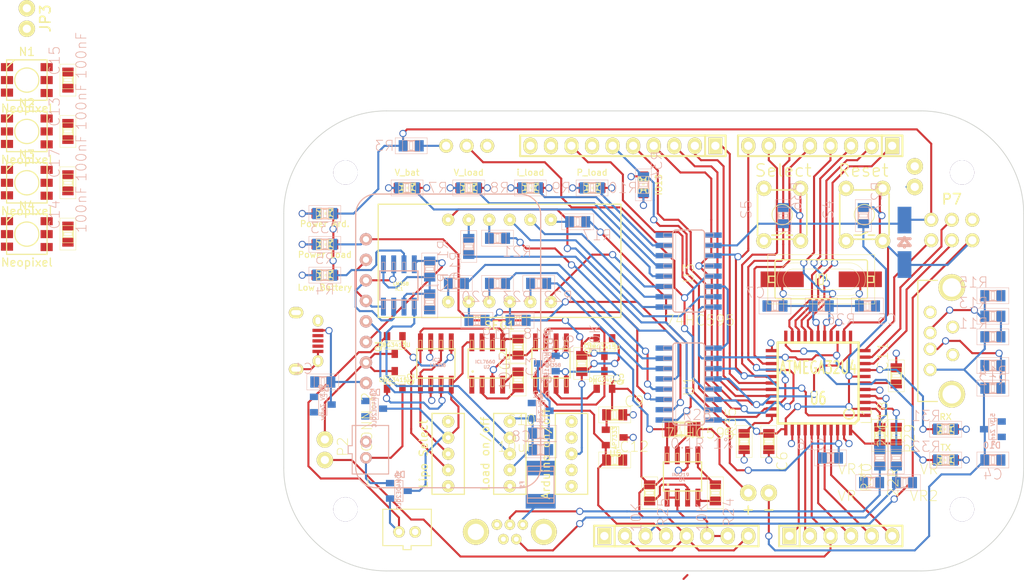
<source format=kicad_pcb>
(kicad_pcb (version 4) (host pcbnew "(2015-06-26 BZR 5832)-product")
  (layers (0 F.Cu signal) (31 B.Cu signal) (34 B.Paste user) (35 F.Paste user) (36 B.SilkS user) (37 F.SilkS user) (38 B.Mask user) (39 F.Mask user) (44 Edge.Cuts user))
  (net 0 "")
  (net 1 "Net-(C1-Pad1)")
  (net 2 GND)
  (net 3 "Net-(C2-Pad1)")
  (net 4 "Net-(C2-Pad2)")
  (net 5 V-)
  (net 6 "Net-(C4-Pad1)")
  (net 7 XTAL2)
  (net 8 VREG_in)
  (net 9 XTAL1)
  (net 10 VUSB)
  (net 11 "Net-(C11-Pad1)")
  (net 12 3V3)
  (net 13 AREF)
  (net 14 "Net-(C18-Pad1)")
  (net 15 "Net-(CON1-Pad3)")
  (net 16 "Net-(CON1-Pad4)")
  (net 17 "Net-(CON1-Pad2)")
  (net 18 "Net-(CON2-Pad6)")
  (net 19 "Net-(CON2-Pad7)")
  (net 20 "Net-(CON2-Pad2)")
  (net 21 "Net-(CON2-Pad3)")
  (net 22 "Net-(CON3-Pad1)")
  (net 23 "Net-(CON3-Pad2)")
  (net 24 "Net-(CON3-Pad3)")
  (net 25 "Net-(CON3-Pad4)")
  (net 26 "Net-(D1-Pad1)")
  (net 27 "Net-(D2-Pad2)")
  (net 28 V+)
  (net 29 "Net-(D4-Pad3)")
  (net 30 "Net-(D4-Pad1)")
  (net 31 "Net-(D5-Pad1)")
  (net 32 "Net-(D6-Pad1)")
  (net 33 "Net-(D7-Pad1)")
  (net 34 "Net-(D8-Pad1)")
  (net 35 "Net-(D9-Pad1)")
  (net 36 "Net-(D10-Pad2)")
  (net 37 RESET)
  (net 38 "Net-(D12-Pad2)")
  (net 39 "Net-(D13-Pad1)")
  (net 40 RXLED)
  (net 41 "Net-(D14-Pad1)")
  (net 42 TXLED)
  (net 43 "Net-(D15-Pad1)")
  (net 44 "Net-(D16-Pad1)")
  (net 45 En)
  (net 46 "Net-(IC1-Pad2)")
  (net 47 LBO)
  (net 48 "Net-(IC1-Pad7)")
  (net 49 VS)
  (net 50 "Net-(IC2-Pad1)")
  (net 51 LipoSwitch)
  (net 52 "Net-(IC2-Pad7)")
  (net 53 "Net-(IC3-Pad1)")
  (net 54 /Arduino/VCC)
  (net 55 "Net-(IC3-Pad7)")
  (net 56 "Net-(JP1-Pad2)")
  (net 57 "Net-(JP1-Pad3)")
  (net 58 /Arduino/Vin-)
  (net 59 IO_10)
  (net 60 "Net-(JP3-Pad2)")
  (net 61 A2)
  (net 62 V_BATT)
  (net 63 D4)
  (net 64 "Net-(JP5-Pad2)")
  (net 65 "Net-(N1-Pad1)")
  (net 66 "Net-(N1-Pad4)")
  (net 67 "Net-(N2-Pad1)")
  (net 68 "Net-(N2-Pad4)")
  (net 69 "Net-(N3-Pad1)")
  (net 70 "Net-(N3-Pad4)")
  (net 71 "Net-(N4-Pad1)")
  (net 72 "Net-(N4-Pad4)")
  (net 73 "Net-(P3-Pad1)")
  (net 74 "Net-(P4-Pad1)")
  (net 75 "Net-(P5-Pad1)")
  (net 76 "Net-(P6-Pad1)")
  (net 77 MISO)
  (net 78 SCK)
  (net 79 MOSI)
  (net 80 D1/TX)
  (net 81 D0/RX)
  (net 82 D2/SDA)
  (net 83 D3/SCL)
  (net 84 A1)
  (net 85 A0)
  (net 86 IO_8)
  (net 87 IO_9)
  (net 88 IO_12)
  (net 89 IO_13)
  (net 90 D5)
  (net 91 D6)
  (net 92 "Net-(P13-Pad1)")
  (net 93 A3)
  (net 94 A4)
  (net 95 A5)
  (net 96 Enable)
  (net 97 /Arduino/Vin+)
  (net 98 V_MP)
  (net 99 "Net-(R7-Pad1)")
  (net 100 "Net-(R8-Pad1)")
  (net 101 "Net-(R9-Pad1)")
  (net 102 "Net-(R10-Pad1)")
  (net 103 "Net-(R11-Pad1)")
  (net 104 "Net-(R16-Pad1)")
  (net 105 SEGA)
  (net 106 "Net-(R17-Pad1)")
  (net 107 SEGB)
  (net 108 "Net-(R18-Pad1)")
  (net 109 SEGC)
  (net 110 "Net-(R19-Pad1)")
  (net 111 SEGD)
  (net 112 "Net-(R20-Pad1)")
  (net 113 SEGE)
  (net 114 "Net-(R21-Pad1)")
  (net 115 SEGF)
  (net 116 "Net-(R22-Pad1)")
  (net 117 SEGG)
  (net 118 "Net-(R23-Pad1)")
  (net 119 SEGDP)
  (net 120 "Net-(R29-Pad2)")
  (net 121 "Net-(R30-Pad1)")
  (net 122 "Net-(R35-Pad2)")
  (net 123 "Net-(S3-Pad3)")
  (net 124 DIG4)
  (net 125 DIG3)
  (net 126 DIG2)
  (net 127 DIG1)
  (net 128 "Net-(U1-Pad9)")
  (net 129 "Net-(U2-Pad6)")
  (net 130 "Net-(U2-Pad7)")
  (net 131 "Net-(U3-Pad9)")
  (net 132 Latch)
  (net 133 Clock)
  (module frep:USB_Micro (layer F.Cu) (at 98.044 95.758 270)
    (fp_text reference CON1 hide)
    (fp_text value USB-MICRO hide)
    (pad 7 thru_hole oval (at 2.5 -2.7 270) (size 1.45 1.3) (drill oval 0.9 0.6) (layers *.Cu *.Mask F.SilkS) (net 2 GND))
    (pad 6 thru_hole oval (at -2.5 -2.7 270) (size 1.45 1.3) (drill oval 0.9 0.6) (layers *.Cu *.Mask F.SilkS) (net 2 GND))
    (pad 3 smd rect (at 0 -2.7 270) (size 0.4 1.35) (layers F.Cu F.Paste F.Mask) (net 15 "Net-(CON1-Pad3)"))
    (pad 4 smd rect (at 0.65 -2.7 270) (size 0.4 1.35) (layers F.Cu F.Paste F.Mask) (net 16 "Net-(CON1-Pad4)"))
    (pad 5 smd rect (at 1.3 -2.7 270) (size 0.4 1.35) (layers F.Cu F.Paste F.Mask) (net 2 GND))
    (pad 2 smd rect (at -0.65 -2.7 270) (size 0.4 1.35) (layers F.Cu F.Paste F.Mask) (net 17 "Net-(CON1-Pad2)"))
    (pad 1 smd rect (at -1.3 -2.7 270) (size 0.4 1.35) (layers F.Cu F.Paste F.Mask) (net 1 "Net-(C1-Pad1)"))
    (pad 9 thru_hole oval (at 3.5 0 270) (size 1.4 1.8) (drill oval 0.6 1.2) (layers *.Cu *.Mask F.SilkS) (net 2 GND))
    (pad 8 thru_hole oval (at -3.5 0 270) (size 1.4 1.8) (drill oval 0.6 1.2) (layers *.Cu *.Mask F.SilkS) (net 2 GND))
  )
  (module frep:SOT23 (layer B.Cu) (at 107.696 104.14 90)
    (fp_text reference D3 (at 1.99898 0.09906 360) (layer B.SilkS) (effects (font (size 0.762 0.762) (thickness 0.11938)) (justify mirror)))
    (fp_text value SDM40E20LC (at 0.0635 0 90) (layer B.SilkS) (effects (font (size 0.50038 0.50038) (thickness 0.09906)) (justify mirror)))
    (pad 2 smd rect (at 0 1.09982 90) (size 0.8001 1.00076) (layers B.Cu B.Paste B.Mask) (net 28 V+))
    (pad 3 smd rect (at 0.9525 -1.09982 90) (size 0.8001 1.00076) (layers B.Cu B.Paste B.Mask) (net 2 GND))
    (pad 1 smd rect (at -0.9525 -1.09982 90) (size 0.8001 1.00076) (layers B.Cu B.Paste B.Mask) (net 1 "Net-(C1-Pad1)"))
  )
  (module frep:SOT23 (layer B.Cu) (at 110.744 114.3 90)
    (fp_text reference D4 (at 1.99898 0.09906 360) (layer B.SilkS) (effects (font (size 0.762 0.762) (thickness 0.11938)) (justify mirror)))
    (fp_text value SDM40E20LC (at 0.0635 0 90) (layer B.SilkS) (effects (font (size 0.50038 0.50038) (thickness 0.09906)) (justify mirror)))
    (pad 2 smd rect (at 0 1.09982 90) (size 0.8001 1.00076) (layers B.Cu B.Paste B.Mask) (net 28 V+))
    (pad 3 smd rect (at 0.9525 -1.09982 90) (size 0.8001 1.00076) (layers B.Cu B.Paste B.Mask) (net 29 "Net-(D4-Pad3)"))
    (pad 1 smd rect (at -0.9525 -1.09982 90) (size 0.8001 1.00076) (layers B.Cu B.Paste B.Mask) (net 30 "Net-(D4-Pad1)"))
  )
  (module frep:C0805 (layer B.Cu) (at 101.346 100.838 180)
    (fp_text reference C1 (at 2.413 1.651 180) (layer B.SilkS) (effects (font (size 1.27 1.27) (thickness 0.0889)) (justify mirror)))
    (fp_text value 10uF hide)
    (pad 1 smd rect (at -0.99822 0 180) (size 1.09982 1.39954) (layers B.Cu B.Paste B.Mask) (net 1 "Net-(C1-Pad1)"))
    (pad 2 smd rect (at 0.99822 0 180) (size 1.09982 1.39954) (layers B.Cu B.Paste B.Mask) (net 2 GND))
  )
  (module frep:C0805 (layer F.Cu) (at 125.476 100.584 90)
    (fp_text reference C2 (at 2.413 -1.651 90) (layer F.SilkS) (effects (font (size 1.27 1.27) (thickness 0.0889))))
    (fp_text value 10uF hide)
    (pad 1 smd rect (at -0.99822 0 90) (size 1.09982 1.39954) (layers F.Cu F.Paste F.Mask) (net 3 "Net-(C2-Pad1)"))
    (pad 2 smd rect (at 0.99822 0 90) (size 1.09982 1.39954) (layers F.Cu F.Paste F.Mask) (net 4 "Net-(C2-Pad2)"))
  )
  (module frep:C0805 (layer F.Cu) (at 125.476 96.52 270)
    (fp_text reference C3 (at 2.413 -1.651 270) (layer B.SilkS) (effects (font (size 1.27 1.27) (thickness 0.0889))))
    (fp_text value 10uF (at 3.048 1.651 270) (layer B.SilkS) (effects (font (size 1.27 1.27) (thickness 0.0889))))
    (pad 1 smd rect (at -0.99822 0 270) (size 1.09982 1.39954) (layers F.Cu F.Paste F.Mask) (net 5 V-))
    (pad 2 smd rect (at 0.99822 0 270) (size 1.09982 1.39954) (layers F.Cu F.Paste F.Mask) (net 2 GND))
  )
  (module frep:C0805 (layer B.Cu) (at 184.15 110.49)
    (fp_text reference C4 (at 0 1.778) (layer B.SilkS) (effects (font (size 1.27 1.27) (thickness 0.0889)) (justify mirror)))
    (fp_text value 10uF hide)
    (pad 1 smd rect (at -0.99822 0) (size 1.09982 1.39954) (layers B.Cu B.Paste B.Mask) (net 6 "Net-(C4-Pad1)"))
    (pad 2 smd rect (at 0.99822 0) (size 1.09982 1.39954) (layers B.Cu B.Paste B.Mask) (net 2 GND))
  )
  (module frep:C0805 (layer B.Cu) (at 168.656 91.44)
    (fp_text reference C5 (at 2.413 1.651) (layer B.SilkS) (effects (font (size 1.27 1.27) (thickness 0.0889)) (justify mirror)))
    (fp_text value 18pF hide)
    (pad 1 smd rect (at -0.99822 0) (size 1.09982 1.39954) (layers B.Cu B.Paste B.Mask) (net 7 XTAL2))
    (pad 2 smd rect (at 0.99822 0) (size 1.09982 1.39954) (layers B.Cu B.Paste B.Mask) (net 2 GND))
  )
  (module frep:C0805 (layer F.Cu) (at 156.464 108.204 270)
    (fp_text reference C6 (at 2.413 -1.651 270) (layer F.SilkS) (effects (font (size 1.27 1.27) (thickness 0.0889))))
    (fp_text value 100NF hide)
    (pad 1 smd rect (at -0.99822 0 270) (size 1.09982 1.39954) (layers F.Cu F.Paste F.Mask) (net 8 VREG_in))
    (pad 2 smd rect (at 0.99822 0 270) (size 1.09982 1.39954) (layers F.Cu F.Paste F.Mask) (net 2 GND))
  )
  (module frep:C0805 (layer B.Cu) (at 157.226 91.44 180)
    (fp_text reference C7 (at 2.413 1.651 180) (layer B.SilkS) (effects (font (size 1.27 1.27) (thickness 0.0889)) (justify mirror)))
    (fp_text value 18pF hide)
    (pad 1 smd rect (at -0.99822 0 180) (size 1.09982 1.39954) (layers B.Cu B.Paste B.Mask) (net 9 XTAL1))
    (pad 2 smd rect (at 0.99822 0 180) (size 1.09982 1.39954) (layers B.Cu B.Paste B.Mask) (net 2 GND))
  )
  (module frep:C0805 (layer B.Cu) (at 128.27 109.22 180)
    (fp_text reference C8 (at 2.413 1.651 180) (layer B.SilkS) (effects (font (size 1.27 1.27) (thickness 0.0889)) (justify mirror)))
    (fp_text value 100nF hide)
    (pad 1 smd rect (at -0.99822 0 180) (size 1.09982 1.39954) (layers B.Cu B.Paste B.Mask) (net 10 VUSB))
    (pad 2 smd rect (at 0.99822 0 180) (size 1.09982 1.39954) (layers B.Cu B.Paste B.Mask) (net 2 GND))
  )
  (module frep:C0805 (layer F.Cu) (at 137.414 104.902)
    (fp_text reference C9 (at 2.413 -1.651) (layer F.SilkS) (effects (font (size 1.27 1.27) (thickness 0.0889))))
    (fp_text value 1uF hide)
    (pad 1 smd rect (at -0.99822 0) (size 1.09982 1.39954) (layers F.Cu F.Paste F.Mask) (net 8 VREG_in))
    (pad 2 smd rect (at 0.99822 0) (size 1.09982 1.39954) (layers F.Cu F.Paste F.Mask) (net 2 GND))
  )
  (module frep:C0805 (layer B.Cu) (at 128.27 107.188 180)
    (fp_text reference C10 (at 2.413 1.651 180) (layer F.SilkS) (effects (font (size 1.27 1.27) (thickness 0.0889))))
    (fp_text value 10uF (at 3.048 -1.651 180) (layer F.SilkS) (effects (font (size 1.27 1.27) (thickness 0.0889))))
    (pad 1 smd rect (at -0.99822 0 180) (size 1.09982 1.39954) (layers B.Cu B.Paste B.Mask) (net 10 VUSB))
    (pad 2 smd rect (at 0.99822 0 180) (size 1.09982 1.39954) (layers B.Cu B.Paste B.Mask) (net 2 GND))
  )
  (module frep:C0805 (layer F.Cu) (at 172.212 100.076 90)
    (fp_text reference C11 (at 2.413 -1.651 90) (layer F.SilkS) (effects (font (size 1.27 1.27) (thickness 0.0889))))
    (fp_text value 1uF hide)
    (pad 1 smd rect (at -0.99822 0 90) (size 1.09982 1.39954) (layers F.Cu F.Paste F.Mask) (net 11 "Net-(C11-Pad1)"))
    (pad 2 smd rect (at 0.99822 0 90) (size 1.09982 1.39954) (layers F.Cu F.Paste F.Mask) (net 2 GND))
  )
  (module frep:C0805 (layer F.Cu) (at 137.414 110.49)
    (fp_text reference C12 (at 2.413 -1.651) (layer F.SilkS) (effects (font (size 1.27 1.27) (thickness 0.0889))))
    (fp_text value 1uF hide)
    (pad 1 smd rect (at -0.99822 0) (size 1.09982 1.39954) (layers F.Cu F.Paste F.Mask) (net 12 3V3))
    (pad 2 smd rect (at 0.99822 0) (size 1.09982 1.39954) (layers F.Cu F.Paste F.Mask) (net 2 GND))
  )
  (module frep:C0805 (layer F.Cu) (at 69.85 69.85 90)
    (fp_text reference C13 (at 2.413 -1.651 90) (layer B.SilkS) (effects (font (size 1.27 1.27) (thickness 0.0889))))
    (fp_text value 100nF (at 3.048 1.651 90) (layer B.SilkS) (effects (font (size 1.27 1.27) (thickness 0.0889))))
    (pad 1 smd rect (at -0.99822 0 90) (size 1.09982 1.39954) (layers F.Cu F.Paste F.Mask) (net 8 VREG_in))
    (pad 2 smd rect (at 0.99822 0 90) (size 1.09982 1.39954) (layers F.Cu F.Paste F.Mask) (net 2 GND))
  )
  (module frep:C0805 (layer F.Cu) (at 69.85 82.55 90)
    (fp_text reference C14 (at 2.413 -1.651 90) (layer B.SilkS) (effects (font (size 1.27 1.27) (thickness 0.0889))))
    (fp_text value 100nF (at 3.048 1.651 90) (layer B.SilkS) (effects (font (size 1.27 1.27) (thickness 0.0889))))
    (pad 1 smd rect (at -0.99822 0 90) (size 1.09982 1.39954) (layers F.Cu F.Paste F.Mask) (net 8 VREG_in))
    (pad 2 smd rect (at 0.99822 0 90) (size 1.09982 1.39954) (layers F.Cu F.Paste F.Mask) (net 2 GND))
  )
  (module frep:C0805 (layer F.Cu) (at 69.85 63.5 90)
    (fp_text reference C15 (at 2.413 -1.651 90) (layer B.SilkS) (effects (font (size 1.27 1.27) (thickness 0.0889))))
    (fp_text value 100nF (at 3.048 1.651 90) (layer B.SilkS) (effects (font (size 1.27 1.27) (thickness 0.0889))))
    (pad 1 smd rect (at -0.99822 0 90) (size 1.09982 1.39954) (layers F.Cu F.Paste F.Mask) (net 8 VREG_in))
    (pad 2 smd rect (at 0.99822 0 90) (size 1.09982 1.39954) (layers F.Cu F.Paste F.Mask) (net 2 GND))
  )
  (module frep:C0805 (layer B.Cu) (at 164.084 110.236 180)
    (fp_text reference C16 (at 2.413 1.651 180) (layer B.SilkS) (effects (font (size 1.27 1.27) (thickness 0.0889)) (justify mirror)))
    (fp_text value 100nF hide)
    (pad 1 smd rect (at -0.99822 0 180) (size 1.09982 1.39954) (layers B.Cu B.Paste B.Mask) (net 13 AREF))
    (pad 2 smd rect (at 0.99822 0 180) (size 1.09982 1.39954) (layers B.Cu B.Paste B.Mask) (net 2 GND))
  )
  (module frep:C0805 (layer F.Cu) (at 69.85 76.2 90)
    (fp_text reference C17 (at 2.413 -1.651 90) (layer B.SilkS) (effects (font (size 1.27 1.27) (thickness 0.0889))))
    (fp_text value 100nF (at 3.048 1.651 90) (layer B.SilkS) (effects (font (size 1.27 1.27) (thickness 0.0889))))
    (pad 1 smd rect (at -0.99822 0 90) (size 1.09982 1.39954) (layers F.Cu F.Paste F.Mask) (net 8 VREG_in))
    (pad 2 smd rect (at 0.99822 0 90) (size 1.09982 1.39954) (layers F.Cu F.Paste F.Mask) (net 2 GND))
  )
  (module frep:C0805 (layer F.Cu) (at 172.212 107.442 90)
    (fp_text reference C18 (at 2.413 -1.651 90) (layer F.SilkS) (effects (font (size 1.27 1.27) (thickness 0.0889))))
    (fp_text value 1uF hide)
    (pad 1 smd rect (at -0.99822 0 90) (size 1.09982 1.39954) (layers F.Cu F.Paste F.Mask) (net 14 "Net-(C18-Pad1)"))
    (pad 2 smd rect (at 0.99822 0 90) (size 1.09982 1.39954) (layers F.Cu F.Paste F.Mask) (net 2 GND))
  )
  (module frep:USB-A-Jack (layer F.Cu) (at 179.07 95.758)
    (fp_text reference CON2 hide)
    (fp_text value USB-A-Jack hide)
    (pad 5 thru_hole circle (at 0 6.604) (size 3.302 3.302) (drill 2.286) (layers *.Cu *.Mask F.SilkS) (net 2 GND))
    (pad 8 thru_hole circle (at 0 -6.604) (size 3.302 3.302) (drill 2.286) (layers *.Cu *.Mask F.SilkS) (net 2 GND))
    (pad 6 thru_hole circle (at 0.127 1.7145) (size 1.5875 1.5875) (drill 1.016) (layers *.Cu *.Mask F.SilkS) (net 18 "Net-(CON2-Pad6)"))
    (pad 7 thru_hole circle (at 0.127 -1.7145) (size 1.5875 1.5875) (drill 1.016) (layers *.Cu *.Mask F.SilkS) (net 19 "Net-(CON2-Pad7)"))
    (pad 2 thru_hole circle (at -2.667 1.016) (size 1.5875 1.5875) (drill 1.016) (layers *.Cu *.Mask F.SilkS) (net 20 "Net-(CON2-Pad2)"))
    (pad 1 thru_hole circle (at -2.667 3.556) (size 1.5875 1.5875) (drill 1.016) (layers *.Cu *.Mask F.SilkS) (net 6 "Net-(C4-Pad1)"))
    (pad 3 thru_hole circle (at -2.667 -1.016) (size 1.5875 1.5875) (drill 1.016) (layers *.Cu *.Mask F.SilkS) (net 21 "Net-(CON2-Pad3)"))
    (pad 4 thru_hole circle (at -2.667 -3.556) (size 1.5875 1.5875) (drill 1.016) (layers *.Cu *.Mask F.SilkS) (net 2 GND))
  )
  (module frep:Vertical_USB_Mini_B (layer F.Cu) (at 124.46 119.38 90)
    (fp_text reference CON3 hide)
    (fp_text value USB-MINI-B-Vert hide)
    (pad 1 thru_hole circle (at 0.9 1.6 90) (size 1.3 1.3) (drill 0.6) (layers *.Cu *.Mask F.SilkS) (net 22 "Net-(CON3-Pad1)"))
    (pad 2 thru_hole circle (at -0.9 0.8 90) (size 1.3 1.3) (drill 0.6) (layers *.Cu *.Mask F.SilkS) (net 23 "Net-(CON3-Pad2)"))
    (pad 3 thru_hole circle (at 0.9 0 90) (size 1.3 1.3) (drill 0.6) (layers *.Cu *.Mask F.SilkS) (net 24 "Net-(CON3-Pad3)"))
    (pad 4 thru_hole circle (at -0.9 -0.8 90) (size 1.3 1.3) (drill 0.6) (layers *.Cu *.Mask F.SilkS) (net 25 "Net-(CON3-Pad4)"))
    (pad 5 thru_hole circle (at 0.9 -1.6 90) (size 1.3 1.3) (drill 0.6) (layers *.Cu *.Mask F.SilkS) (net 2 GND))
    (pad 6 thru_hole circle (at 0 -4.2 90) (size 3.2 3.2) (drill 2) (layers *.Cu *.Mask F.SilkS) (net 2 GND))
    (pad 7 thru_hole circle (at 0 4.2 90) (size 3.2 3.2) (drill 2) (layers *.Cu *.Mask F.SilkS) (net 2 GND))
  )
  (module frep:LED-0805 (layer F.Cu) (at 101.6 87.63)
    (fp_text reference D1 hide)
    (fp_text value "Low Battery" (at 0 1.524) (layer F.SilkS) (effects (font (size 0.762 0.762) (thickness 0.127))))
    (pad 1 smd rect (at -1.04902 0) (size 1.19888 1.19888) (layers F.Cu F.Paste F.Mask) (net 26 "Net-(D1-Pad1)"))
    (pad 2 smd rect (at 1.04902 0) (size 1.19888 1.19888) (layers F.Cu F.Paste F.Mask) (net 2 GND))
  )
  (module frep:SOT23 (layer B.Cu) (at 101.346 103.632 90)
    (fp_text reference D2 (at 1.99898 0.09906 360) (layer B.SilkS) (effects (font (size 0.762 0.762) (thickness 0.11938)) (justify mirror)))
    (fp_text value "5.3V Zener" (at 0.0635 0 90) (layer B.SilkS) (effects (font (size 0.50038 0.50038) (thickness 0.09906)) (justify mirror)))
    (pad 3 smd rect (at 0 1.09982 90) (size 0.8001 1.00076) (layers B.Cu B.Paste B.Mask) (net 1 "Net-(C1-Pad1)"))
    (pad 2 smd rect (at 0.9525 -1.09982 90) (size 0.8001 1.00076) (layers B.Cu B.Paste B.Mask) (net 27 "Net-(D2-Pad2)"))
    (pad 1 smd rect (at -0.9525 -1.09982 90) (size 0.8001 1.00076) (layers B.Cu B.Paste B.Mask) (net 2 GND))
  )
  (module frep:LED-0805 (layer F.Cu) (at 101.6 83.82)
    (fp_text reference D5 hide)
    (fp_text value "Power Load" (at 0 1.27) (layer F.SilkS) (effects (font (size 0.762 0.762) (thickness 0.127))))
    (pad 1 smd rect (at -1.04902 0) (size 1.19888 1.19888) (layers F.Cu F.Paste F.Mask) (net 31 "Net-(D5-Pad1)"))
    (pad 2 smd rect (at 1.04902 0) (size 1.19888 1.19888) (layers F.Cu F.Paste F.Mask) (net 2 GND))
  )
  (module frep:LED-0805 (layer F.Cu) (at 111.76 76.835)
    (fp_text reference D6 hide)
    (fp_text value V_bat (at 0 -1.905) (layer F.SilkS) (effects (font (size 0.762 0.762) (thickness 0.127))))
    (pad 1 smd rect (at -1.04902 0) (size 1.19888 1.19888) (layers F.Cu F.Paste F.Mask) (net 32 "Net-(D6-Pad1)"))
    (pad 2 smd rect (at 1.04902 0) (size 1.19888 1.19888) (layers F.Cu F.Paste F.Mask) (net 2 GND))
  )
  (module frep:LED-0805 (layer F.Cu) (at 119.38 76.835)
    (fp_text reference D7 hide)
    (fp_text value V_load (at 0 -1.905) (layer F.SilkS) (effects (font (size 0.762 0.762) (thickness 0.127))))
    (pad 1 smd rect (at -1.04902 0) (size 1.19888 1.19888) (layers F.Cu F.Paste F.Mask) (net 33 "Net-(D7-Pad1)"))
    (pad 2 smd rect (at 1.04902 0) (size 1.19888 1.19888) (layers F.Cu F.Paste F.Mask) (net 2 GND))
  )
  (module frep:LED-0805 (layer F.Cu) (at 127 76.835)
    (fp_text reference D8 hide)
    (fp_text value i_load (at 0 -1.905) (layer F.SilkS) (effects (font (size 0.762 0.762) (thickness 0.127))))
    (pad 1 smd rect (at -1.04902 0) (size 1.19888 1.19888) (layers F.Cu F.Paste F.Mask) (net 34 "Net-(D8-Pad1)"))
    (pad 2 smd rect (at 1.04902 0) (size 1.19888 1.19888) (layers F.Cu F.Paste F.Mask) (net 2 GND))
  )
  (module frep:LED-0805 (layer F.Cu) (at 134.62 76.835)
    (fp_text reference D9 hide)
    (fp_text value P_load (at 0 -1.905) (layer F.SilkS) (effects (font (size 0.762 0.762) (thickness 0.127))))
    (pad 1 smd rect (at -1.04902 0) (size 1.19888 1.19888) (layers F.Cu F.Paste F.Mask) (net 35 "Net-(D9-Pad1)"))
    (pad 2 smd rect (at 1.04902 0) (size 1.19888 1.19888) (layers F.Cu F.Paste F.Mask) (net 2 GND))
  )
  (module frep:SOT23 (layer B.Cu) (at 184.15 106.68 270)
    (fp_text reference D10 (at 1.99898 0.09906 540) (layer B.SilkS) (effects (font (size 0.762 0.762) (thickness 0.11938)) (justify mirror)))
    (fp_text value "5.3V Zener" (at 0.0635 0 270) (layer B.SilkS) (effects (font (size 0.50038 0.50038) (thickness 0.09906)) (justify mirror)))
    (pad 3 smd rect (at 0 1.09982 270) (size 0.8001 1.00076) (layers B.Cu B.Paste B.Mask) (net 6 "Net-(C4-Pad1)"))
    (pad 2 smd rect (at 0.9525 -1.09982 270) (size 0.8001 1.00076) (layers B.Cu B.Paste B.Mask) (net 36 "Net-(D10-Pad2)"))
    (pad 1 smd rect (at -0.9525 -1.09982 270) (size 0.8001 1.00076) (layers B.Cu B.Paste B.Mask) (net 2 GND))
  )
  (module frep:SOT23 (layer B.Cu) (at 128.27 104.394 90)
    (fp_text reference D12 (at 1.99898 0.09906 360) (layer B.SilkS) (effects (font (size 0.762 0.762) (thickness 0.11938)) (justify mirror)))
    (fp_text value "5.3V Zener" (at 0.0635 0 90) (layer B.SilkS) (effects (font (size 0.50038 0.50038) (thickness 0.09906)) (justify mirror)))
    (pad 3 smd rect (at 0 1.09982 90) (size 0.8001 1.00076) (layers B.Cu B.Paste B.Mask) (net 10 VUSB))
    (pad 2 smd rect (at 0.9525 -1.09982 90) (size 0.8001 1.00076) (layers B.Cu B.Paste B.Mask) (net 38 "Net-(D12-Pad2)"))
    (pad 1 smd rect (at -0.9525 -1.09982 90) (size 0.8001 1.00076) (layers B.Cu B.Paste B.Mask) (net 2 GND))
  )
  (module frep:LED-0805 (layer F.Cu) (at 178.308 106.68 180)
    (fp_text reference D13 hide)
    (fp_text value RX (at 0 1.524 180) (layer F.SilkS) (effects (font (size 0.762 0.762) (thickness 0.127))))
    (pad 1 smd rect (at -1.04902 0 180) (size 1.19888 1.19888) (layers F.Cu F.Paste F.Mask) (net 39 "Net-(D13-Pad1)"))
    (pad 2 smd rect (at 1.04902 0 180) (size 1.19888 1.19888) (layers F.Cu F.Paste F.Mask) (net 40 RXLED))
  )
  (module frep:LED-0805 (layer F.Cu) (at 178.308 110.49 180)
    (fp_text reference D14 hide)
    (fp_text value TX (at 0 1.524 180) (layer F.SilkS) (effects (font (size 0.762 0.762) (thickness 0.127))))
    (pad 1 smd rect (at -1.04902 0 180) (size 1.19888 1.19888) (layers F.Cu F.Paste F.Mask) (net 41 "Net-(D14-Pad1)"))
    (pad 2 smd rect (at 1.04902 0 180) (size 1.19888 1.19888) (layers F.Cu F.Paste F.Mask) (net 42 TXLED))
  )
  (module frep:LED-0805 (layer F.Cu) (at 101.6 80.01)
    (fp_text reference D15 hide)
    (fp_text value "Power Ard." (at 0 1.27) (layer F.SilkS) (effects (font (size 0.762 0.762) (thickness 0.127))))
    (pad 1 smd rect (at -1.04902 0) (size 1.19888 1.19888) (layers F.Cu F.Paste F.Mask) (net 43 "Net-(D15-Pad1)"))
    (pad 2 smd rect (at 1.04902 0) (size 1.19888 1.19888) (layers F.Cu F.Paste F.Mask) (net 2 GND))
  )
  (module frep:LED-0805 (layer F.Cu) (at 140.97 76.454 90)
    (fp_text reference D16 hide)
    (fp_text value IO13 (at 0 1.905 90) (layer F.SilkS) (effects (font (size 0.762 0.762) (thickness 0.127))))
    (pad 1 smd rect (at -1.04902 0 90) (size 1.19888 1.19888) (layers F.Cu F.Paste F.Mask) (net 44 "Net-(D16-Pad1)"))
    (pad 2 smd rect (at 1.04902 0 90) (size 1.19888 1.19888) (layers F.Cu F.Paste F.Mask) (net 2 GND))
  )
  (module frep:C1812 (layer B.Cu) (at 128.27 113.538 270)
    (fp_text reference F1 (at 0 2.286 270) (layer B.SilkS) (effects (font (size 0.50038 0.50038) (thickness 0.11938)) (justify mirror)))
    (fp_text value FUSE hide)
    (pad 1 smd rect (at 2.04978 0 270) (size 1.80086 3.70078) (layers B.Cu B.Paste B.Mask) (net 22 "Net-(CON3-Pad1)"))
    (pad 2 smd rect (at -2.04978 0 270) (size 1.80086 3.70078) (layers B.Cu B.Paste B.Mask) (net 10 VUSB))
  )
  (module frep:SOIC8 (layer B.Cu) (at 110.744 88.9 180)
    (fp_text reference IC1 (at -0.0508 -0.4318 180) (layer F.SilkS) (effects (font (size 0.4064 0.4064) (thickness 0.0889))))
    (fp_text value LM358 (at -0.254 0.2032 180) (layer F.SilkS) (effects (font (size 0.4064 0.4064) (thickness 0.0889))))
    (pad 1 smd rect (at -1.905 -2.6162 180) (size 0.6096 2.20726) (layers B.Cu B.Paste B.Mask) (net 45 En))
    (pad 2 smd rect (at -0.635 -2.6162 180) (size 0.6096 2.20726) (layers B.Cu B.Paste B.Mask) (net 46 "Net-(IC1-Pad2)"))
    (pad 3 smd rect (at 0.635 -2.6162 180) (size 0.6096 2.20726) (layers B.Cu B.Paste B.Mask) (net 47 LBO))
    (pad 4 smd rect (at 1.905 -2.6162 180) (size 0.6096 2.20726) (layers B.Cu B.Paste B.Mask) (net 2 GND))
    (pad 5 smd rect (at 1.905 2.6162 180) (size 0.6096 2.20726) (layers B.Cu B.Paste B.Mask) (net 46 "Net-(IC1-Pad2)"))
    (pad 6 smd rect (at 0.635 2.6162 180) (size 0.6096 2.20726) (layers B.Cu B.Paste B.Mask) (net 47 LBO))
    (pad 7 smd rect (at -0.635 2.6162 180) (size 0.6096 2.20726) (layers B.Cu B.Paste B.Mask) (net 48 "Net-(IC1-Pad7)"))
    (pad 8 smd rect (at -1.905 2.6162 180) (size 0.6096 2.20726) (layers B.Cu B.Paste B.Mask) (net 49 VS))
  )
  (module frep:SOIC8 (layer F.Cu) (at 115.316 98.552 180)
    (fp_text reference IC2 (at -0.0508 0.4318 180) (layer B.SilkS) (effects (font (size 0.4064 0.4064) (thickness 0.0889))))
    (fp_text value LM358 (at -0.254 -0.2032 180) (layer B.SilkS) (effects (font (size 0.4064 0.4064) (thickness 0.0889))))
    (pad 1 smd rect (at -1.905 2.6162 180) (size 0.6096 2.20726) (layers F.Cu F.Paste F.Mask) (net 50 "Net-(IC2-Pad1)"))
    (pad 2 smd rect (at -0.635 2.6162 180) (size 0.6096 2.20726) (layers F.Cu F.Paste F.Mask) (net 51 LipoSwitch))
    (pad 3 smd rect (at 0.635 2.6162 180) (size 0.6096 2.20726) (layers F.Cu F.Paste F.Mask) (net 2 GND))
    (pad 4 smd rect (at 1.905 2.6162 180) (size 0.6096 2.20726) (layers F.Cu F.Paste F.Mask) (net 5 V-))
    (pad 5 smd rect (at 1.905 -2.6162 180) (size 0.6096 2.20726) (layers F.Cu F.Paste F.Mask) (net 51 LipoSwitch))
    (pad 6 smd rect (at 0.635 -2.6162 180) (size 0.6096 2.20726) (layers F.Cu F.Paste F.Mask) (net 2 GND))
    (pad 7 smd rect (at -0.635 -2.6162 180) (size 0.6096 2.20726) (layers F.Cu F.Paste F.Mask) (net 52 "Net-(IC2-Pad7)"))
    (pad 8 smd rect (at -1.905 -2.6162 180) (size 0.6096 2.20726) (layers F.Cu F.Paste F.Mask) (net 28 V+))
  )
  (module frep:SOIC8 (layer F.Cu) (at 129.54 98.552 180)
    (fp_text reference IC3 (at -0.0508 0.4318 180) (layer B.SilkS) (effects (font (size 0.4064 0.4064) (thickness 0.0889))))
    (fp_text value LM358 (at -0.254 -0.2032 180) (layer B.SilkS) (effects (font (size 0.4064 0.4064) (thickness 0.0889))))
    (pad 1 smd rect (at -1.905 2.6162 180) (size 0.6096 2.20726) (layers F.Cu F.Paste F.Mask) (net 53 "Net-(IC3-Pad1)"))
    (pad 2 smd rect (at -0.635 2.6162 180) (size 0.6096 2.20726) (layers F.Cu F.Paste F.Mask) (net 12 3V3))
    (pad 3 smd rect (at 0.635 2.6162 180) (size 0.6096 2.20726) (layers F.Cu F.Paste F.Mask) (net 54 /Arduino/VCC))
    (pad 4 smd rect (at 1.905 2.6162 180) (size 0.6096 2.20726) (layers F.Cu F.Paste F.Mask) (net 2 GND))
    (pad 5 smd rect (at 1.905 -2.6162 180) (size 0.6096 2.20726) (layers F.Cu F.Paste F.Mask) (net 12 3V3))
    (pad 6 smd rect (at 0.635 -2.6162 180) (size 0.6096 2.20726) (layers F.Cu F.Paste F.Mask) (net 54 /Arduino/VCC))
    (pad 7 smd rect (at -0.635 -2.6162 180) (size 0.6096 2.20726) (layers F.Cu F.Paste F.Mask) (net 55 "Net-(IC3-Pad7)"))
    (pad 8 smd rect (at -1.905 -2.6162 180) (size 0.6096 2.20726) (layers F.Cu F.Paste F.Mask) (net 8 VREG_in))
  )
  (module frep:Pin_Proto_Straight_1x03 (layer F.Cu) (at 119.126 71.628 180)
    (fp_text reference JP1 hide)
    (fp_text value JUMPER3 hide)
    (pad 1 thru_hole circle (at -2.54 0 180) (size 1.7272 1.7272) (drill 1.016) (layers *.Cu *.Mask F.SilkS) (net 2 GND))
    (pad 2 thru_hole circle (at 0 0 180) (size 1.7272 1.7272) (drill 1.016) (layers *.Cu *.Mask F.SilkS) (net 56 "Net-(JP1-Pad2)"))
    (pad 3 thru_hole circle (at 2.54 0 180) (size 1.7272 1.7272) (drill 1.016) (layers *.Cu *.Mask F.SilkS) (net 57 "Net-(JP1-Pad3)"))
  )
  (module frep:Pin_Proto_Straight_1x02 (layer F.Cu) (at 155.194 114.554)
    (fp_text reference JP2 hide)
    (fp_text value "+ -" (at 0 2.032) (layer F.SilkS) (effects (font (size 1.27 1.27) (thickness 0.2032))))
    (pad 1 thru_hole circle (at -1.27 0) (size 2.032 2.032) (drill 1.016) (layers *.Cu *.Mask F.SilkS) (net 58 /Arduino/Vin-))
    (pad 2 thru_hole oval (at 1.27 0) (size 2.032 2.032) (drill 1.016) (layers *.Cu *.Mask F.SilkS) (net 6 "Net-(C4-Pad1)"))
  )
  (module frep:Pin_Proto_Straight_1x02 (layer F.Cu) (at 64.77 55.88 270)
    (fp_text reference JP3 (at 0 -2.286 270) (layer F.SilkS) (effects (font (size 1.27 1.27) (thickness 0.2032))))
    (fp_text value JUMPER hide)
    (pad 1 thru_hole circle (at -1.27 0 270) (size 2.032 2.032) (drill 1.016) (layers *.Cu *.Mask F.SilkS) (net 59 IO_10))
    (pad 2 thru_hole oval (at 1.27 0 270) (size 2.032 2.032) (drill 1.016) (layers *.Cu *.Mask F.SilkS) (net 60 "Net-(JP3-Pad2)"))
  )
  (module frep:Pin_Proto_Straight_1x02 (layer F.Cu) (at 101.6 109.22 90)
    (fp_text reference JP4 hide)
    (fp_text value JUMPER hide)
    (pad 1 thru_hole circle (at -1.27 0 90) (size 2.032 2.032) (drill 1.016) (layers *.Cu *.Mask F.SilkS) (net 61 A2))
    (pad 2 thru_hole oval (at 1.27 0 90) (size 2.032 2.032) (drill 1.016) (layers *.Cu *.Mask F.SilkS) (net 62 V_BATT))
  )
  (module frep:Pin_Proto_Straight_1x02 (layer F.Cu) (at 174.498 75.438 270)
    (fp_text reference JP5 hide)
    (fp_text value JUMPER hide)
    (pad 1 thru_hole circle (at -1.27 0 270) (size 2.032 2.032) (drill 1.016) (layers *.Cu *.Mask F.SilkS) (net 63 D4))
    (pad 2 thru_hole oval (at 1.27 0 270) (size 2.032 2.032) (drill 1.016) (layers *.Cu *.Mask F.SilkS) (net 64 "Net-(JP5-Pad2)"))
  )
  (module frep:R0805 (layer F.Cu) (at 170.18 107.442 90)
    (fp_text reference L1 (at 2.413 -1.651 90) (layer F.SilkS) (effects (font (size 1.27 1.27) (thickness 0.0889))))
    (fp_text value "Ferrit bead" hide)
    (pad 1 smd rect (at -0.99822 0 90) (size 1.09982 1.39954) (layers F.Cu F.Paste F.Mask) (net 14 "Net-(C18-Pad1)"))
    (pad 2 smd rect (at 0.99822 0 90) (size 1.09982 1.39954) (layers F.Cu F.Paste F.Mask) (net 8 VREG_in))
  )
  (module frep:Neopixel (layer F.Cu) (at 64.77 63.5 180)
    (fp_text reference N1 (at 0 3.5 180) (layer F.SilkS))
    (fp_text value Neopixel (at 0 -3.5 180) (layer F.SilkS))
    (pad 2 smd rect (at 2.45 0 180) (size 1.5 1) (layers F.Cu F.Paste F.Mask) (net 60 "Net-(JP3-Pad2)"))
    (pad 1 smd rect (at 2.45 1.6 180) (size 1.5 1) (layers F.Cu F.Paste F.Mask) (net 65 "Net-(N1-Pad1)"))
    (pad 3 smd rect (at 2.45 -1.55 180) (size 1.5 1) (layers F.Cu F.Paste F.Mask) (net 8 VREG_in))
    (pad 5 smd rect (at -2.45 0 180) (size 1.5 1) (layers F.Cu F.Paste F.Mask) (net 8 VREG_in))
    (pad 4 smd rect (at -2.45 -1.6 180) (size 1.5 1) (layers F.Cu F.Paste F.Mask) (net 66 "Net-(N1-Pad4)"))
    (pad 6 smd rect (at -2.45 1.6 180) (size 1.5 1) (layers F.Cu F.Paste F.Mask) (net 2 GND))
  )
  (module frep:Neopixel (layer F.Cu) (at 64.77 69.85 180)
    (fp_text reference N2 (at 0 3.5 180) (layer F.SilkS))
    (fp_text value Neopixel (at 0 -3.5 180) (layer F.SilkS))
    (pad 2 smd rect (at 2.45 0 180) (size 1.5 1) (layers F.Cu F.Paste F.Mask) (net 65 "Net-(N1-Pad1)"))
    (pad 1 smd rect (at 2.45 1.6 180) (size 1.5 1) (layers F.Cu F.Paste F.Mask) (net 67 "Net-(N2-Pad1)"))
    (pad 3 smd rect (at 2.45 -1.55 180) (size 1.5 1) (layers F.Cu F.Paste F.Mask) (net 8 VREG_in))
    (pad 5 smd rect (at -2.45 0 180) (size 1.5 1) (layers F.Cu F.Paste F.Mask) (net 8 VREG_in))
    (pad 4 smd rect (at -2.45 -1.6 180) (size 1.5 1) (layers F.Cu F.Paste F.Mask) (net 68 "Net-(N2-Pad4)"))
    (pad 6 smd rect (at -2.45 1.6 180) (size 1.5 1) (layers F.Cu F.Paste F.Mask) (net 2 GND))
  )
  (module frep:Neopixel (layer F.Cu) (at 64.77 76.2 180)
    (fp_text reference N3 (at 0 3.5 180) (layer F.SilkS))
    (fp_text value Neopixel (at 0 -3.5 180) (layer F.SilkS))
    (pad 2 smd rect (at 2.45 0 180) (size 1.5 1) (layers F.Cu F.Paste F.Mask) (net 67 "Net-(N2-Pad1)"))
    (pad 1 smd rect (at 2.45 1.6 180) (size 1.5 1) (layers F.Cu F.Paste F.Mask) (net 69 "Net-(N3-Pad1)"))
    (pad 3 smd rect (at 2.45 -1.55 180) (size 1.5 1) (layers F.Cu F.Paste F.Mask) (net 8 VREG_in))
    (pad 5 smd rect (at -2.45 0 180) (size 1.5 1) (layers F.Cu F.Paste F.Mask) (net 8 VREG_in))
    (pad 4 smd rect (at -2.45 -1.6 180) (size 1.5 1) (layers F.Cu F.Paste F.Mask) (net 70 "Net-(N3-Pad4)"))
    (pad 6 smd rect (at -2.45 1.6 180) (size 1.5 1) (layers F.Cu F.Paste F.Mask) (net 2 GND))
  )
  (module frep:Neopixel (layer F.Cu) (at 64.77 82.55 180)
    (fp_text reference N4 (at 0 3.5 180) (layer F.SilkS))
    (fp_text value Neopixel (at 0 -3.5 180) (layer F.SilkS))
    (pad 2 smd rect (at 2.45 0 180) (size 1.5 1) (layers F.Cu F.Paste F.Mask) (net 69 "Net-(N3-Pad1)"))
    (pad 1 smd rect (at 2.45 1.6 180) (size 1.5 1) (layers F.Cu F.Paste F.Mask) (net 71 "Net-(N4-Pad1)"))
    (pad 3 smd rect (at 2.45 -1.55 180) (size 1.5 1) (layers F.Cu F.Paste F.Mask) (net 8 VREG_in))
    (pad 5 smd rect (at -2.45 0 180) (size 1.5 1) (layers F.Cu F.Paste F.Mask) (net 8 VREG_in))
    (pad 4 smd rect (at -2.45 -1.6 180) (size 1.5 1) (layers F.Cu F.Paste F.Mask) (net 72 "Net-(N4-Pad4)"))
    (pad 6 smd rect (at -2.45 1.6 180) (size 1.5 1) (layers F.Cu F.Paste F.Mask) (net 2 GND))
  )
  (module frep:JST-PH-2-THM (layer F.Cu) (at 111.76 119.38)
    (fp_text reference P1 hide)
    (fp_text value CONN_2 hide)
    (pad 1 thru_hole circle (at 0.99822 0) (size 1.4224 1.4224) (drill 0.79756) (layers *.Cu F.Paste F.SilkS F.Mask) (net 2 GND))
    (pad 2 thru_hole circle (at -0.99822 0) (size 1.4224 1.4224) (drill 0.79756) (layers *.Cu F.Paste F.SilkS F.Mask) (net 30 "Net-(D4-Pad1)"))
  )
  (module frep:MountingHole_3mm (layer F.Cu) (at 104.14 74.93)
    (fp_text reference P3 hide)
    (fp_text value CONN_1 hide)
    (pad 1 thru_hole circle (at 0 0) (size 2.99974 2.99974) (drill 2.99974) (layers) (net 73 "Net-(P3-Pad1)"))
  )
  (module frep:MountingHole_3mm (layer F.Cu) (at 104.14 116.586)
    (fp_text reference P4 hide)
    (fp_text value CONN_1 hide)
    (pad 1 thru_hole circle (at 0 0) (size 2.99974 2.99974) (drill 2.99974) (layers) (net 74 "Net-(P4-Pad1)"))
  )
  (module frep:MountingHole_3mm (layer F.Cu) (at 180.34 74.93)
    (fp_text reference P5 hide)
    (fp_text value CONN_1 hide)
    (pad 1 thru_hole circle (at 0 0) (size 2.99974 2.99974) (drill 2.99974) (layers) (net 75 "Net-(P5-Pad1)"))
  )
  (module frep:MountingHole_3mm (layer F.Cu) (at 180.34 116.586)
    (fp_text reference P6 hide)
    (fp_text value CONN_1 hide)
    (pad 1 thru_hole circle (at 0 0) (size 2.99974 2.99974) (drill 2.99974) (layers) (net 76 "Net-(P6-Pad1)"))
  )
  (module frep:Pin_Proto_Straight_2x03 (layer F.Cu) (at 179.07 82.042)
    (fp_text reference P7 (at 0 -3.81) (layer F.SilkS) (effects (font (size 1.27 1.27) (thickness 0.2032))))
    (fp_text value CONN_3X2 hide)
    (pad 1 thru_hole circle (at -2.54 1.27) (size 1.7272 1.7272) (drill 1.016) (layers *.Cu *.Mask F.SilkS) (net 77 MISO))
    (pad 2 thru_hole oval (at -2.54 -1.27) (size 1.7272 1.7272) (drill 1.016) (layers *.Cu *.Mask F.SilkS) (net 8 VREG_in))
    (pad 3 thru_hole oval (at 0 1.27) (size 1.7272 1.7272) (drill 1.016) (layers *.Cu *.Mask F.SilkS) (net 78 SCK))
    (pad 4 thru_hole oval (at 0 -1.27) (size 1.7272 1.7272) (drill 1.016) (layers *.Cu *.Mask F.SilkS) (net 79 MOSI))
    (pad 5 thru_hole oval (at 2.54 1.27) (size 1.7272 1.7272) (drill 1.016) (layers *.Cu *.Mask F.SilkS) (net 37 RESET))
    (pad 6 thru_hole oval (at 2.54 -1.27) (size 1.7272 1.7272) (drill 1.016) (layers *.Cu *.Mask F.SilkS) (net 2 GND))
  )
  (module frep:Pin_Header_Straight_1x10 (layer F.Cu) (at 138.43 71.628 180)
    (fp_text reference P11 hide)
    (fp_text value CONN_10 hide)
    (pad 1 thru_hole rect (at -11.43 0 180) (size 1.7272 2.032) (drill 1.016) (layers *.Cu *.Mask F.SilkS) (net 86 IO_8))
    (pad 2 thru_hole oval (at -8.89 0 180) (size 1.7272 2.032) (drill 1.016) (layers *.Cu *.Mask F.SilkS) (net 87 IO_9))
    (pad 3 thru_hole oval (at -6.35 0 180) (size 1.7272 2.032) (drill 1.016) (layers *.Cu *.Mask F.SilkS) (net 59 IO_10))
    (pad 4 thru_hole oval (at -3.81 0 180) (size 1.7272 2.032) (drill 1.016) (layers *.Cu *.Mask F.SilkS) (net 132 Latch))
    (pad 5 thru_hole oval (at -1.27 0 180) (size 1.7272 2.032) (drill 1.016) (layers *.Cu *.Mask F.SilkS) (net 88 IO_12))
    (pad 6 thru_hole oval (at 1.27 0 180) (size 1.7272 2.032) (drill 1.016) (layers *.Cu *.Mask F.SilkS) (net 89 IO_13))
    (pad 7 thru_hole oval (at 3.81 0 180) (size 1.7272 2.032) (drill 1.016) (layers *.Cu *.Mask F.SilkS) (net 2 GND))
    (pad 8 thru_hole oval (at 6.35 0 180) (size 1.7272 2.032) (drill 1.016) (layers *.Cu *.Mask F.SilkS) (net 13 AREF))
    (pad 9 thru_hole oval (at 8.89 0 180) (size 1.7272 2.032) (drill 1.016) (layers *.Cu *.Mask F.SilkS) (net 82 D2/SDA))
    (pad 10 thru_hole oval (at 11.43 0 180) (size 1.7272 2.032) (drill 1.016) (layers *.Cu *.Mask F.SilkS) (net 83 D3/SCL))
  )
  (module frep:Pin_Header_Straight_1x08 (layer F.Cu) (at 162.814 71.628 180)
    (fp_text reference P12 hide)
    (fp_text value CONN_8 hide)
    (pad 1 thru_hole rect (at -8.89 0 180) (size 1.7272 2.032) (drill 1.016) (layers *.Cu *.Mask F.SilkS) (net 81 D0/RX))
    (pad 2 thru_hole oval (at -6.35 0 180) (size 1.7272 2.032) (drill 1.016) (layers *.Cu *.Mask F.SilkS) (net 80 D1/TX))
    (pad 3 thru_hole oval (at -3.81 0 180) (size 1.7272 2.032) (drill 1.016) (layers *.Cu *.Mask F.SilkS) (net 82 D2/SDA))
    (pad 4 thru_hole oval (at -1.27 0 180) (size 1.7272 2.032) (drill 1.016) (layers *.Cu *.Mask F.SilkS) (net 83 D3/SCL))
    (pad 5 thru_hole oval (at 1.27 0 180) (size 1.7272 2.032) (drill 1.016) (layers *.Cu *.Mask F.SilkS) (net 63 D4))
    (pad 6 thru_hole oval (at 3.81 0 180) (size 1.7272 2.032) (drill 1.016) (layers *.Cu *.Mask F.SilkS) (net 90 D5))
    (pad 7 thru_hole oval (at 6.35 0 180) (size 1.7272 2.032) (drill 1.016) (layers *.Cu *.Mask F.SilkS) (net 91 D6))
    (pad 8 thru_hole oval (at 8.89 0 180) (size 1.7272 2.032) (drill 1.016) (layers *.Cu *.Mask F.SilkS) (net 133 Clock))
  )
  (module frep:Pin_Header_Straight_1x08 (layer F.Cu) (at 145.034 119.888)
    (fp_text reference P13 hide)
    (fp_text value CONN_8 hide)
    (pad 1 thru_hole rect (at -8.89 0) (size 1.7272 2.032) (drill 1.016) (layers *.Cu *.Mask F.SilkS) (net 92 "Net-(P13-Pad1)"))
    (pad 2 thru_hole oval (at -6.35 0) (size 1.7272 2.032) (drill 1.016) (layers *.Cu *.Mask F.SilkS) (net 8 VREG_in))
    (pad 3 thru_hole oval (at -3.81 0) (size 1.7272 2.032) (drill 1.016) (layers *.Cu *.Mask F.SilkS) (net 37 RESET))
    (pad 4 thru_hole oval (at -1.27 0) (size 1.7272 2.032) (drill 1.016) (layers *.Cu *.Mask F.SilkS) (net 12 3V3))
    (pad 5 thru_hole oval (at 1.27 0) (size 1.7272 2.032) (drill 1.016) (layers *.Cu *.Mask F.SilkS) (net 8 VREG_in))
    (pad 6 thru_hole oval (at 3.81 0) (size 1.7272 2.032) (drill 1.016) (layers *.Cu *.Mask F.SilkS) (net 2 GND))
    (pad 7 thru_hole oval (at 6.35 0) (size 1.7272 2.032) (drill 1.016) (layers *.Cu *.Mask F.SilkS) (net 2 GND))
    (pad 8 thru_hole oval (at 8.89 0) (size 1.7272 2.032) (drill 1.016) (layers *.Cu *.Mask F.SilkS) (net 8 VREG_in))
  )
  (module frep:Pin_Header_Straight_1x06 (layer F.Cu) (at 165.354 119.888)
    (fp_text reference P14 hide)
    (fp_text value CONN_6 hide)
    (pad 1 thru_hole rect (at -6.35 0) (size 1.7272 2.032) (drill 1.016) (layers *.Cu *.Mask F.SilkS) (net 85 A0))
    (pad 2 thru_hole oval (at -3.81 0) (size 1.7272 2.032) (drill 1.016) (layers *.Cu *.Mask F.SilkS) (net 84 A1))
    (pad 3 thru_hole oval (at -1.27 0) (size 1.7272 2.032) (drill 1.016) (layers *.Cu *.Mask F.SilkS) (net 61 A2))
    (pad 4 thru_hole oval (at 1.27 0) (size 1.7272 2.032) (drill 1.016) (layers *.Cu *.Mask F.SilkS) (net 93 A3))
    (pad 5 thru_hole oval (at 3.81 0) (size 1.7272 2.032) (drill 1.016) (layers *.Cu *.Mask F.SilkS) (net 94 A4))
    (pad 6 thru_hole oval (at 6.35 0) (size 1.7272 2.032) (drill 1.016) (layers *.Cu *.Mask F.SilkS) (net 95 A5))
  )
  (module frep:Powerboost1000C (layer B.Cu) (at 116.84 95.758 90)
    (fp_text reference PB1 (at 0 12.446 90) (layer B.SilkS) (effects (justify mirror)))
    (fp_text value PowerBoost hide)
    (pad 1 thru_hole circle (at -5.207 -10.16 90) (size 1.524 1.524) (drill 0.762) (layers *.Cu *.Mask B.SilkS) (net 1 "Net-(C1-Pad1)"))
    (pad 2 thru_hole circle (at -2.667 -10.16 90) (size 1.524 1.524) (drill 0.762) (layers *.Cu *.Mask B.SilkS) (net 62 V_BATT))
    (pad 3 thru_hole circle (at -0.127 -10.16 90) (size 1.524 1.524) (drill 0.762) (layers *.Cu *.Mask B.SilkS) (net 49 VS))
    (pad 4 thru_hole circle (at 2.413 -10.16 90) (size 1.524 1.524) (drill 0.762) (layers *.Cu *.Mask B.SilkS) (net 96 Enable))
    (pad 5 thru_hole circle (at 4.953 -10.16 90) (size 1.524 1.524) (drill 0.762) (layers *.Cu *.Mask B.SilkS) (net 2 GND))
    (pad 6 thru_hole circle (at 7.493 -10.16 90) (size 1.524 1.524) (drill 0.762) (layers *.Cu *.Mask B.SilkS) (net 47 LBO))
    (pad 7 thru_hole circle (at 10.033 -10.16 90) (size 1.524 1.524) (drill 0.762) (layers *.Cu *.Mask B.SilkS) (net 2 GND))
    (pad 8 thru_hole circle (at 12.573 -10.16 90) (size 1.524 1.524) (drill 0.762) (layers *.Cu *.Mask B.SilkS) (net 97 /Arduino/Vin+))
  )
  (module frep:SOT23 (layer F.Cu) (at 110.236 96.266 180)
    (fp_text reference Q1 (at 1.99898 -0.09906 270) (layer F.SilkS) (effects (font (size 0.762 0.762) (thickness 0.11938))))
    (fp_text value DMG3415U (at 0.0635 0 180) (layer F.SilkS) (effects (font (size 0.50038 0.50038) (thickness 0.09906))))
    (pad 3 smd rect (at 0 -1.09982 180) (size 0.8001 1.00076) (layers F.Cu F.Paste F.Mask) (net 62 V_BATT))
    (pad 2 smd rect (at 0.9525 1.09982 180) (size 0.8001 1.00076) (layers F.Cu F.Paste F.Mask) (net 30 "Net-(D4-Pad1)"))
    (pad 1 smd rect (at -0.9525 1.09982 180) (size 0.8001 1.00076) (layers F.Cu F.Paste F.Mask) (net 50 "Net-(IC2-Pad1)"))
  )
  (module frep:SOT23 (layer F.Cu) (at 110.236 100.584)
    (fp_text reference Q2 (at 1.99898 -0.09906 90) (layer F.SilkS) (effects (font (size 0.762 0.762) (thickness 0.11938))))
    (fp_text value DMG3415U (at 0.0635 0) (layer F.SilkS) (effects (font (size 0.50038 0.50038) (thickness 0.09906))))
    (pad 3 smd rect (at 0 -1.09982) (size 0.8001 1.00076) (layers F.Cu F.Paste F.Mask) (net 62 V_BATT))
    (pad 2 smd rect (at 0.9525 1.09982) (size 0.8001 1.00076) (layers F.Cu F.Paste F.Mask) (net 29 "Net-(D4-Pad3)"))
    (pad 1 smd rect (at -0.9525 1.09982) (size 0.8001 1.00076) (layers F.Cu F.Paste F.Mask) (net 52 "Net-(IC2-Pad7)"))
  )
  (module frep:SOT23 (layer F.Cu) (at 136.144 96.52 180)
    (fp_text reference Q3 (at 1.99898 -0.09906 270) (layer F.SilkS) (effects (font (size 0.762 0.762) (thickness 0.11938))))
    (fp_text value DMG3415U (at 0.0635 0 180) (layer F.SilkS) (effects (font (size 0.50038 0.50038) (thickness 0.09906))))
    (pad 3 smd rect (at 0 -1.09982 180) (size 0.8001 1.00076) (layers F.Cu F.Paste F.Mask) (net 54 /Arduino/VCC))
    (pad 2 smd rect (at 0.9525 1.09982 180) (size 0.8001 1.00076) (layers F.Cu F.Paste F.Mask) (net 97 /Arduino/Vin+))
    (pad 1 smd rect (at -0.9525 1.09982 180) (size 0.8001 1.00076) (layers F.Cu F.Paste F.Mask) (net 98 V_MP))
  )
  (module frep:SOT23 (layer B.Cu) (at 129.032 98.552 270)
    (fp_text reference Q4 (at 1.99898 0.09906 540) (layer B.SilkS) (effects (font (size 0.762 0.762) (thickness 0.11938)) (justify mirror)))
    (fp_text value DMG3415U (at 0.0635 0 270) (layer B.SilkS) (effects (font (size 0.50038 0.50038) (thickness 0.09906)) (justify mirror)))
    (pad 3 smd rect (at 0 1.09982 270) (size 0.8001 1.00076) (layers B.Cu B.Paste B.Mask) (net 10 VUSB))
    (pad 2 smd rect (at 0.9525 -1.09982 270) (size 0.8001 1.00076) (layers B.Cu B.Paste B.Mask) (net 8 VREG_in))
    (pad 1 smd rect (at -0.9525 -1.09982 270) (size 0.8001 1.00076) (layers B.Cu B.Paste B.Mask) (net 53 "Net-(IC3-Pad1)"))
  )
  (module frep:SOT23 (layer F.Cu) (at 136.144 100.584)
    (fp_text reference Q5 (at 1.99898 -0.09906 90) (layer F.SilkS) (effects (font (size 0.762 0.762) (thickness 0.11938))))
    (fp_text value DMG3415U (at 0.0635 0) (layer F.SilkS) (effects (font (size 0.50038 0.50038) (thickness 0.09906))))
    (pad 3 smd rect (at 0 -1.09982) (size 0.8001 1.00076) (layers F.Cu F.Paste F.Mask) (net 54 /Arduino/VCC))
    (pad 2 smd rect (at 0.9525 1.09982) (size 0.8001 1.00076) (layers F.Cu F.Paste F.Mask) (net 8 VREG_in))
    (pad 1 smd rect (at -0.9525 1.09982) (size 0.8001 1.00076) (layers F.Cu F.Paste F.Mask) (net 55 "Net-(IC3-Pad7)"))
  )
  (module frep:R0805 (layer B.Cu) (at 114.554 86.868 90)
    (fp_text reference R1 (at 2.413 1.651 90) (layer B.SilkS) (effects (font (size 1.27 1.27) (thickness 0.0889)) (justify mirror)))
    (fp_text value 10K hide)
    (pad 1 smd rect (at -0.99822 0 90) (size 1.09982 1.39954) (layers B.Cu B.Paste B.Mask) (net 46 "Net-(IC1-Pad2)"))
    (pad 2 smd rect (at 0.99822 0 90) (size 1.09982 1.39954) (layers B.Cu B.Paste B.Mask) (net 49 VS))
  )
  (module frep:R0805 (layer B.Cu) (at 114.554 90.932 90)
    (fp_text reference R2 (at 2.413 1.651 90) (layer B.SilkS) (effects (font (size 1.27 1.27) (thickness 0.0889)) (justify mirror)))
    (fp_text value 10K hide)
    (pad 1 smd rect (at -0.99822 0 90) (size 1.09982 1.39954) (layers B.Cu B.Paste B.Mask) (net 2 GND))
    (pad 2 smd rect (at 0.99822 0 90) (size 1.09982 1.39954) (layers B.Cu B.Paste B.Mask) (net 46 "Net-(IC1-Pad2)"))
  )
  (module frep:R0805 (layer B.Cu) (at 112.268 71.628)
    (fp_text reference R3 (at -3.302 0) (layer B.SilkS) (effects (font (size 1.27 1.27) (thickness 0.0889)) (justify mirror)))
    (fp_text value 10K hide)
    (pad 1 smd rect (at -0.99822 0) (size 1.09982 1.39954) (layers B.Cu B.Paste B.Mask) (net 8 VREG_in))
    (pad 2 smd rect (at 0.99822 0) (size 1.09982 1.39954) (layers B.Cu B.Paste B.Mask) (net 57 "Net-(JP1-Pad3)"))
  )
  (module frep:R0805 (layer B.Cu) (at 101.6 87.63)
    (fp_text reference R4 (at 0 1.778) (layer B.SilkS) (effects (font (size 1.27 1.27) (thickness 0.0889)) (justify mirror)))
    (fp_text value 220R hide)
    (pad 1 smd rect (at -0.99822 0) (size 1.09982 1.39954) (layers B.Cu B.Paste B.Mask) (net 26 "Net-(D1-Pad1)"))
    (pad 2 smd rect (at 0.99822 0) (size 1.09982 1.39954) (layers B.Cu B.Paste B.Mask) (net 48 "Net-(IC1-Pad7)"))
  )
  (module frep:R0805 (layer B.Cu) (at 101.6 83.82)
    (fp_text reference R5 (at 0 1.778) (layer B.SilkS) (effects (font (size 1.27 1.27) (thickness 0.0889)) (justify mirror)))
    (fp_text value 220R hide)
    (pad 1 smd rect (at -0.99822 0) (size 1.09982 1.39954) (layers B.Cu B.Paste B.Mask) (net 31 "Net-(D5-Pad1)"))
    (pad 2 smd rect (at 0.99822 0) (size 1.09982 1.39954) (layers B.Cu B.Paste B.Mask) (net 97 /Arduino/Vin+))
  )
  (module frep:R0805 (layer F.Cu) (at 133.35 98.552 90)
    (fp_text reference R6 (at 2.413 -1.651 90) (layer B.SilkS) (effects (font (size 1.27 1.27) (thickness 0.0889))))
    (fp_text value 10K (at 3.048 1.651 90) (layer B.SilkS) (effects (font (size 1.27 1.27) (thickness 0.0889))))
    (pad 1 smd rect (at -0.99822 0 90) (size 1.09982 1.39954) (layers F.Cu F.Paste F.Mask) (net 98 V_MP))
    (pad 2 smd rect (at 0.99822 0 90) (size 1.09982 1.39954) (layers F.Cu F.Paste F.Mask) (net 97 /Arduino/Vin+))
  )
  (module frep:R0805 (layer B.Cu) (at 111.76 76.835 180)
    (fp_text reference R7 (at -3.81 0 180) (layer B.SilkS) (effects (font (size 1.27 1.27) (thickness 0.0889)) (justify mirror)))
    (fp_text value 220R hide)
    (pad 1 smd rect (at -0.99822 0 180) (size 1.09982 1.39954) (layers B.Cu B.Paste B.Mask) (net 99 "Net-(R7-Pad1)"))
    (pad 2 smd rect (at 0.99822 0 180) (size 1.09982 1.39954) (layers B.Cu B.Paste B.Mask) (net 32 "Net-(D6-Pad1)"))
  )
  (module frep:R0805 (layer B.Cu) (at 119.38 76.835 180)
    (fp_text reference R8 (at -3.81 0 180) (layer B.SilkS) (effects (font (size 1.27 1.27) (thickness 0.0889)) (justify mirror)))
    (fp_text value 220R hide)
    (pad 1 smd rect (at -0.99822 0 180) (size 1.09982 1.39954) (layers B.Cu B.Paste B.Mask) (net 100 "Net-(R8-Pad1)"))
    (pad 2 smd rect (at 0.99822 0 180) (size 1.09982 1.39954) (layers B.Cu B.Paste B.Mask) (net 33 "Net-(D7-Pad1)"))
  )
  (module frep:R0805 (layer B.Cu) (at 127 76.835 180)
    (fp_text reference R9 (at -3.81 0 180) (layer B.SilkS) (effects (font (size 1.27 1.27) (thickness 0.0889)) (justify mirror)))
    (fp_text value 220R hide)
    (pad 1 smd rect (at -0.99822 0 180) (size 1.09982 1.39954) (layers B.Cu B.Paste B.Mask) (net 101 "Net-(R9-Pad1)"))
    (pad 2 smd rect (at 0.99822 0 180) (size 1.09982 1.39954) (layers B.Cu B.Paste B.Mask) (net 34 "Net-(D8-Pad1)"))
  )
  (module frep:R0805 (layer B.Cu) (at 134.62 76.835 180)
    (fp_text reference R10 (at -3.81 0 180) (layer B.SilkS) (effects (font (size 1.27 1.27) (thickness 0.0889)) (justify mirror)))
    (fp_text value 220R hide)
    (pad 1 smd rect (at -0.99822 0 180) (size 1.09982 1.39954) (layers B.Cu B.Paste B.Mask) (net 102 "Net-(R10-Pad1)"))
    (pad 2 smd rect (at 0.99822 0 180) (size 1.09982 1.39954) (layers B.Cu B.Paste B.Mask) (net 35 "Net-(D9-Pad1)"))
  )
  (module frep:R0805 (layer B.Cu) (at 184.15 95.25 180)
    (fp_text reference R11 (at 2.413 1.651 180) (layer B.SilkS) (effects (font (size 1.27 1.27) (thickness 0.0889)) (justify mirror)))
    (fp_text value "300R 1%" hide)
    (pad 1 smd rect (at -0.99822 0 180) (size 1.09982 1.39954) (layers B.Cu B.Paste B.Mask) (net 103 "Net-(R11-Pad1)"))
    (pad 2 smd rect (at 0.99822 0 180) (size 1.09982 1.39954) (layers B.Cu B.Paste B.Mask) (net 6 "Net-(C4-Pad1)"))
  )
  (module frep:R0805 (layer B.Cu) (at 184.15 98.806)
    (fp_text reference R12 (at 0 1.778) (layer B.SilkS) (effects (font (size 1.27 1.27) (thickness 0.0889)) (justify mirror)))
    (fp_text value "49.9K 1%" hide)
    (pad 1 smd rect (at -0.99822 0) (size 1.09982 1.39954) (layers B.Cu B.Paste B.Mask) (net 2 GND))
    (pad 2 smd rect (at 0.99822 0) (size 1.09982 1.39954) (layers B.Cu B.Paste B.Mask) (net 20 "Net-(CON2-Pad2)"))
  )
  (module frep:R0805 (layer B.Cu) (at 184.15 92.71 180)
    (fp_text reference R13 (at 2.413 1.651 180) (layer B.SilkS) (effects (font (size 1.27 1.27) (thickness 0.0889)) (justify mirror)))
    (fp_text value "78.7K 1%" hide)
    (pad 1 smd rect (at -0.99822 0 180) (size 1.09982 1.39954) (layers B.Cu B.Paste B.Mask) (net 103 "Net-(R11-Pad1)"))
    (pad 2 smd rect (at 0.99822 0 180) (size 1.09982 1.39954) (layers B.Cu B.Paste B.Mask) (net 21 "Net-(CON2-Pad3)"))
  )
  (module frep:R0805 (layer B.Cu) (at 184.15 101.6 180)
    (fp_text reference R14 (at 0 2.032 180) (layer B.SilkS) (effects (font (size 1.27 1.27) (thickness 0.0889)) (justify mirror)))
    (fp_text value "43K 1%" hide)
    (pad 1 smd rect (at -0.99822 0 180) (size 1.09982 1.39954) (layers B.Cu B.Paste B.Mask) (net 20 "Net-(CON2-Pad2)"))
    (pad 2 smd rect (at 0.99822 0 180) (size 1.09982 1.39954) (layers B.Cu B.Paste B.Mask) (net 6 "Net-(C4-Pad1)"))
  )
  (module frep:R0805 (layer B.Cu) (at 184.15 90.17 180)
    (fp_text reference R15 (at 2.413 1.651 180) (layer B.SilkS) (effects (font (size 1.27 1.27) (thickness 0.0889)) (justify mirror)))
    (fp_text value "49.9K 1%" hide)
    (pad 1 smd rect (at -0.99822 0 180) (size 1.09982 1.39954) (layers B.Cu B.Paste B.Mask) (net 2 GND))
    (pad 2 smd rect (at 0.99822 0 180) (size 1.09982 1.39954) (layers B.Cu B.Paste B.Mask) (net 21 "Net-(CON2-Pad3)"))
  )
  (module frep:R0805 (layer B.Cu) (at 119.38 84.074 270)
    (fp_text reference R16 (at 2.413 1.651 270) (layer B.SilkS) (effects (font (size 1.27 1.27) (thickness 0.0889)) (justify mirror)))
    (fp_text value 220R hide)
    (pad 1 smd rect (at -0.99822 0 270) (size 1.09982 1.39954) (layers B.Cu B.Paste B.Mask) (net 104 "Net-(R16-Pad1)"))
    (pad 2 smd rect (at 0.99822 0 270) (size 1.09982 1.39954) (layers B.Cu B.Paste B.Mask) (net 105 SEGA))
  )
  (module frep:R0805 (layer B.Cu) (at 132.842 81.026)
    (fp_text reference R17 (at 2.413 1.651) (layer B.SilkS) (effects (font (size 1.27 1.27) (thickness 0.0889)) (justify mirror)))
    (fp_text value 220R hide)
    (pad 1 smd rect (at -0.99822 0) (size 1.09982 1.39954) (layers B.Cu B.Paste B.Mask) (net 106 "Net-(R17-Pad1)"))
    (pad 2 smd rect (at 0.99822 0) (size 1.09982 1.39954) (layers B.Cu B.Paste B.Mask) (net 107 SEGB))
  )
  (module frep:R0805 (layer B.Cu) (at 125.476 93.218)
    (fp_text reference R18 (at 2.413 1.651) (layer B.SilkS) (effects (font (size 1.27 1.27) (thickness 0.0889)) (justify mirror)))
    (fp_text value 220R hide)
    (pad 1 smd rect (at -0.99822 0) (size 1.09982 1.39954) (layers B.Cu B.Paste B.Mask) (net 108 "Net-(R18-Pad1)"))
    (pad 2 smd rect (at 0.99822 0) (size 1.09982 1.39954) (layers B.Cu B.Paste B.Mask) (net 109 SEGC))
  )
  (module frep:R0805 (layer B.Cu) (at 120.396 93.218)
    (fp_text reference R19 (at 2.413 1.651) (layer B.SilkS) (effects (font (size 1.27 1.27) (thickness 0.0889)) (justify mirror)))
    (fp_text value 220R hide)
    (pad 1 smd rect (at -0.99822 0) (size 1.09982 1.39954) (layers B.Cu B.Paste B.Mask) (net 110 "Net-(R19-Pad1)"))
    (pad 2 smd rect (at 0.99822 0) (size 1.09982 1.39954) (layers B.Cu B.Paste B.Mask) (net 111 SEGD))
  )
  (module frep:R0805 (layer B.Cu) (at 117.856 88.646)
    (fp_text reference R20 (at 2.413 1.651) (layer B.SilkS) (effects (font (size 1.27 1.27) (thickness 0.0889)) (justify mirror)))
    (fp_text value 220R hide)
    (pad 1 smd rect (at -0.99822 0) (size 1.09982 1.39954) (layers B.Cu B.Paste B.Mask) (net 112 "Net-(R20-Pad1)"))
    (pad 2 smd rect (at 0.99822 0) (size 1.09982 1.39954) (layers B.Cu B.Paste B.Mask) (net 113 SEGE))
  )
  (module frep:R0805 (layer B.Cu) (at 122.936 83.058)
    (fp_text reference R21 (at 2.413 1.651) (layer B.SilkS) (effects (font (size 1.27 1.27) (thickness 0.0889)) (justify mirror)))
    (fp_text value 220R hide)
    (pad 1 smd rect (at -0.99822 0) (size 1.09982 1.39954) (layers B.Cu B.Paste B.Mask) (net 114 "Net-(R21-Pad1)"))
    (pad 2 smd rect (at 0.99822 0) (size 1.09982 1.39954) (layers B.Cu B.Paste B.Mask) (net 115 SEGF))
  )
  (module frep:R0805 (layer B.Cu) (at 128.016 88.646)
    (fp_text reference R22 (at 2.413 1.651) (layer B.SilkS) (effects (font (size 1.27 1.27) (thickness 0.0889)) (justify mirror)))
    (fp_text value 220R hide)
    (pad 1 smd rect (at -0.99822 0) (size 1.09982 1.39954) (layers B.Cu B.Paste B.Mask) (net 116 "Net-(R22-Pad1)"))
    (pad 2 smd rect (at 0.99822 0) (size 1.09982 1.39954) (layers B.Cu B.Paste B.Mask) (net 117 SEGG))
  )
  (module frep:R0805 (layer B.Cu) (at 122.936 88.646)
    (fp_text reference R23 (at 2.413 1.651) (layer B.SilkS) (effects (font (size 1.27 1.27) (thickness 0.0889)) (justify mirror)))
    (fp_text value 220R hide)
    (pad 1 smd rect (at -0.99822 0) (size 1.09982 1.39954) (layers B.Cu B.Paste B.Mask) (net 118 "Net-(R23-Pad1)"))
    (pad 2 smd rect (at 0.99822 0) (size 1.09982 1.39954) (layers B.Cu B.Paste B.Mask) (net 119 SEGDP))
  )
  (module frep:R0805 (layer F.Cu) (at 149.86 114.554 270)
    (fp_text reference R24 (at 2.413 -1.651 270) (layer B.SilkS) (effects (font (size 1.27 1.27) (thickness 0.0889))))
    (fp_text value 10K (at 3.048 1.651 270) (layer B.SilkS) (effects (font (size 1.27 1.27) (thickness 0.0889))))
    (pad 1 smd rect (at -0.99822 0 270) (size 1.09982 1.39954) (layers F.Cu F.Paste F.Mask) (net 8 VREG_in))
    (pad 2 smd rect (at 0.99822 0 270) (size 1.09982 1.39954) (layers F.Cu F.Paste F.Mask) (net 83 D3/SCL))
  )
  (module frep:R0805 (layer F.Cu) (at 141.732 114.554 270)
    (fp_text reference R25 (at 2.413 -1.651 270) (layer B.SilkS) (effects (font (size 1.27 1.27) (thickness 0.0889))))
    (fp_text value 10K (at 3.048 1.651 270) (layer B.SilkS) (effects (font (size 1.27 1.27) (thickness 0.0889))))
    (pad 1 smd rect (at -0.99822 0 270) (size 1.09982 1.39954) (layers F.Cu F.Paste F.Mask) (net 8 VREG_in))
    (pad 2 smd rect (at 0.99822 0 270) (size 1.09982 1.39954) (layers F.Cu F.Paste F.Mask) (net 82 D2/SDA))
  )
  (module frep:R0805 (layer B.Cu) (at 162.941 91.44)
    (fp_text reference R26 (at 2.413 1.651) (layer B.SilkS) (effects (font (size 1.27 1.27) (thickness 0.0889)) (justify mirror)))
    (fp_text value 1M hide)
    (pad 1 smd rect (at -0.99822 0) (size 1.09982 1.39954) (layers B.Cu B.Paste B.Mask) (net 9 XTAL1))
    (pad 2 smd rect (at 0.99822 0) (size 1.09982 1.39954) (layers B.Cu B.Paste B.Mask) (net 7 XTAL2))
  )
  (module frep:R0805 (layer B.Cu) (at 168.148 80.264 90)
    (fp_text reference R27 (at 2.413 1.651 90) (layer B.SilkS) (effects (font (size 1.27 1.27) (thickness 0.0889)) (justify mirror)))
    (fp_text value 10K hide)
    (pad 1 smd rect (at -0.99822 0 90) (size 1.09982 1.39954) (layers B.Cu B.Paste B.Mask) (net 8 VREG_in))
    (pad 2 smd rect (at 0.99822 0 90) (size 1.09982 1.39954) (layers B.Cu B.Paste B.Mask) (net 37 RESET))
  )
  (module frep:R1206 (layer F.Cu) (at 145.796 106.68)
    (fp_text reference R28 (at 1.778 -1.778) (layer B.SilkS) (effects (font (size 1.27 1.27) (thickness 0.0889))))
    (fp_text value "0.1R 1%" (at 2.413 1.778) (layer B.SilkS) (effects (font (size 1.27 1.27) (thickness 0.0889))))
    (pad 1 smd rect (at -1.41986 0) (size 1.59766 1.80086) (layers F.Cu F.Paste F.Mask) (net 97 /Arduino/Vin+))
    (pad 2 smd rect (at 1.41986 0) (size 1.59766 1.80086) (layers F.Cu F.Paste F.Mask) (net 58 /Arduino/Vin-))
  )
  (module frep:R0805 (layer B.Cu) (at 172.212 110.236 90)
    (fp_text reference R29 (at 2.413 1.651 90) (layer F.SilkS) (effects (font (size 1.27 1.27) (thickness 0.0889))))
    (fp_text value 22R (at 3.048 -1.651 90) (layer F.SilkS) (effects (font (size 1.27 1.27) (thickness 0.0889))))
    (pad 1 smd rect (at -0.99822 0 90) (size 1.09982 1.39954) (layers B.Cu B.Paste B.Mask) (net 23 "Net-(CON3-Pad2)"))
    (pad 2 smd rect (at 0.99822 0 90) (size 1.09982 1.39954) (layers B.Cu B.Paste B.Mask) (net 120 "Net-(R29-Pad2)"))
  )
  (module frep:R0805 (layer B.Cu) (at 170.18 110.236 270)
    (fp_text reference R30 (at 2.413 1.651 270) (layer F.SilkS) (effects (font (size 1.27 1.27) (thickness 0.0889))))
    (fp_text value 22R (at 3.048 -1.651 270) (layer F.SilkS) (effects (font (size 1.27 1.27) (thickness 0.0889))))
    (pad 1 smd rect (at -0.99822 0 270) (size 1.09982 1.39954) (layers B.Cu B.Paste B.Mask) (net 121 "Net-(R30-Pad1)"))
    (pad 2 smd rect (at 0.99822 0 270) (size 1.09982 1.39954) (layers B.Cu B.Paste B.Mask) (net 24 "Net-(CON3-Pad3)"))
  )
  (module frep:R0805 (layer B.Cu) (at 178.308 106.68 180)
    (fp_text reference R31 (at 2.413 1.651 180) (layer B.SilkS) (effects (font (size 1.27 1.27) (thickness 0.0889)) (justify mirror)))
    (fp_text value 220R hide)
    (pad 1 smd rect (at -0.99822 0 180) (size 1.09982 1.39954) (layers B.Cu B.Paste B.Mask) (net 39 "Net-(D13-Pad1)"))
    (pad 2 smd rect (at 0.99822 0 180) (size 1.09982 1.39954) (layers B.Cu B.Paste B.Mask) (net 8 VREG_in))
  )
  (module frep:R0805 (layer B.Cu) (at 178.308 110.49 180)
    (fp_text reference R32 (at 2.413 1.651 180) (layer B.SilkS) (effects (font (size 1.27 1.27) (thickness 0.0889)) (justify mirror)))
    (fp_text value 220R hide)
    (pad 1 smd rect (at -0.99822 0 180) (size 1.09982 1.39954) (layers B.Cu B.Paste B.Mask) (net 41 "Net-(D14-Pad1)"))
    (pad 2 smd rect (at 0.99822 0 180) (size 1.09982 1.39954) (layers B.Cu B.Paste B.Mask) (net 8 VREG_in))
  )
  (module frep:R0805 (layer B.Cu) (at 101.6 80.01)
    (fp_text reference R33 (at 0 1.778) (layer B.SilkS) (effects (font (size 1.27 1.27) (thickness 0.0889)) (justify mirror)))
    (fp_text value 220R hide)
    (pad 1 smd rect (at -0.99822 0) (size 1.09982 1.39954) (layers B.Cu B.Paste B.Mask) (net 43 "Net-(D15-Pad1)"))
    (pad 2 smd rect (at 0.99822 0) (size 1.09982 1.39954) (layers B.Cu B.Paste B.Mask) (net 8 VREG_in))
  )
  (module frep:R0805 (layer B.Cu) (at 140.97 76.454 90)
    (fp_text reference R34 (at 2.413 1.651 90) (layer B.SilkS) (effects (font (size 1.27 1.27) (thickness 0.0889)) (justify mirror)))
    (fp_text value 220R hide)
    (pad 1 smd rect (at -0.99822 0 90) (size 1.09982 1.39954) (layers B.Cu B.Paste B.Mask) (net 44 "Net-(D16-Pad1)"))
    (pad 2 smd rect (at 0.99822 0 90) (size 1.09982 1.39954) (layers B.Cu B.Paste B.Mask) (net 89 IO_13))
  )
  (module frep:R0805 (layer F.Cu) (at 153.416 108.204 90)
    (fp_text reference R35 (at 2.413 -1.651 90) (layer F.SilkS) (effects (font (size 1.27 1.27) (thickness 0.0889))))
    (fp_text value 1K hide)
    (pad 1 smd rect (at -0.99822 0 90) (size 1.09982 1.39954) (layers F.Cu F.Paste F.Mask) (net 2 GND))
    (pad 2 smd rect (at 0.99822 0 90) (size 1.09982 1.39954) (layers F.Cu F.Paste F.Mask) (net 122 "Net-(R35-Pad2)"))
  )
  (module frep:R0805 (layer B.Cu) (at 158.242 80.264 90)
    (fp_text reference R36 (at 2.413 1.651 90) (layer B.SilkS) (effects (font (size 1.27 1.27) (thickness 0.0889)) (justify mirror)))
    (fp_text value 10K hide)
    (pad 1 smd rect (at -0.99822 0 90) (size 1.09982 1.39954) (layers B.Cu B.Paste B.Mask) (net 8 VREG_in))
    (pad 2 smd rect (at 0.99822 0 90) (size 1.09982 1.39954) (layers B.Cu B.Paste B.Mask) (net 64 "Net-(JP5-Pad2)"))
  )
  (module frep:Switch_SPDT (layer F.Cu) (at 116.84 109.728 90)
    (fp_text reference S1 hide)
    (fp_text value "Lipo Select" (at 0 -3.048 90) (layer F.SilkS))
    (pad 2 thru_hole circle (at 0 0 90) (size 1.5 1.5) (drill 0.6) (layers *.Cu *.Mask F.SilkS) (net 51 LipoSwitch))
    (pad 1 thru_hole circle (at -2 0 90) (size 1.5 1.5) (drill 0.6) (layers *.Cu *.Mask F.SilkS) (net 5 V-))
    (pad 4 thru_hole circle (at -4 0 90) (size 1.5 1.5) (drill 0.6) (layers *.Cu *.Mask F.SilkS) (net 2 GND))
    (pad 3 thru_hole circle (at 2 0 90) (size 1.5 1.5) (drill 0.6) (layers *.Cu *.Mask F.SilkS) (net 28 V+))
    (pad 5 thru_hole circle (at 4 0 90) (size 1.5 1.5) (drill 0.6) (layers *.Cu *.Mask F.SilkS) (net 2 GND))
  )
  (module frep:Switch_SPDT (layer F.Cu) (at 124.46 109.728 90)
    (fp_text reference S2 hide)
    (fp_text value "Load on/off" (at 0 -3.048 90) (layer F.SilkS))
    (pad 2 thru_hole circle (at 0 0 90) (size 1.5 1.5) (drill 0.6) (layers *.Cu *.Mask F.SilkS) (net 96 Enable))
    (pad 1 thru_hole circle (at -2 0 90) (size 1.5 1.5) (drill 0.6) (layers *.Cu *.Mask F.SilkS) (net 2 GND))
    (pad 4 thru_hole circle (at -4 0 90) (size 1.5 1.5) (drill 0.6) (layers *.Cu *.Mask F.SilkS) (net 2 GND))
    (pad 3 thru_hole circle (at 2 0 90) (size 1.5 1.5) (drill 0.6) (layers *.Cu *.Mask F.SilkS) (net 45 En))
    (pad 5 thru_hole circle (at 4 0 90) (size 1.5 1.5) (drill 0.6) (layers *.Cu *.Mask F.SilkS) (net 2 GND))
  )
  (module frep:Switch_SPDT (layer F.Cu) (at 132.08 109.728 270)
    (fp_text reference S3 hide)
    (fp_text value "Arduino on/off" (at 0 3.175 270) (layer F.SilkS))
    (pad 2 thru_hole circle (at 0 0 270) (size 1.5 1.5) (drill 0.6) (layers *.Cu *.Mask F.SilkS) (net 98 V_MP))
    (pad 1 thru_hole circle (at -2 0 270) (size 1.5 1.5) (drill 0.6) (layers *.Cu *.Mask F.SilkS) (net 2 GND))
    (pad 4 thru_hole circle (at -4 0 270) (size 1.5 1.5) (drill 0.6) (layers *.Cu *.Mask F.SilkS) (net 2 GND))
    (pad 3 thru_hole circle (at 2 0 270) (size 1.5 1.5) (drill 0.6) (layers *.Cu *.Mask F.SilkS) (net 123 "Net-(S3-Pad3)"))
    (pad 5 thru_hole circle (at 4 0 270) (size 1.5 1.5) (drill 0.6) (layers *.Cu *.Mask F.SilkS) (net 2 GND))
  )
  (module frep:TACTILE-PTH (layer F.Cu) (at 168.275 80.137 90)
    (fp_text reference S4 (at 0.635 -4.445 90) (layer B.SilkS) (effects (font (size 1.27 1.27) (thickness 0.0889))))
    (fp_text value Reset (at 5.461 -0.127 180) (layer F.SilkS))
    (pad 1 thru_hole circle (at -3.2512 -2.2606 90) (size 1.8796 1.8796) (drill 1.016) (layers *.Cu *.Mask F.SilkS) (net 2 GND))
    (pad 2 thru_hole circle (at 3.2512 -2.2606 90) (size 1.8796 1.8796) (drill 1.016) (layers *.Cu *.Mask F.SilkS) (net 2 GND))
    (pad 3 thru_hole circle (at -3.2512 2.2606 90) (size 1.8796 1.8796) (drill 1.016) (layers *.Cu *.Mask F.SilkS) (net 37 RESET))
    (pad 4 thru_hole circle (at 3.2512 2.2606 90) (size 1.8796 1.8796) (drill 1.016) (layers *.Cu *.Mask F.SilkS) (net 37 RESET))
  )
  (module frep:TACTILE-PTH (layer F.Cu) (at 158.115 80.137 90)
    (fp_text reference S5 (at 0.635 -4.445 90) (layer B.SilkS) (effects (font (size 1.27 1.27) (thickness 0.0889))))
    (fp_text value Select (at 5.461 0.127 180) (layer F.SilkS))
    (pad 1 thru_hole circle (at -3.2512 -2.2606 90) (size 1.8796 1.8796) (drill 1.016) (layers *.Cu *.Mask F.SilkS) (net 2 GND))
    (pad 2 thru_hole circle (at 3.2512 -2.2606 90) (size 1.8796 1.8796) (drill 1.016) (layers *.Cu *.Mask F.SilkS) (net 2 GND))
    (pad 3 thru_hole circle (at -3.2512 2.2606 90) (size 1.8796 1.8796) (drill 1.016) (layers *.Cu *.Mask F.SilkS) (net 64 "Net-(JP5-Pad2)"))
    (pad 4 thru_hole circle (at 3.2512 2.2606 90) (size 1.8796 1.8796) (drill 1.016) (layers *.Cu *.Mask F.SilkS) (net 64 "Net-(JP5-Pad2)"))
  )
  (module frep:4digit7segment (layer F.Cu) (at 123.19 85.852)
    (fp_text reference SEG1 (at 0 8) (layer F.SilkS))
    (fp_text value 4_x_7Segment hide)
    (pad 3 thru_hole circle (at -1.27 5.08) (size 1.5 1.5) (drill 0.6) (layers *.Cu *.Mask F.SilkS) (net 118 "Net-(R23-Pad1)"))
    (pad 2 thru_hole circle (at -3.81 5.08) (size 1.5 1.5) (drill 0.6) (layers *.Cu *.Mask F.SilkS) (net 110 "Net-(R19-Pad1)"))
    (pad 1 thru_hole circle (at -6.35 5.08) (size 1.5 1.5) (drill 0.6) (layers *.Cu *.Mask F.SilkS) (net 112 "Net-(R20-Pad1)"))
    (pad 4 thru_hole circle (at 1.27 5.08) (size 1.5 1.5) (drill 0.6) (layers *.Cu *.Mask F.SilkS) (net 108 "Net-(R18-Pad1)"))
    (pad 5 thru_hole circle (at 3.81 5.08) (size 1.5 1.5) (drill 0.6) (layers *.Cu *.Mask F.SilkS) (net 116 "Net-(R22-Pad1)"))
    (pad 6 thru_hole circle (at 6.35 5.08) (size 1.5 1.5) (drill 0.6) (layers *.Cu *.Mask F.SilkS) (net 124 DIG4))
    (pad 7 thru_hole circle (at 6.35 -5.08) (size 1.5 1.5) (drill 0.6) (layers *.Cu *.Mask F.SilkS) (net 106 "Net-(R17-Pad1)"))
    (pad 8 thru_hole circle (at 3.81 -5.08) (size 1.5 1.5) (drill 0.6) (layers *.Cu *.Mask F.SilkS) (net 125 DIG3))
    (pad 9 thru_hole circle (at 1.27 -5.08) (size 1.5 1.5) (drill 0.6) (layers *.Cu *.Mask F.SilkS) (net 126 DIG2))
    (pad 10 thru_hole circle (at -1.27 -5.08) (size 1.5 1.5) (drill 0.6) (layers *.Cu *.Mask F.SilkS) (net 114 "Net-(R21-Pad1)"))
    (pad 11 thru_hole circle (at -3.81 -5.08) (size 1.5 1.5) (drill 0.6) (layers *.Cu *.Mask F.SilkS) (net 104 "Net-(R16-Pad1)"))
    (pad 12 thru_hole circle (at -6.35 -5.08) (size 1.5 1.5) (drill 0.6) (layers *.Cu *.Mask F.SilkS) (net 127 DIG1))
  )
  (module frep:SO16 (layer B.Cu) (at 146.558 101.092 90)
    (fp_text reference U1 (at -0.254 0 90) (layer F.SilkS) (effects (font (size 1.27 1.27) (thickness 0.0889))))
    (fp_text value 74HC595 (at -6.096 1.397 360) (layer F.SilkS) (effects (font (size 1.27 1.27) (thickness 0.0889))))
    (pad 1 smd rect (at -4.445 -3.0734 90) (size 0.6604 2.032) (layers B.Cu B.Paste B.Mask) (net 107 SEGB))
    (pad 2 smd rect (at -3.175 -3.0734 90) (size 0.6604 2.032) (layers B.Cu B.Paste B.Mask) (net 109 SEGC))
    (pad 3 smd rect (at -1.905 -3.0734 90) (size 0.6604 2.032) (layers B.Cu B.Paste B.Mask) (net 111 SEGD))
    (pad 4 smd rect (at -0.635 -3.0734 90) (size 0.6604 2.032) (layers B.Cu B.Paste B.Mask) (net 113 SEGE))
    (pad 5 smd rect (at 0.635 -3.0734 90) (size 0.6604 2.032) (layers B.Cu B.Paste B.Mask) (net 115 SEGF))
    (pad 6 smd rect (at 1.905 -3.0734 90) (size 0.6604 2.032) (layers B.Cu B.Paste B.Mask) (net 117 SEGG))
    (pad 7 smd rect (at 3.175 -3.0734 90) (size 0.6604 2.032) (layers B.Cu B.Paste B.Mask) (net 119 SEGDP))
    (pad 8 smd rect (at 4.445 -3.0734 90) (size 0.6604 2.032) (layers B.Cu B.Paste B.Mask) (net 2 GND))
    (pad 9 smd rect (at 4.445 3.0734 90) (size 0.6604 2.032) (layers B.Cu B.Paste B.Mask) (net 128 "Net-(U1-Pad9)"))
    (pad 10 smd rect (at 3.175 3.0734 90) (size 0.6604 2.032) (layers B.Cu B.Paste B.Mask) (net 8 VREG_in))
    (pad 11 smd rect (at 1.905 3.0734 90) (size 0.6604 2.032) (layers B.Cu B.Paste B.Mask) (net 133 Clock))
    (pad 12 smd rect (at 0.635 3.0734 90) (size 0.6604 2.032) (layers B.Cu B.Paste B.Mask) (net 132 Latch))
    (pad 13 smd rect (at -0.635 3.0734 90) (size 0.6604 2.032) (layers B.Cu B.Paste B.Mask) (net 56 "Net-(JP1-Pad2)"))
    (pad 14 smd rect (at -1.905 3.0734 90) (size 0.6604 2.032) (layers B.Cu B.Paste B.Mask) (net 88 IO_12))
    (pad 15 smd rect (at -3.175 3.0734 90) (size 0.6604 2.032) (layers B.Cu B.Paste B.Mask) (net 105 SEGA))
    (pad 16 smd rect (at -4.445 3.0734 90) (size 0.6604 2.032) (layers B.Cu B.Paste B.Mask) (net 8 VREG_in))
  )
  (module frep:SOIC8 (layer F.Cu) (at 121.666 98.552)
    (fp_text reference U2 (at -0.0508 0.4318) (layer B.SilkS) (effects (font (size 0.4064 0.4064) (thickness 0.0889))))
    (fp_text value ICL7660 (at -0.254 -0.2032) (layer B.SilkS) (effects (font (size 0.4064 0.4064) (thickness 0.0889))))
    (pad 1 smd rect (at -1.905 2.6162) (size 0.6096 2.20726) (layers F.Cu F.Paste F.Mask))
    (pad 2 smd rect (at -0.635 2.6162) (size 0.6096 2.20726) (layers F.Cu F.Paste F.Mask) (net 3 "Net-(C2-Pad1)"))
    (pad 3 smd rect (at 0.635 2.6162) (size 0.6096 2.20726) (layers F.Cu F.Paste F.Mask) (net 2 GND))
    (pad 4 smd rect (at 1.905 2.6162) (size 0.6096 2.20726) (layers F.Cu F.Paste F.Mask) (net 4 "Net-(C2-Pad2)"))
    (pad 5 smd rect (at 1.905 -2.6162) (size 0.6096 2.20726) (layers F.Cu F.Paste F.Mask) (net 5 V-))
    (pad 6 smd rect (at 0.635 -2.6162) (size 0.6096 2.20726) (layers F.Cu F.Paste F.Mask) (net 129 "Net-(U2-Pad6)"))
    (pad 7 smd rect (at -0.635 -2.6162) (size 0.6096 2.20726) (layers F.Cu F.Paste F.Mask) (net 130 "Net-(U2-Pad7)"))
    (pad 8 smd rect (at -1.905 -2.6162) (size 0.6096 2.20726) (layers F.Cu F.Paste F.Mask) (net 28 V+))
  )
  (module frep:SO16 (layer B.Cu) (at 146.558 87.122 90)
    (fp_text reference U3 (at -0.254 0 90) (layer F.SilkS) (effects (font (size 1.27 1.27) (thickness 0.0889))))
    (fp_text value 74HC595 (at -6.096 1.397 360) (layer F.SilkS) (effects (font (size 1.27 1.27) (thickness 0.0889))))
    (pad 1 smd rect (at -4.445 -3.0734 90) (size 0.6604 2.032) (layers B.Cu B.Paste B.Mask) (net 126 DIG2))
    (pad 2 smd rect (at -3.175 -3.0734 90) (size 0.6604 2.032) (layers B.Cu B.Paste B.Mask) (net 125 DIG3))
    (pad 3 smd rect (at -1.905 -3.0734 90) (size 0.6604 2.032) (layers B.Cu B.Paste B.Mask) (net 124 DIG4))
    (pad 4 smd rect (at -0.635 -3.0734 90) (size 0.6604 2.032) (layers B.Cu B.Paste B.Mask) (net 99 "Net-(R7-Pad1)"))
    (pad 5 smd rect (at 0.635 -3.0734 90) (size 0.6604 2.032) (layers B.Cu B.Paste B.Mask) (net 100 "Net-(R8-Pad1)"))
    (pad 6 smd rect (at 1.905 -3.0734 90) (size 0.6604 2.032) (layers B.Cu B.Paste B.Mask) (net 101 "Net-(R9-Pad1)"))
    (pad 7 smd rect (at 3.175 -3.0734 90) (size 0.6604 2.032) (layers B.Cu B.Paste B.Mask) (net 102 "Net-(R10-Pad1)"))
    (pad 8 smd rect (at 4.445 -3.0734 90) (size 0.6604 2.032) (layers B.Cu B.Paste B.Mask) (net 2 GND))
    (pad 9 smd rect (at 4.445 3.0734 90) (size 0.6604 2.032) (layers B.Cu B.Paste B.Mask) (net 131 "Net-(U3-Pad9)"))
    (pad 10 smd rect (at 3.175 3.0734 90) (size 0.6604 2.032) (layers B.Cu B.Paste B.Mask) (net 8 VREG_in))
    (pad 11 smd rect (at 1.905 3.0734 90) (size 0.6604 2.032) (layers B.Cu B.Paste B.Mask) (net 133 Clock))
    (pad 12 smd rect (at 0.635 3.0734 90) (size 0.6604 2.032) (layers B.Cu B.Paste B.Mask) (net 132 Latch))
    (pad 13 smd rect (at -0.635 3.0734 90) (size 0.6604 2.032) (layers B.Cu B.Paste B.Mask) (net 56 "Net-(JP1-Pad2)"))
    (pad 14 smd rect (at -1.905 3.0734 90) (size 0.6604 2.032) (layers B.Cu B.Paste B.Mask) (net 128 "Net-(U1-Pad9)"))
    (pad 15 smd rect (at -3.175 3.0734 90) (size 0.6604 2.032) (layers B.Cu B.Paste B.Mask) (net 127 DIG1))
    (pad 16 smd rect (at -4.445 3.0734 90) (size 0.6604 2.032) (layers B.Cu B.Paste B.Mask) (net 8 VREG_in))
  )
  (module frep:SOIC8 (layer F.Cu) (at 145.796 112.522)
    (fp_text reference U4 (at -0.0508 0.4318) (layer B.SilkS) (effects (font (size 0.4064 0.4064) (thickness 0.0889))))
    (fp_text value INA219 (at -0.254 -0.2032) (layer B.SilkS) (effects (font (size 0.4064 0.4064) (thickness 0.0889))))
    (pad 1 smd rect (at -1.905 2.6162) (size 0.6096 2.20726) (layers F.Cu F.Paste F.Mask) (net 2 GND))
    (pad 2 smd rect (at -0.635 2.6162) (size 0.6096 2.20726) (layers F.Cu F.Paste F.Mask) (net 2 GND))
    (pad 3 smd rect (at 0.635 2.6162) (size 0.6096 2.20726) (layers F.Cu F.Paste F.Mask) (net 82 D2/SDA))
    (pad 4 smd rect (at 1.905 2.6162) (size 0.6096 2.20726) (layers F.Cu F.Paste F.Mask) (net 83 D3/SCL))
    (pad 5 smd rect (at 1.905 -2.6162) (size 0.6096 2.20726) (layers F.Cu F.Paste F.Mask) (net 8 VREG_in))
    (pad 6 smd rect (at 0.635 -2.6162) (size 0.6096 2.20726) (layers F.Cu F.Paste F.Mask) (net 2 GND))
    (pad 7 smd rect (at -0.635 -2.6162) (size 0.6096 2.20726) (layers F.Cu F.Paste F.Mask) (net 58 /Arduino/Vin-))
    (pad 8 smd rect (at -1.905 -2.6162) (size 0.6096 2.20726) (layers F.Cu F.Paste F.Mask) (net 97 /Arduino/Vin+))
  )
  (module frep:SOT23 (layer F.Cu) (at 137.414 107.696 270)
    (fp_text reference U5 (at 1.99898 -0.09906 360) (layer F.SilkS) (effects (font (size 0.762 0.762) (thickness 0.11938))))
    (fp_text value AP7333 (at 0.0635 0 270) (layer F.SilkS) (effects (font (size 0.50038 0.50038) (thickness 0.09906))))
    (pad 3 smd rect (at 0 -1.09982 270) (size 0.8001 1.00076) (layers F.Cu F.Paste F.Mask) (net 2 GND))
    (pad 2 smd rect (at 0.9525 1.09982 270) (size 0.8001 1.00076) (layers F.Cu F.Paste F.Mask) (net 12 3V3))
    (pad 1 smd rect (at -0.9525 1.09982 270) (size 0.8001 1.00076) (layers F.Cu F.Paste F.Mask) (net 8 VREG_in))
  )
  (module frep:TQFP44 (layer F.Cu) (at 162.56 100.965 180)
    (fp_text reference U6 (at 0 -1.905 180) (layer F.SilkS) (effects (font (size 1.524 1.016) (thickness 0.2032))))
    (fp_text value ATMEGA32U4 (at 0 1.905 180) (layer F.SilkS) (effects (font (size 1.524 1.016) (thickness 0.2032))))
    (pad 39 smd rect (at 0 -5.715 180) (size 0.4064 1.524) (layers F.Cu F.Paste F.Mask) (net 93 A3))
    (pad 40 smd rect (at -0.8001 -5.715 180) (size 0.4064 1.524) (layers F.Cu F.Paste F.Mask) (net 94 A4))
    (pad 41 smd rect (at -1.6002 -5.715 180) (size 0.4064 1.524) (layers F.Cu F.Paste F.Mask) (net 95 A5))
    (pad 42 smd rect (at -2.4003 -5.715 180) (size 0.4064 1.524) (layers F.Cu F.Paste F.Mask) (net 13 AREF))
    (pad 43 smd rect (at -3.2004 -5.715 180) (size 0.4064 1.524) (layers F.Cu F.Paste F.Mask) (net 2 GND))
    (pad 44 smd rect (at -4.0005 -5.715 180) (size 0.4064 1.524) (layers F.Cu F.Paste F.Mask) (net 14 "Net-(C18-Pad1)"))
    (pad 38 smd rect (at 0.8001 -5.715 180) (size 0.4064 1.524) (layers F.Cu F.Paste F.Mask) (net 61 A2))
    (pad 37 smd rect (at 1.6002 -5.715 180) (size 0.4064 1.524) (layers F.Cu F.Paste F.Mask) (net 84 A1))
    (pad 36 smd rect (at 2.4003 -5.715 180) (size 0.4064 1.524) (layers F.Cu F.Paste F.Mask) (net 85 A0))
    (pad 35 smd rect (at 3.2004 -5.715 180) (size 0.4064 1.524) (layers F.Cu F.Paste F.Mask) (net 2 GND))
    (pad 34 smd rect (at 4.0005 -5.715 180) (size 0.4064 1.524) (layers F.Cu F.Paste F.Mask) (net 8 VREG_in))
    (pad 17 smd rect (at 0 5.715 180) (size 0.4064 1.524) (layers F.Cu F.Paste F.Mask) (net 9 XTAL1))
    (pad 16 smd rect (at -0.8001 5.715 180) (size 0.4064 1.524) (layers F.Cu F.Paste F.Mask) (net 7 XTAL2))
    (pad 15 smd rect (at -1.6002 5.715 180) (size 0.4064 1.524) (layers F.Cu F.Paste F.Mask) (net 2 GND))
    (pad 14 smd rect (at -2.4003 5.715 180) (size 0.4064 1.524) (layers F.Cu F.Paste F.Mask) (net 8 VREG_in))
    (pad 13 smd rect (at -3.2004 5.715 180) (size 0.4064 1.524) (layers F.Cu F.Paste F.Mask) (net 37 RESET))
    (pad 12 smd rect (at -4.0005 5.715 180) (size 0.4064 1.524) (layers F.Cu F.Paste F.Mask) (net 132 Latch))
    (pad 18 smd rect (at 0.8001 5.715 180) (size 0.4064 1.524) (layers F.Cu F.Paste F.Mask) (net 83 D3/SCL))
    (pad 19 smd rect (at 1.6002 5.715 180) (size 0.4064 1.524) (layers F.Cu F.Paste F.Mask) (net 82 D2/SDA))
    (pad 20 smd rect (at 2.4003 5.715 180) (size 0.4064 1.524) (layers F.Cu F.Paste F.Mask) (net 81 D0/RX))
    (pad 21 smd rect (at 3.2004 5.715 180) (size 0.4064 1.524) (layers F.Cu F.Paste F.Mask) (net 80 D1/TX))
    (pad 22 smd rect (at 4.0005 5.715 180) (size 0.4064 1.524) (layers F.Cu F.Paste F.Mask) (net 42 TXLED))
    (pad 6 smd rect (at -5.715 0 180) (size 1.524 0.4064) (layers F.Cu F.Paste F.Mask) (net 11 "Net-(C11-Pad1)"))
    (pad 28 smd rect (at 5.715 0 180) (size 1.524 0.4064) (layers F.Cu F.Paste F.Mask) (net 86 IO_8))
    (pad 7 smd rect (at -5.715 0.8001 180) (size 1.524 0.4064) (layers F.Cu F.Paste F.Mask) (net 8 VREG_in))
    (pad 27 smd rect (at 5.715 0.8001 180) (size 1.524 0.4064) (layers F.Cu F.Paste F.Mask) (net 91 D6))
    (pad 26 smd rect (at 5.715 1.6002 180) (size 1.524 0.4064) (layers F.Cu F.Paste F.Mask) (net 88 IO_12))
    (pad 8 smd rect (at -5.715 1.6002 180) (size 1.524 0.4064) (layers F.Cu F.Paste F.Mask) (net 40 RXLED))
    (pad 9 smd rect (at -5.715 2.4003 180) (size 1.524 0.4064) (layers F.Cu F.Paste F.Mask) (net 78 SCK))
    (pad 25 smd rect (at 5.715 2.4003 180) (size 1.524 0.4064) (layers F.Cu F.Paste F.Mask) (net 63 D4))
    (pad 24 smd rect (at 5.715 3.2004 180) (size 1.524 0.4064) (layers F.Cu F.Paste F.Mask) (net 8 VREG_in))
    (pad 10 smd rect (at -5.715 3.2004 180) (size 1.524 0.4064) (layers F.Cu F.Paste F.Mask) (net 79 MOSI))
    (pad 11 smd rect (at -5.715 4.0005 180) (size 1.524 0.4064) (layers F.Cu F.Paste F.Mask) (net 77 MISO))
    (pad 23 smd rect (at 5.715 4.0005 180) (size 1.524 0.4064) (layers F.Cu F.Paste F.Mask) (net 2 GND))
    (pad 29 smd rect (at 5.715 -0.8001 180) (size 1.524 0.4064) (layers F.Cu F.Paste F.Mask) (net 87 IO_9))
    (pad 5 smd rect (at -5.715 -0.8001 180) (size 1.524 0.4064) (layers F.Cu F.Paste F.Mask) (net 2 GND))
    (pad 4 smd rect (at -5.715 -1.6002 180) (size 1.524 0.4064) (layers F.Cu F.Paste F.Mask) (net 121 "Net-(R30-Pad1)"))
    (pad 30 smd rect (at 5.715 -1.6002 180) (size 1.524 0.4064) (layers F.Cu F.Paste F.Mask) (net 59 IO_10))
    (pad 31 smd rect (at 5.715 -2.4003 180) (size 1.524 0.4064) (layers F.Cu F.Paste F.Mask) (net 90 D5))
    (pad 3 smd rect (at -5.715 -2.4003 180) (size 1.524 0.4064) (layers F.Cu F.Paste F.Mask) (net 120 "Net-(R29-Pad2)"))
    (pad 2 smd rect (at -5.715 -3.2004 180) (size 1.524 0.4064) (layers F.Cu F.Paste F.Mask) (net 8 VREG_in))
    (pad 32 smd rect (at 5.715 -3.2004 180) (size 1.524 0.4064) (layers F.Cu F.Paste F.Mask) (net 89 IO_13))
    (pad 33 smd rect (at 5.715 -4.0005 180) (size 1.524 0.4064) (layers F.Cu F.Paste F.Mask) (net 122 "Net-(R35-Pad2)"))
    (pad 1 smd rect (at -5.715 -4.0005 180) (size 1.524 0.4064) (layers F.Cu F.Paste F.Mask) (net 133 Clock))
  )
  (module frep:R0805 (layer B.Cu) (at 169.164 113.284 180)
    (fp_text reference VR1 (at 2.413 1.651 180) (layer F.SilkS) (effects (font (size 1.27 1.27) (thickness 0.0889))))
    (fp_text value VR (at 3.048 -1.651 180) (layer F.SilkS) (effects (font (size 1.27 1.27) (thickness 0.0889))))
    (pad 1 smd rect (at -0.99822 0 180) (size 1.09982 1.39954) (layers B.Cu B.Paste B.Mask) (net 24 "Net-(CON3-Pad3)"))
    (pad 2 smd rect (at 0.99822 0 180) (size 1.09982 1.39954) (layers B.Cu B.Paste B.Mask) (net 2 GND))
  )
  (module frep:R0805 (layer B.Cu) (at 173.228 113.284)
    (fp_text reference VR2 (at 2.413 1.651) (layer F.SilkS) (effects (font (size 1.27 1.27) (thickness 0.0889))))
    (fp_text value VR (at 3.048 -1.651) (layer F.SilkS) (effects (font (size 1.27 1.27) (thickness 0.0889))))
    (pad 1 smd rect (at -0.99822 0) (size 1.09982 1.39954) (layers B.Cu B.Paste B.Mask) (net 23 "Net-(CON3-Pad2)"))
    (pad 2 smd rect (at 0.99822 0) (size 1.09982 1.39954) (layers B.Cu B.Paste B.Mask) (net 2 GND))
  )
  (module frep:HC49UP (layer F.Cu) (at 162.941 88.138 180)
    (fp_text reference X1 hide)
    (fp_text value 16MHz hide)
    (pad 1 smd rect (at -4.826 0 180) (size 5.334 1.9304) (layers F.Cu F.Paste F.Mask) (net 7 XTAL2))
    (pad 2 smd rect (at 4.826 0 180) (size 5.334 1.9304) (layers F.Cu F.Paste F.Mask) (net 9 XTAL1))
  )
  (module frep:Diode-MiniMELF_Handsoldering (layer B.Cu) (at 173.228 83.566 90)
    (fp_text reference D11 hide)
    (fp_text value DL4148 hide)
    (pad 1 smd rect (at -2.75082 0 90) (size 3.29946 1.69926) (layers B.Cu B.Paste B.Mask) (net 37 RESET))
    (pad 2 smd rect (at 2.75082 0 90) (size 3.29946 1.69926) (layers B.Cu B.Paste B.Mask) (net 8 VREG_in))
  )
  (module frep:JST-PH-2-THM (layer B.Cu) (at 106.68 109.22 90)
    (fp_text reference P2 (at 0.37338 -2.86258 90) (layer F.SilkS) (effects (font (size 1.27 1.27) (thickness 0.0889))))
    (fp_text value CONN_2 (at 3.429 0.127 270) (layer F.SilkS) (effects (font (size 1.27 1.27) (thickness 0.0889))))
    (fp_text user - (at -3.937 0.127 270) (layer F.SilkS) (effects (font (size 1.27 1.27) (thickness 0.0889))))
    (pad 1 thru_hole circle (at 0.99822 0 90) (size 1.4224 1.4224) (drill 0.79756) (layers *.Cu B.Paste B.SilkS B.Mask) (net 2 GND))
    (pad 2 thru_hole circle (at -0.99822 0 90) (size 1.4224 1.4224) (drill 0.79756) (layers *.Cu B.Paste B.SilkS B.Mask) (net 29 "Net-(D4-Pad3)"))
  )
  (gr_line (start 187.96 80.01) (end 187.96 111.506) (angle 90) (layer Edge.Cuts) (width 0.1))
  (gr_line (start 96.52 80.01) (end 96.52 111.506) (angle 90) (layer Edge.Cuts) (width 0.1))
  (gr_line (start 109.22 124.206) (end 175.26 124.206) (angle 90) (layer Edge.Cuts) (width 0.1))
  (gr_line (start 109.22 67.31) (end 175.26 67.31) (angle 90) (layer Edge.Cuts) (width 0.1))
  (gr_arc (start 175.26 80.01) (end 175.26 67.31) (angle 90) (layer Edge.Cuts) (width 0.1))
  (gr_arc (start 109.22 80.01) (end 96.52 80.01) (angle 90) (layer Edge.Cuts) (width 0.1))
  (gr_arc (start 175.26 111.506) (end 187.96 111.506) (angle 90) (layer Edge.Cuts) (width 0.1))
  (gr_arc (start 109.22 111.506) (end 109.22 124.206) (angle 90) (layer Edge.Cuts) (width 0.1))
  (segment (start 145.923 125.19914) (end 146.40814 124.714) (width 0.254) (layer F.Cu) (net 0))
  (segment (start 102.34422 100.838) (end 106.553 100.838) (width 0.254) (layer B.Cu) (net 1))
  (segment (start 106.553 100.838) (end 106.68 100.965) (width 0.254) (layer B.Cu) (net 1))
  (segment (start 102.34422 100.838) (end 102.34422 103.5304) (width 0.254) (layer B.Cu) (net 1))
  (segment (start 102.34422 103.5304) (end 102.44582 103.632) (width 0.254) (layer B.Cu) (net 1))
  (segment (start 100.744 94.458) (end 102.078 94.458) (width 0.254) (layer F.Cu) (net 1))
  (segment (start 102.34422 94.72422) (end 102.34422 100.838) (width 0.254) (layer B.Cu) (net 1))
  (segment (start 102.108 94.488) (end 102.34422 94.72422) (width 0.254) (layer B.Cu) (net 1))
  (via (at 102.108 94.488) (size 0.889) (drill 0.635) (layers F.Cu B.Cu) (net 1))
  (segment (start 102.078 94.458) (end 102.108 94.488) (width 0.254) (layer F.Cu) (net 1))
  (segment (start 102.34422 103.5304) (end 102.44582 103.632) (width 0.254) (layer B.Cu) (net 1))
  (segment (start 145.161 115.1382) (end 145.161 116.713) (width 0.254) (layer F.Cu) (net 2))
  (segment (start 148.844 118.11) (end 148.844 119.888) (width 0.254) (layer F.Cu) (net 2))
  (segment (start 148.336 117.602) (end 148.844 118.11) (width 0.254) (layer F.Cu) (net 2))
  (segment (start 146.05 117.602) (end 148.336 117.602) (width 0.254) (layer F.Cu) (net 2))
  (segment (start 145.161 116.713) (end 146.05 117.602) (width 0.254) (layer F.Cu) (net 2))
  (segment (start 146.431 109.9058) (end 146.431 111.379) (width 0.254) (layer F.Cu) (net 2))
  (via (at 145.288 111.76) (size 0.889) (drill 0.635) (layers F.Cu B.Cu) (net 2))
  (segment (start 146.05 111.76) (end 145.288 111.76) (width 0.254) (layer F.Cu) (net 2))
  (segment (start 146.431 111.379) (end 146.05 111.76) (width 0.254) (layer F.Cu) (net 2))
  (segment (start 143.891 115.1382) (end 145.161 115.1382) (width 0.254) (layer F.Cu) (net 2))
  (via (at 153.416 110.49) (size 0.889) (drill 0.635) (layers F.Cu B.Cu) (net 2))
  (segment (start 153.416 110.49) (end 153.416 109.20222) (width 0.254) (layer F.Cu) (net 2))
  (segment (start 127.27178 109.22) (end 126.968 109.22) (width 0.254) (layer B.Cu) (net 2))
  (segment (start 126.968 109.22) (end 124.46 111.728) (width 0.254) (layer B.Cu) (net 2))
  (segment (start 127.17018 105.3465) (end 124.8415 105.3465) (width 0.254) (layer B.Cu) (net 2))
  (segment (start 124.8415 105.3465) (end 124.46 105.728) (width 0.254) (layer B.Cu) (net 2))
  (segment (start 148.844 119.888) (end 151.384 119.888) (width 0.254) (layer F.Cu) (net 2))
  (segment (start 138.51382 107.696) (end 139.7 107.696) (width 0.254) (layer F.Cu) (net 2))
  (via (at 139.7 107.696) (size 0.889) (drill 0.635) (layers F.Cu B.Cu) (net 2))
  (segment (start 138.41222 104.902) (end 139.7 104.902) (width 0.254) (layer F.Cu) (net 2))
  (via (at 139.7 104.902) (size 0.889) (drill 0.635) (layers F.Cu B.Cu) (net 2))
  (segment (start 140.97 75.40498) (end 139.47902 75.40498) (width 0.254) (layer F.Cu) (net 2))
  (via (at 139.446 75.438) (size 0.889) (drill 0.635) (layers F.Cu B.Cu) (net 2))
  (segment (start 139.47902 75.40498) (end 139.446 75.438) (width 0.254) (layer F.Cu) (net 2))
  (segment (start 102.64902 87.63) (end 102.64902 85.88502) (width 0.254) (layer F.Cu) (net 2))
  (segment (start 102.64902 85.81898) (end 102.616 85.852) (width 0.254) (layer F.Cu) (net 2))
  (via (at 102.616 85.852) (size 0.889) (drill 0.635) (layers F.Cu B.Cu) (net 2))
  (segment (start 102.64902 85.81898) (end 102.64902 83.82) (width 0.254) (layer F.Cu) (net 2))
  (segment (start 102.64902 85.88502) (end 102.616 85.852) (width 0.254) (layer F.Cu) (net 2))
  (segment (start 102.64902 83.82) (end 102.64902 81.94802) (width 0.254) (layer F.Cu) (net 2))
  (segment (start 102.64902 81.88198) (end 102.616 81.915) (width 0.254) (layer F.Cu) (net 2))
  (via (at 102.616 81.915) (size 0.889) (drill 0.635) (layers F.Cu B.Cu) (net 2))
  (segment (start 102.64902 81.88198) (end 102.64902 80.01) (width 0.254) (layer F.Cu) (net 2))
  (segment (start 102.64902 81.94802) (end 102.616 81.915) (width 0.254) (layer F.Cu) (net 2))
  (segment (start 112.80902 76.835) (end 114.173 76.835) (width 0.254) (layer F.Cu) (net 2))
  (via (at 114.173 76.835) (size 0.889) (drill 0.635) (layers F.Cu B.Cu) (net 2))
  (segment (start 120.42902 76.835) (end 121.666 76.835) (width 0.254) (layer F.Cu) (net 2))
  (via (at 121.666 76.835) (size 0.889) (drill 0.635) (layers F.Cu B.Cu) (net 2))
  (segment (start 128.04902 76.835) (end 129.286 76.835) (width 0.254) (layer F.Cu) (net 2))
  (via (at 129.286 76.835) (size 0.889) (drill 0.635) (layers F.Cu B.Cu) (net 2))
  (segment (start 135.66902 76.835) (end 137.033 76.835) (width 0.254) (layer F.Cu) (net 2))
  (via (at 137.033 76.835) (size 0.889) (drill 0.635) (layers F.Cu B.Cu) (net 2))
  (segment (start 172.212 99.07778) (end 172.212 97.282) (width 0.254) (layer F.Cu) (net 2))
  (via (at 172.212 97.282) (size 0.889) (drill 0.635) (layers F.Cu B.Cu) (net 2))
  (segment (start 156.464 109.20222) (end 156.464 110.49) (width 0.254) (layer F.Cu) (net 2))
  (via (at 156.464 110.49) (size 0.889) (drill 0.635) (layers F.Cu B.Cu) (net 2))
  (segment (start 156.845 96.9645) (end 156.845 96.139) (width 0.254) (layer F.Cu) (net 2))
  (via (at 156.718 96.012) (size 0.889) (drill 0.635) (layers F.Cu B.Cu) (net 2))
  (segment (start 156.845 96.139) (end 156.718 96.012) (width 0.254) (layer F.Cu) (net 2))
  (segment (start 164.1602 95.25) (end 164.1602 94.4118) (width 0.254) (layer F.Cu) (net 2))
  (via (at 165.1 93.472) (size 0.889) (drill 0.635) (layers F.Cu B.Cu) (net 2))
  (segment (start 164.1602 94.4118) (end 165.1 93.472) (width 0.254) (layer F.Cu) (net 2))
  (segment (start 168.275 101.7651) (end 170.0911 101.7651) (width 0.254) (layer F.Cu) (net 2))
  (via (at 170.18 101.854) (size 0.889) (drill 0.635) (layers F.Cu B.Cu) (net 2))
  (segment (start 170.0911 101.7651) (end 170.18 101.854) (width 0.254) (layer F.Cu) (net 2))
  (segment (start 165.7604 106.68) (end 165.7604 107.8484) (width 0.254) (layer F.Cu) (net 2))
  (via (at 166.37 108.458) (size 0.889) (drill 0.635) (layers F.Cu B.Cu) (net 2))
  (segment (start 165.7604 107.8484) (end 166.37 108.458) (width 0.254) (layer F.Cu) (net 2))
  (segment (start 159.3596 106.68) (end 159.3596 108.3564) (width 0.254) (layer F.Cu) (net 2))
  (via (at 159.258 108.458) (size 0.889) (drill 0.635) (layers F.Cu B.Cu) (net 2))
  (segment (start 159.3596 108.3564) (end 159.258 108.458) (width 0.254) (layer F.Cu) (net 2))
  (segment (start 106.68 85.725) (end 106.68 85.852) (width 0.254) (layer F.Cu) (net 2))
  (segment (start 106.68 85.852) (end 105.41 87.122) (width 0.254) (layer F.Cu) (net 2))
  (segment (start 105.41 87.122) (end 105.41 89.535) (width 0.254) (layer F.Cu) (net 2))
  (segment (start 105.41 89.535) (end 106.68 90.805) (width 0.254) (layer F.Cu) (net 2))
  (segment (start 108.839 91.5162) (end 107.3912 91.5162) (width 0.254) (layer B.Cu) (net 2))
  (segment (start 107.3912 91.5162) (end 106.68 90.805) (width 0.254) (layer B.Cu) (net 2))
  (segment (start 127.27178 107.188) (end 127.27178 105.4481) (width 0.254) (layer B.Cu) (net 2))
  (segment (start 127.27178 105.4481) (end 127.17018 105.3465) (width 0.254) (layer B.Cu) (net 2))
  (segment (start 127.27178 109.22) (end 127.27178 107.188) (width 0.254) (layer B.Cu) (net 2))
  (segment (start 127.635 95.9358) (end 127.635 96.393) (width 0.254) (layer F.Cu) (net 2))
  (segment (start 127.635 96.393) (end 126.50978 97.51822) (width 0.254) (layer F.Cu) (net 2))
  (segment (start 126.50978 97.51822) (end 125.476 97.51822) (width 0.254) (layer F.Cu) (net 2))
  (segment (start 100.744 98.258) (end 100.744 98.392) (width 0.254) (layer F.Cu) (net 2))
  (segment (start 100.744 98.392) (end 99.878 99.258) (width 0.254) (layer F.Cu) (net 2))
  (segment (start 99.878 99.258) (end 98.044 99.258) (width 0.254) (layer F.Cu) (net 2))
  (segment (start 100.744 97.058) (end 100.744 98.258) (width 0.254) (layer F.Cu) (net 2))
  (segment (start 125.476 97.51822) (end 124.22378 97.51822) (width 0.254) (layer F.Cu) (net 2))
  (segment (start 122.301 99.441) (end 122.428 99.314) (width 0.254) (layer F.Cu) (net 2))
  (via (at 122.428 99.314) (size 0.889) (drill 0.635) (layers F.Cu B.Cu) (net 2))
  (segment (start 122.301 99.441) (end 122.301 101.1682) (width 0.254) (layer F.Cu) (net 2))
  (segment (start 124.22378 97.51822) (end 122.428 99.314) (width 0.254) (layer F.Cu) (net 2))
  (segment (start 114.681 95.9358) (end 114.681 97.663) (width 0.254) (layer F.Cu) (net 2))
  (via (at 114.554 97.79) (size 0.889) (drill 0.635) (layers F.Cu B.Cu) (net 2))
  (segment (start 114.681 97.663) (end 114.554 97.79) (width 0.254) (layer F.Cu) (net 2))
  (segment (start 114.681 101.1682) (end 114.681 102.997) (width 0.254) (layer F.Cu) (net 2))
  (via (at 114.808 103.124) (size 0.889) (drill 0.635) (layers F.Cu B.Cu) (net 2))
  (segment (start 114.681 102.997) (end 114.808 103.124) (width 0.254) (layer F.Cu) (net 2))
  (segment (start 121.031 101.1682) (end 121.031 102.235) (width 0.254) (layer F.Cu) (net 3))
  (segment (start 121.031 102.235) (end 121.666 102.87) (width 0.254) (layer F.Cu) (net 3))
  (segment (start 121.666 102.87) (end 124.18822 102.87) (width 0.254) (layer F.Cu) (net 3))
  (segment (start 124.18822 102.87) (end 125.476 101.58222) (width 0.254) (layer F.Cu) (net 3))
  (segment (start 125.476 99.58578) (end 125.15342 99.58578) (width 0.254) (layer F.Cu) (net 4))
  (segment (start 125.15342 99.58578) (end 123.571 101.1682) (width 0.254) (layer F.Cu) (net 4))
  (segment (start 123.571 101.1682) (end 123.571 100.203) (width 0.254) (layer F.Cu) (net 4))
  (segment (start 112.268 106.648) (end 112.268 107.156) (width 0.254) (layer F.Cu) (net 5))
  (segment (start 112.268 99.568) (end 112.268 106.648) (width 0.254) (layer F.Cu) (net 5))
  (segment (start 113.411 98.425) (end 112.268 99.568) (width 0.254) (layer F.Cu) (net 5))
  (segment (start 113.411 95.9358) (end 113.411 98.425) (width 0.254) (layer F.Cu) (net 5))
  (segment (start 112.268 107.156) (end 116.84 111.728) (width 0.254) (layer F.Cu) (net 5))
  (segment (start 123.571 95.9358) (end 123.571 94.615) (width 0.254) (layer F.Cu) (net 5))
  (segment (start 113.411 94.615) (end 113.411 95.9358) (width 0.254) (layer F.Cu) (net 5))
  (segment (start 113.792 94.234) (end 113.411 94.615) (width 0.254) (layer F.Cu) (net 5))
  (segment (start 123.19 94.234) (end 113.792 94.234) (width 0.254) (layer F.Cu) (net 5))
  (segment (start 123.571 94.615) (end 123.19 94.234) (width 0.254) (layer F.Cu) (net 5))
  (segment (start 123.571 96.901) (end 123.571 95.9358) (width 0.254) (layer F.Cu) (net 5))
  (segment (start 125.476 95.52178) (end 123.98502 95.52178) (width 0.254) (layer F.Cu) (net 5))
  (segment (start 123.98502 95.52178) (end 123.571 95.9358) (width 0.254) (layer F.Cu) (net 5))
  (segment (start 156.464 114.554) (end 156.464 119.888) (width 0.254) (layer F.Cu) (net 6))
  (segment (start 181.37378 112.268) (end 183.15178 110.49) (width 0.254) (layer B.Cu) (net 6))
  (segment (start 177.8 112.268) (end 181.37378 112.268) (width 0.254) (layer B.Cu) (net 6))
  (segment (start 176.276 113.792) (end 177.8 112.268) (width 0.254) (layer B.Cu) (net 6))
  (segment (start 176.276 119.888) (end 176.276 113.792) (width 0.254) (layer B.Cu) (net 6))
  (segment (start 174.498 121.666) (end 176.276 119.888) (width 0.254) (layer B.Cu) (net 6))
  (segment (start 157.226 121.666) (end 174.498 121.666) (width 0.254) (layer B.Cu) (net 6))
  (segment (start 156.464 120.904) (end 157.226 121.666) (width 0.254) (layer B.Cu) (net 6))
  (segment (start 156.464 119.888) (end 156.464 120.904) (width 0.254) (layer B.Cu) (net 6))
  (via (at 156.464 119.888) (size 0.889) (drill 0.635) (layers F.Cu B.Cu) (net 6))
  (segment (start 183.15178 95.25) (end 183.15178 96.75622) (width 0.254) (layer B.Cu) (net 6))
  (segment (start 183.15178 96.75622) (end 180.594 99.314) (width 0.254) (layer B.Cu) (net 6))
  (segment (start 183.15178 101.6) (end 182.88 101.6) (width 0.254) (layer B.Cu) (net 6))
  (segment (start 182.88 101.6) (end 180.594 99.314) (width 0.254) (layer B.Cu) (net 6))
  (segment (start 180.594 99.314) (end 176.403 99.314) (width 0.254) (layer B.Cu) (net 6))
  (segment (start 183.05018 106.68) (end 183.05018 101.7016) (width 0.254) (layer B.Cu) (net 6))
  (segment (start 183.05018 101.7016) (end 183.15178 101.6) (width 0.254) (layer B.Cu) (net 6))
  (segment (start 183.15178 110.49) (end 183.15178 106.7816) (width 0.254) (layer B.Cu) (net 6))
  (segment (start 183.15178 106.7816) (end 183.05018 106.68) (width 0.254) (layer B.Cu) (net 6))
  (segment (start 163.93922 91.44) (end 163.93922 93.10878) (width 0.254) (layer B.Cu) (net 7))
  (segment (start 163.93922 93.10878) (end 163.576 93.472) (width 0.254) (layer B.Cu) (net 7))
  (segment (start 163.3601 93.6879) (end 163.3601 95.25) (width 0.254) (layer F.Cu) (net 7))
  (via (at 163.576 93.472) (size 0.889) (drill 0.635) (layers F.Cu B.Cu) (net 7))
  (segment (start 163.3601 93.6879) (end 163.576 93.472) (width 0.254) (layer F.Cu) (net 7))
  (segment (start 163.93922 91.44) (end 167.65778 91.44) (width 0.254) (layer B.Cu) (net 7))
  (segment (start 167.65778 91.44) (end 167.65778 89.93378) (width 0.254) (layer B.Cu) (net 7))
  (segment (start 167.65778 89.93378) (end 167.64 89.916) (width 0.254) (layer B.Cu) (net 7))
  (via (at 167.64 89.916) (size 0.889) (drill 0.635) (layers F.Cu B.Cu) (net 7))
  (segment (start 167.64 89.916) (end 167.767 89.789) (width 0.254) (layer F.Cu) (net 7))
  (segment (start 167.767 89.789) (end 167.767 88.138) (width 0.254) (layer F.Cu) (net 7))
  (segment (start 158.496 97.79) (end 159.766 97.79) (width 0.254) (layer F.Cu) (net 8))
  (segment (start 162.306 97.536) (end 164.846 97.536) (width 0.254) (layer F.Cu) (net 8))
  (segment (start 161.798 98.044) (end 162.306 97.536) (width 0.254) (layer F.Cu) (net 8))
  (segment (start 160.02 98.044) (end 161.798 98.044) (width 0.254) (layer F.Cu) (net 8))
  (segment (start 159.766 97.79) (end 160.02 98.044) (width 0.254) (layer F.Cu) (net 8))
  (segment (start 147.701 109.9058) (end 147.701 111.39678) (width 0.254) (layer F.Cu) (net 8))
  (segment (start 147.701 111.39678) (end 149.86 113.55578) (width 0.254) (layer F.Cu) (net 8))
  (segment (start 141.732 113.55578) (end 142.519796 113.55578) (width 0.254) (layer F.Cu) (net 8))
  (segment (start 149.08022 112.776) (end 149.86 113.55578) (width 0.254) (layer F.Cu) (net 8))
  (segment (start 143.299576 112.776) (end 149.08022 112.776) (width 0.254) (layer F.Cu) (net 8))
  (segment (start 142.519796 113.55578) (end 143.299576 112.776) (width 0.254) (layer F.Cu) (net 8))
  (segment (start 141.732 113.55578) (end 141.46022 113.55578) (width 0.254) (layer F.Cu) (net 8))
  (segment (start 141.46022 113.55578) (end 140.462 114.554) (width 0.254) (layer F.Cu) (net 8))
  (segment (start 144.018 117.602) (end 146.304 119.888) (width 0.254) (layer F.Cu) (net 8))
  (segment (start 140.97 117.602) (end 144.018 117.602) (width 0.254) (layer F.Cu) (net 8))
  (segment (start 140.462 117.094) (end 140.97 117.602) (width 0.254) (layer F.Cu) (net 8))
  (segment (start 140.462 114.554) (end 140.462 117.094) (width 0.254) (layer F.Cu) (net 8))
  (segment (start 141.732 113.55578) (end 141.732 113.538) (width 0.254) (layer F.Cu) (net 8))
  (segment (start 140.716 108.966) (end 140.716 112.53978) (width 0.254) (layer F.Cu) (net 8))
  (segment (start 137.0965 101.68382) (end 139.02182 101.68382) (width 0.254) (layer F.Cu) (net 8))
  (segment (start 139.02182 101.68382) (end 140.716 103.378) (width 0.254) (layer F.Cu) (net 8))
  (segment (start 140.716 103.378) (end 140.716 108.966) (width 0.254) (layer F.Cu) (net 8))
  (segment (start 140.716 112.53978) (end 141.732 113.55578) (width 0.254) (layer F.Cu) (net 8))
  (segment (start 146.05 119.634) (end 146.304 119.888) (width 0.254) (layer F.Cu) (net 8))
  (segment (start 176.53 80.772) (end 176.53 71.374) (width 0.254) (layer F.Cu) (net 8))
  (segment (start 111.26978 70.12178) (end 111.26978 71.628) (width 0.254) (layer B.Cu) (net 8))
  (segment (start 111.252 70.104) (end 111.26978 70.12178) (width 0.254) (layer B.Cu) (net 8))
  (via (at 111.252 70.104) (size 0.889) (drill 0.635) (layers F.Cu B.Cu) (net 8))
  (segment (start 111.76 69.596) (end 111.252 70.104) (width 0.254) (layer F.Cu) (net 8))
  (segment (start 174.752 69.596) (end 111.76 69.596) (width 0.254) (layer F.Cu) (net 8))
  (segment (start 176.53 71.374) (end 174.752 69.596) (width 0.254) (layer F.Cu) (net 8))
  (segment (start 158.242 81.26222) (end 155.21178 81.26222) (width 0.254) (layer B.Cu) (net 8))
  (segment (start 152.527 83.947) (end 149.6314 83.947) (width 0.254) (layer B.Cu) (net 8))
  (segment (start 155.21178 81.26222) (end 152.527 83.947) (width 0.254) (layer B.Cu) (net 8))
  (segment (start 168.148 81.26222) (end 158.242 81.26222) (width 0.254) (layer B.Cu) (net 8))
  (segment (start 176.53 80.772) (end 173.27118 80.772) (width 0.254) (layer B.Cu) (net 8))
  (segment (start 173.27118 80.772) (end 173.228 80.81518) (width 0.254) (layer B.Cu) (net 8))
  (segment (start 168.148 81.26222) (end 172.78096 81.26222) (width 0.254) (layer B.Cu) (net 8))
  (segment (start 172.78096 81.26222) (end 173.228 80.81518) (width 0.254) (layer B.Cu) (net 8))
  (segment (start 166.37 100.076) (end 166.37 97.79) (width 0.254) (layer B.Cu) (net 8))
  (segment (start 168.148 84.074) (end 168.148 81.26222) (width 0.254) (layer B.Cu) (net 8))
  (segment (start 170.942 86.868) (end 168.148 84.074) (width 0.254) (layer B.Cu) (net 8))
  (segment (start 170.942 93.218) (end 170.942 86.868) (width 0.254) (layer B.Cu) (net 8))
  (segment (start 166.37 97.79) (end 170.942 93.218) (width 0.254) (layer B.Cu) (net 8))
  (segment (start 149.6314 97.917) (end 148.209 97.917) (width 0.254) (layer B.Cu) (net 8))
  (segment (start 148.209 91.567) (end 149.6314 91.567) (width 0.254) (layer B.Cu) (net 8))
  (segment (start 147.828 91.948) (end 148.209 91.567) (width 0.254) (layer B.Cu) (net 8))
  (segment (start 147.828 97.536) (end 147.828 91.948) (width 0.254) (layer B.Cu) (net 8))
  (segment (start 148.209 97.917) (end 147.828 97.536) (width 0.254) (layer B.Cu) (net 8))
  (segment (start 149.6314 97.917) (end 150.495 97.917) (width 0.254) (layer B.Cu) (net 8))
  (segment (start 102.59822 80.01) (end 105.156 80.01) (width 0.254) (layer B.Cu) (net 8))
  (segment (start 105.156 80.01) (end 108.204 76.962) (width 0.254) (layer B.Cu) (net 8))
  (segment (start 108.204 76.962) (end 108.204 72.39) (width 0.254) (layer B.Cu) (net 8))
  (segment (start 108.204 72.39) (end 108.966 71.628) (width 0.254) (layer B.Cu) (net 8))
  (segment (start 108.966 71.628) (end 111.26978 71.628) (width 0.254) (layer B.Cu) (net 8))
  (segment (start 156.464 107.20578) (end 155.21178 107.20578) (width 0.254) (layer F.Cu) (net 8))
  (segment (start 155.21178 107.20578) (end 154.94 106.934) (width 0.254) (layer F.Cu) (net 8))
  (via (at 154.94 106.934) (size 0.889) (drill 0.635) (layers F.Cu B.Cu) (net 8))
  (segment (start 154.94 106.934) (end 153.543 105.537) (width 0.254) (layer B.Cu) (net 8))
  (segment (start 153.543 105.537) (end 149.6314 105.537) (width 0.254) (layer B.Cu) (net 8))
  (segment (start 158.496 97.79) (end 149.7584 97.79) (width 0.254) (layer B.Cu) (net 8))
  (via (at 158.496 97.79) (size 0.889) (drill 0.635) (layers F.Cu B.Cu) (net 8))
  (segment (start 149.7584 97.79) (end 149.6314 97.917) (width 0.254) (layer B.Cu) (net 8))
  (segment (start 158.4706 97.7646) (end 158.496 97.79) (width 0.254) (layer F.Cu) (net 8))
  (segment (start 156.845 97.7646) (end 158.4706 97.7646) (width 0.254) (layer F.Cu) (net 8))
  (segment (start 164.592 97.79) (end 164.846 97.536) (width 0.254) (layer F.Cu) (net 8))
  (segment (start 146.304 119.888) (end 146.304 120.142) (width 0.254) (layer F.Cu) (net 8))
  (segment (start 146.304 120.142) (end 147.828 121.666) (width 0.254) (layer F.Cu) (net 8))
  (segment (start 152.146 121.666) (end 153.924 119.888) (width 0.254) (layer F.Cu) (net 8))
  (segment (start 147.828 121.666) (end 152.146 121.666) (width 0.254) (layer F.Cu) (net 8))
  (segment (start 138.684 119.888) (end 140.462 121.666) (width 0.254) (layer F.Cu) (net 8))
  (segment (start 140.462 121.666) (end 144.526 121.666) (width 0.254) (layer F.Cu) (net 8))
  (segment (start 144.526 121.666) (end 146.304 119.888) (width 0.254) (layer F.Cu) (net 8))
  (segment (start 136.41578 104.902) (end 136.41578 106.6419) (width 0.254) (layer F.Cu) (net 8))
  (segment (start 136.41578 106.6419) (end 136.31418 106.7435) (width 0.254) (layer F.Cu) (net 8))
  (segment (start 137.0965 101.68382) (end 137.0965 104.22128) (width 0.254) (layer F.Cu) (net 8))
  (segment (start 137.0965 104.22128) (end 136.41578 104.902) (width 0.254) (layer F.Cu) (net 8))
  (segment (start 166.37 100.076) (end 166.37 103.886) (width 0.254) (layer F.Cu) (net 8))
  (segment (start 166.37 103.886) (end 160.02 103.886) (width 0.254) (layer B.Cu) (net 8))
  (via (at 166.37 103.886) (size 0.889) (drill 0.635) (layers F.Cu B.Cu) (net 8))
  (segment (start 158.5595 106.68) (end 158.5595 105.3465) (width 0.254) (layer F.Cu) (net 8))
  (via (at 160.02 103.886) (size 0.889) (drill 0.635) (layers F.Cu B.Cu) (net 8))
  (segment (start 158.5595 105.3465) (end 160.02 103.886) (width 0.254) (layer F.Cu) (net 8))
  (segment (start 166.6494 104.1654) (end 166.37 103.886) (width 0.254) (layer F.Cu) (net 8))
  (segment (start 166.6494 104.1654) (end 168.275 104.1654) (width 0.254) (layer F.Cu) (net 8))
  (segment (start 168.275 100.1649) (end 166.4589 100.1649) (width 0.254) (layer F.Cu) (net 8))
  (segment (start 166.4589 100.1649) (end 166.37 100.076) (width 0.254) (layer F.Cu) (net 8))
  (via (at 164.846 97.536) (size 0.889) (drill 0.635) (layers F.Cu B.Cu) (net 8))
  (segment (start 164.846 98.552) (end 164.846 97.536) (width 0.254) (layer B.Cu) (net 8))
  (segment (start 166.37 100.076) (end 164.846 98.552) (width 0.254) (layer B.Cu) (net 8))
  (via (at 166.37 100.076) (size 0.889) (drill 0.635) (layers F.Cu B.Cu) (net 8))
  (segment (start 164.9603 97.4217) (end 164.846 97.536) (width 0.254) (layer F.Cu) (net 8))
  (segment (start 164.9603 97.4217) (end 164.9603 95.25) (width 0.254) (layer F.Cu) (net 8))
  (segment (start 164.6174 97.7646) (end 164.846 97.536) (width 0.254) (layer F.Cu) (net 8))
  (segment (start 156.464 107.20578) (end 157.46222 107.20578) (width 0.254) (layer F.Cu) (net 8))
  (segment (start 157.988 106.68) (end 158.5595 106.68) (width 0.254) (layer F.Cu) (net 8))
  (segment (start 157.46222 107.20578) (end 157.988 106.68) (width 0.254) (layer F.Cu) (net 8))
  (segment (start 168.275 104.1654) (end 169.6974 104.1654) (width 0.254) (layer F.Cu) (net 8))
  (segment (start 170.18 104.648) (end 170.18 106.44378) (width 0.254) (layer F.Cu) (net 8))
  (segment (start 169.6974 104.1654) (end 170.18 104.648) (width 0.254) (layer F.Cu) (net 8))
  (segment (start 137.0965 101.68382) (end 137.0965 100.9015) (width 0.254) (layer F.Cu) (net 8))
  (segment (start 137.16 99.568) (end 131.318 99.568) (width 0.254) (layer B.Cu) (net 8))
  (segment (start 137.668 100.076) (end 137.16 99.568) (width 0.254) (layer B.Cu) (net 8))
  (segment (start 137.668 100.33) (end 137.668 100.076) (width 0.254) (layer B.Cu) (net 8))
  (via (at 137.668 100.33) (size 0.889) (drill 0.635) (layers F.Cu B.Cu) (net 8))
  (segment (start 137.0965 100.9015) (end 137.668 100.33) (width 0.254) (layer F.Cu) (net 8))
  (segment (start 130.13182 99.5045) (end 131.2545 99.5045) (width 0.254) (layer B.Cu) (net 8))
  (segment (start 131.445 99.695) (end 131.445 101.1682) (width 0.254) (layer F.Cu) (net 8))
  (segment (start 131.318 99.568) (end 131.445 99.695) (width 0.254) (layer F.Cu) (net 8))
  (via (at 131.318 99.568) (size 0.889) (drill 0.635) (layers F.Cu B.Cu) (net 8))
  (segment (start 131.2545 99.5045) (end 131.318 99.568) (width 0.254) (layer B.Cu) (net 8))
  (segment (start 168.148 81.26222) (end 168.67378 81.26222) (width 0.254) (layer B.Cu) (net 8))
  (segment (start 158.242 81.26222) (end 158.76778 81.26222) (width 0.254) (layer B.Cu) (net 8))
  (segment (start 161.94278 91.44) (end 161.94278 93.10878) (width 0.254) (layer B.Cu) (net 9))
  (segment (start 161.94278 93.10878) (end 162.306 93.472) (width 0.254) (layer B.Cu) (net 9))
  (segment (start 162.56 93.726) (end 162.56 95.25) (width 0.254) (layer F.Cu) (net 9))
  (via (at 162.306 93.472) (size 0.889) (drill 0.635) (layers F.Cu B.Cu) (net 9))
  (segment (start 162.56 93.726) (end 162.306 93.472) (width 0.254) (layer F.Cu) (net 9))
  (segment (start 161.94278 91.44) (end 158.22422 91.44) (width 0.254) (layer B.Cu) (net 9))
  (segment (start 158.22422 91.44) (end 158.22422 89.93378) (width 0.254) (layer B.Cu) (net 9))
  (segment (start 158.22422 89.93378) (end 158.242 89.916) (width 0.254) (layer B.Cu) (net 9))
  (via (at 158.242 89.916) (size 0.889) (drill 0.635) (layers F.Cu B.Cu) (net 9))
  (segment (start 158.242 89.916) (end 158.115 89.789) (width 0.254) (layer F.Cu) (net 9))
  (segment (start 158.115 89.789) (end 158.115 88.138) (width 0.254) (layer F.Cu) (net 9))
  (segment (start 129.36982 104.394) (end 129.36982 103.20782) (width 0.254) (layer B.Cu) (net 10))
  (segment (start 127.93218 101.77018) (end 127.93218 98.552) (width 0.254) (layer B.Cu) (net 10))
  (segment (start 129.36982 103.20782) (end 127.93218 101.77018) (width 0.254) (layer B.Cu) (net 10))
  (segment (start 129.26822 107.188) (end 129.26822 104.4956) (width 0.254) (layer B.Cu) (net 10))
  (segment (start 129.26822 104.4956) (end 129.36982 104.394) (width 0.254) (layer B.Cu) (net 10))
  (segment (start 129.26822 109.22) (end 129.26822 107.188) (width 0.254) (layer B.Cu) (net 10))
  (segment (start 128.27 111.48822) (end 128.27 111.252) (width 0.254) (layer B.Cu) (net 10))
  (segment (start 128.27 111.252) (end 129.26822 110.25378) (width 0.254) (layer B.Cu) (net 10))
  (segment (start 129.26822 110.25378) (end 129.26822 109.22) (width 0.254) (layer B.Cu) (net 10))
  (segment (start 128.27 98.88982) (end 127.93218 98.552) (width 0.254) (layer B.Cu) (net 10))
  (segment (start 168.275 100.965) (end 172.10278 100.965) (width 0.254) (layer F.Cu) (net 11))
  (segment (start 172.10278 100.965) (end 172.212 101.07422) (width 0.254) (layer F.Cu) (net 11))
  (segment (start 172.19422 100.965) (end 172.212 100.98278) (width 0.254) (layer F.Cu) (net 11))
  (segment (start 136.41578 117.11178) (end 135.382 116.078) (width 0.254) (layer F.Cu) (net 12))
  (segment (start 136.41578 117.11178) (end 137.668 118.364) (width 0.254) (layer F.Cu) (net 12))
  (segment (start 137.668 118.364) (end 142.24 118.364) (width 0.254) (layer F.Cu) (net 12))
  (segment (start 143.764 119.888) (end 142.24 118.364) (width 0.254) (layer F.Cu) (net 12))
  (segment (start 135.382 111.52378) (end 136.41578 110.49) (width 0.254) (layer F.Cu) (net 12))
  (segment (start 135.382 116.078) (end 135.382 111.52378) (width 0.254) (layer F.Cu) (net 12))
  (segment (start 130.175 95.9358) (end 130.175 97.155) (width 0.254) (layer F.Cu) (net 12))
  (segment (start 127.635 99.695) (end 127.635 101.1682) (width 0.254) (layer F.Cu) (net 12))
  (segment (start 130.175 97.155) (end 127.635 99.695) (width 0.254) (layer F.Cu) (net 12))
  (segment (start 136.31418 108.6485) (end 136.31418 110.3884) (width 0.254) (layer F.Cu) (net 12))
  (segment (start 136.31418 110.3884) (end 136.41578 110.49) (width 0.254) (layer F.Cu) (net 12))
  (segment (start 127.635 101.1682) (end 127.635 102.489) (width 0.254) (layer F.Cu) (net 12))
  (segment (start 134.874 107.20832) (end 136.31418 108.6485) (width 0.254) (layer F.Cu) (net 12))
  (segment (start 134.874 104.902) (end 134.874 107.20832) (width 0.254) (layer F.Cu) (net 12))
  (segment (start 134.366 104.394) (end 134.874 104.902) (width 0.254) (layer F.Cu) (net 12))
  (segment (start 129.54 104.394) (end 134.366 104.394) (width 0.254) (layer F.Cu) (net 12))
  (segment (start 127.635 102.489) (end 129.54 104.394) (width 0.254) (layer F.Cu) (net 12))
  (segment (start 145.795996 85.344004) (end 145.795996 82.803996) (width 0.254) (layer F.Cu) (net 13))
  (segment (start 147.1295 89.2175) (end 145.795996 87.883996) (width 0.254) (layer F.Cu) (net 13))
  (segment (start 145.795996 87.883996) (end 145.795996 85.344004) (width 0.254) (layer F.Cu) (net 13))
  (segment (start 132.08 71.628) (end 134.112 73.66) (width 0.254) (layer F.Cu) (net 13))
  (segment (start 136.906 73.66) (end 134.112 73.66) (width 0.254) (layer F.Cu) (net 13))
  (segment (start 138.43 75.184) (end 136.906 73.66) (width 0.254) (layer F.Cu) (net 13))
  (segment (start 138.43 78.359) (end 138.43 75.184) (width 0.254) (layer F.Cu) (net 13))
  (segment (start 142.367 82.296) (end 138.43 78.359) (width 0.254) (layer F.Cu) (net 13))
  (segment (start 147.1295 89.2175) (end 147.1295 102.0445) (width 0.254) (layer F.Cu) (net 13))
  (segment (start 145.288 82.296) (end 142.367 82.296) (width 0.254) (layer F.Cu) (net 13))
  (segment (start 145.795996 82.803996) (end 145.288 82.296) (width 0.254) (layer F.Cu) (net 13))
  (segment (start 165.1 108.458) (end 161.798 108.458) (width 0.254) (layer B.Cu) (net 13))
  (segment (start 151.638 106.553) (end 147.1295 102.0445) (width 0.254) (layer F.Cu) (net 13))
  (segment (start 147.1295 102.0445) (end 147.066 101.981) (width 0.254) (layer F.Cu) (net 13))
  (segment (start 151.638 110.871) (end 151.638 106.553) (width 0.254) (layer F.Cu) (net 13))
  (segment (start 152.527 111.76) (end 151.638 110.871) (width 0.254) (layer F.Cu) (net 13))
  (segment (start 153.924 111.76) (end 152.527 111.76) (width 0.254) (layer F.Cu) (net 13))
  (via (at 153.924 111.76) (size 0.889) (drill 0.635) (layers F.Cu B.Cu) (net 13))
  (segment (start 158.496 111.76) (end 153.924 111.76) (width 0.254) (layer B.Cu) (net 13))
  (segment (start 161.798 108.458) (end 158.496 111.76) (width 0.254) (layer B.Cu) (net 13))
  (segment (start 165.1 110.21822) (end 165.1 108.458) (width 0.254) (layer B.Cu) (net 13))
  (segment (start 164.9603 108.3183) (end 165.1 108.458) (width 0.254) (layer F.Cu) (net 13))
  (via (at 165.1 108.458) (size 0.889) (drill 0.635) (layers F.Cu B.Cu) (net 13))
  (segment (start 164.9603 108.3183) (end 164.9603 106.68) (width 0.254) (layer F.Cu) (net 13))
  (segment (start 165.1 110.21822) (end 165.08222 110.236) (width 0.254) (layer B.Cu) (net 13))
  (segment (start 165.354 109.71022) (end 164.82822 110.236) (width 0.254) (layer B.Cu) (net 13))
  (segment (start 165.1 109.96422) (end 164.82822 110.236) (width 0.254) (layer B.Cu) (net 13))
  (segment (start 172.212 108.44022) (end 170.18 108.44022) (width 0.254) (layer F.Cu) (net 14))
  (segment (start 170.18 108.44022) (end 170.16222 108.458) (width 0.254) (layer F.Cu) (net 14))
  (segment (start 170.16222 108.458) (end 168.3385 108.458) (width 0.254) (layer F.Cu) (net 14))
  (segment (start 168.3385 108.458) (end 166.5605 106.68) (width 0.254) (layer F.Cu) (net 14))
  (segment (start 185.14822 98.806) (end 185.14822 97.51822) (width 0.254) (layer B.Cu) (net 20))
  (segment (start 177.292 96.774) (end 178.308 95.758) (width 0.254) (layer F.Cu) (net 20))
  (via (at 178.308 95.758) (size 0.889) (drill 0.635) (layers F.Cu B.Cu) (net 20))
  (segment (start 177.292 96.774) (end 176.403 96.774) (width 0.254) (layer F.Cu) (net 20))
  (segment (start 180.086 95.758) (end 178.308 95.758) (width 0.254) (layer F.Cu) (net 20))
  (segment (start 181.61 97.282) (end 180.086 95.758) (width 0.254) (layer F.Cu) (net 20))
  (segment (start 184.912 97.282) (end 181.61 97.282) (width 0.254) (layer F.Cu) (net 20))
  (via (at 184.912 97.282) (size 0.889) (drill 0.635) (layers F.Cu B.Cu) (net 20))
  (segment (start 185.14822 97.51822) (end 184.912 97.282) (width 0.254) (layer B.Cu) (net 20))
  (segment (start 185.14822 101.6) (end 185.14822 98.806) (width 0.254) (layer B.Cu) (net 20))
  (segment (start 183.15178 92.71) (end 183.15178 90.17) (width 0.254) (layer B.Cu) (net 21))
  (segment (start 183.15178 92.71) (end 182.626 92.71) (width 0.254) (layer B.Cu) (net 21))
  (segment (start 182.626 92.71) (end 181.864 91.948) (width 0.254) (layer B.Cu) (net 21))
  (via (at 181.864 91.948) (size 0.889) (drill 0.635) (layers F.Cu B.Cu) (net 21))
  (segment (start 181.864 91.948) (end 178.816 91.948) (width 0.254) (layer F.Cu) (net 21))
  (segment (start 176.403 94.742) (end 176.403 94.361) (width 0.254) (layer F.Cu) (net 21))
  (segment (start 176.403 94.361) (end 178.816 91.948) (width 0.254) (layer F.Cu) (net 21))
  (via (at 178.816 91.948) (size 0.889) (drill 0.635) (layers F.Cu B.Cu) (net 21))
  (segment (start 126.06 118.48) (end 126.06 117.79778) (width 0.254) (layer B.Cu) (net 22))
  (segment (start 126.06 117.79778) (end 128.27 115.58778) (width 0.254) (layer B.Cu) (net 22))
  (segment (start 172.22978 113.284) (end 172.22978 113.77422) (width 0.254) (layer B.Cu) (net 23))
  (segment (start 172.22978 113.77422) (end 168.402 117.602) (width 0.254) (layer B.Cu) (net 23))
  (segment (start 126.646 121.666) (end 125.26 120.28) (width 0.254) (layer F.Cu) (net 23))
  (segment (start 129.794 121.666) (end 126.646 121.666) (width 0.254) (layer F.Cu) (net 23))
  (segment (start 133.096 118.364) (end 129.794 121.666) (width 0.254) (layer F.Cu) (net 23))
  (via (at 133.096 118.364) (size 0.889) (drill 0.635) (layers F.Cu B.Cu) (net 23))
  (segment (start 133.858 117.602) (end 133.096 118.364) (width 0.254) (layer B.Cu) (net 23))
  (segment (start 168.402 117.602) (end 133.858 117.602) (width 0.254) (layer B.Cu) (net 23))
  (segment (start 172.212 111.23422) (end 172.212 113.26622) (width 0.254) (layer B.Cu) (net 23))
  (segment (start 172.212 113.26622) (end 172.22978 113.284) (width 0.254) (layer B.Cu) (net 23))
  (segment (start 124.46 118.48) (end 124.46 117.602) (width 0.254) (layer F.Cu) (net 24))
  (segment (start 170.16222 114.82578) (end 170.16222 113.284) (width 0.254) (layer B.Cu) (net 24))
  (segment (start 168.148 116.84) (end 170.16222 114.82578) (width 0.254) (layer B.Cu) (net 24))
  (segment (start 138.938 116.84) (end 168.148 116.84) (width 0.254) (layer B.Cu) (net 24))
  (segment (start 133.096 116.84) (end 138.938 116.84) (width 0.254) (layer B.Cu) (net 24))
  (via (at 133.096 116.84) (size 0.889) (drill 0.635) (layers F.Cu B.Cu) (net 24))
  (segment (start 125.222 116.84) (end 133.096 116.84) (width 0.254) (layer F.Cu) (net 24))
  (segment (start 124.46 117.602) (end 125.222 116.84) (width 0.254) (layer F.Cu) (net 24))
  (segment (start 170.18 111.23422) (end 170.18 113.26622) (width 0.254) (layer B.Cu) (net 24))
  (segment (start 170.18 113.26622) (end 170.16222 113.284) (width 0.254) (layer B.Cu) (net 24))
  (segment (start 124.46 118.48) (end 124.46 118.364) (width 0.254) (layer F.Cu) (net 24))
  (segment (start 100.60178 87.63) (end 98.806 87.63) (width 0.254) (layer B.Cu) (net 26))
  (segment (start 98.806 87.63) (end 100.55098 87.63) (width 0.254) (layer F.Cu) (net 26))
  (via (at 98.806 87.63) (size 0.889) (drill 0.635) (layers F.Cu B.Cu) (net 26))
  (segment (start 108.79582 104.14) (end 113.252 104.14) (width 0.254) (layer B.Cu) (net 28))
  (segment (start 113.252 104.14) (end 116.84 107.728) (width 0.254) (layer B.Cu) (net 28))
  (segment (start 114.046 110.014) (end 114.046 109.728) (width 0.254) (layer B.Cu) (net 28))
  (segment (start 113.284 114.3) (end 114.046 113.538) (width 0.254) (layer B.Cu) (net 28))
  (segment (start 114.046 113.538) (end 114.046 110.014) (width 0.254) (layer B.Cu) (net 28))
  (segment (start 111.84382 114.3) (end 113.284 114.3) (width 0.254) (layer B.Cu) (net 28))
  (segment (start 116.046 107.728) (end 116.84 107.728) (width 0.254) (layer B.Cu) (net 28))
  (segment (start 114.046 109.728) (end 116.046 107.728) (width 0.254) (layer B.Cu) (net 28))
  (segment (start 118.11 103.886) (end 118.11 106.458) (width 0.254) (layer F.Cu) (net 28))
  (segment (start 118.11 103.886) (end 117.221 102.997) (width 0.254) (layer F.Cu) (net 28))
  (segment (start 117.221 101.1682) (end 117.221 102.997) (width 0.254) (layer F.Cu) (net 28))
  (segment (start 118.11 106.458) (end 116.84 107.728) (width 0.254) (layer F.Cu) (net 28))
  (segment (start 119.761 95.9358) (end 119.2022 95.9358) (width 0.254) (layer F.Cu) (net 28))
  (segment (start 118.618 99.7712) (end 117.221 101.1682) (width 0.254) (layer F.Cu) (net 28))
  (segment (start 118.618 96.52) (end 118.618 99.7712) (width 0.254) (layer F.Cu) (net 28))
  (segment (start 119.2022 95.9358) (end 118.618 96.52) (width 0.254) (layer F.Cu) (net 28))
  (segment (start 106.68 110.21822) (end 109.74578 110.21822) (width 0.254) (layer F.Cu) (net 29))
  (segment (start 111.1885 108.7755) (end 111.1885 101.68382) (width 0.254) (layer F.Cu) (net 29))
  (segment (start 109.74578 110.21822) (end 111.1885 108.7755) (width 0.254) (layer F.Cu) (net 29))
  (segment (start 106.68 110.21822) (end 106.68 112.776) (width 0.254) (layer B.Cu) (net 29))
  (segment (start 107.2515 113.3475) (end 109.64418 113.3475) (width 0.254) (layer B.Cu) (net 29))
  (segment (start 106.68 112.776) (end 107.2515 113.3475) (width 0.254) (layer B.Cu) (net 29))
  (segment (start 106.172 97.155) (end 105.791 97.155) (width 0.254) (layer F.Cu) (net 30))
  (segment (start 110.76178 117.61978) (end 110.76178 119.38) (width 0.254) (layer F.Cu) (net 30))
  (segment (start 105.918 112.776) (end 110.76178 117.61978) (width 0.254) (layer F.Cu) (net 30))
  (segment (start 101.092 112.776) (end 105.918 112.776) (width 0.254) (layer F.Cu) (net 30))
  (segment (start 99.568 111.252) (end 101.092 112.776) (width 0.254) (layer F.Cu) (net 30))
  (segment (start 99.568 103.378) (end 99.568 111.252) (width 0.254) (layer F.Cu) (net 30))
  (segment (start 105.791 97.155) (end 99.568 103.378) (width 0.254) (layer F.Cu) (net 30))
  (segment (start 109.2835 95.16618) (end 109.220396 95.16618) (width 0.254) (layer F.Cu) (net 30))
  (segment (start 109.220396 95.16618) (end 107.231576 97.155) (width 0.254) (layer F.Cu) (net 30))
  (segment (start 107.231576 97.155) (end 106.172 97.155) (width 0.254) (layer F.Cu) (net 30))
  (segment (start 106.172 97.155) (end 106.045 97.155) (width 0.254) (layer F.Cu) (net 30))
  (segment (start 110.76178 119.38) (end 110.744 119.38) (width 0.254) (layer B.Cu) (net 30))
  (segment (start 110.744 119.38) (end 109.64418 118.28018) (width 0.254) (layer B.Cu) (net 30))
  (segment (start 109.64418 118.28018) (end 109.64418 115.2525) (width 0.254) (layer B.Cu) (net 30))
  (segment (start 100.60178 83.82) (end 98.806 83.82) (width 0.254) (layer B.Cu) (net 31))
  (segment (start 98.806 83.82) (end 100.55098 83.82) (width 0.254) (layer F.Cu) (net 31))
  (via (at 98.806 83.82) (size 0.889) (drill 0.635) (layers F.Cu B.Cu) (net 31))
  (segment (start 110.71098 76.835) (end 109.474 76.835) (width 0.254) (layer F.Cu) (net 32))
  (segment (start 109.474 76.835) (end 110.76178 76.835) (width 0.254) (layer B.Cu) (net 32))
  (via (at 109.474 76.835) (size 0.889) (drill 0.635) (layers F.Cu B.Cu) (net 32))
  (segment (start 118.38178 76.835) (end 117.094 76.835) (width 0.254) (layer B.Cu) (net 33))
  (segment (start 117.094 76.835) (end 118.33098 76.835) (width 0.254) (layer F.Cu) (net 33))
  (via (at 117.094 76.835) (size 0.889) (drill 0.635) (layers F.Cu B.Cu) (net 33))
  (segment (start 125.95098 76.835) (end 124.587 76.835) (width 0.254) (layer F.Cu) (net 34))
  (segment (start 124.587 76.835) (end 126.00178 76.835) (width 0.254) (layer B.Cu) (net 34))
  (via (at 124.587 76.835) (size 0.889) (drill 0.635) (layers F.Cu B.Cu) (net 34))
  (segment (start 133.62178 76.835) (end 132.207 76.835) (width 0.254) (layer B.Cu) (net 35))
  (segment (start 132.207 76.835) (end 133.57098 76.835) (width 0.254) (layer F.Cu) (net 35))
  (via (at 132.207 76.835) (size 0.889) (drill 0.635) (layers F.Cu B.Cu) (net 35))
  (segment (start 170.434 80.264) (end 169.418 79.248) (width 0.254) (layer B.Cu) (net 37))
  (segment (start 169.418 79.248) (end 168.16578 79.248) (width 0.254) (layer B.Cu) (net 37))
  (segment (start 168.16578 79.248) (end 168.148 79.26578) (width 0.254) (layer B.Cu) (net 37))
  (segment (start 174.244 90.424) (end 174.244 113.03) (width 0.254) (layer F.Cu) (net 37))
  (segment (start 181.356 83.312) (end 174.244 90.424) (width 0.254) (layer F.Cu) (net 37))
  (segment (start 142.748 118.364) (end 141.224 119.888) (width 0.254) (layer B.Cu) (net 37))
  (segment (start 168.91 118.364) (end 142.748 118.364) (width 0.254) (layer B.Cu) (net 37))
  (segment (start 171.958 115.316) (end 168.91 118.364) (width 0.254) (layer B.Cu) (net 37))
  (via (at 171.958 115.316) (size 0.889) (drill 0.635) (layers F.Cu B.Cu) (net 37))
  (segment (start 174.244 113.03) (end 171.958 115.316) (width 0.254) (layer F.Cu) (net 37))
  (segment (start 181.61 83.312) (end 181.356 83.312) (width 0.254) (layer F.Cu) (net 37))
  (segment (start 181.61 83.312) (end 179.324 85.598) (width 0.254) (layer B.Cu) (net 37))
  (segment (start 178.562 86.36) (end 173.27118 86.36) (width 0.254) (layer B.Cu) (net 37))
  (segment (start 179.324 85.598) (end 178.562 86.36) (width 0.254) (layer B.Cu) (net 37))
  (segment (start 173.27118 86.36) (end 173.228 86.31682) (width 0.254) (layer B.Cu) (net 37))
  (segment (start 165.7604 95.25) (end 165.7604 94.3356) (width 0.254) (layer F.Cu) (net 37))
  (segment (start 171.196 92.456) (end 171.196 84.0486) (width 0.254) (layer F.Cu) (net 37))
  (segment (start 170.18 93.472) (end 171.196 92.456) (width 0.254) (layer F.Cu) (net 37))
  (segment (start 166.624 93.472) (end 170.18 93.472) (width 0.254) (layer F.Cu) (net 37))
  (segment (start 165.7604 94.3356) (end 166.624 93.472) (width 0.254) (layer F.Cu) (net 37))
  (segment (start 171.196 84.0486) (end 170.5356 83.3882) (width 0.254) (layer F.Cu) (net 37))
  (segment (start 173.228 86.31682) (end 173.228 86.0806) (width 0.254) (layer B.Cu) (net 37))
  (segment (start 173.228 86.0806) (end 170.5356 83.3882) (width 0.254) (layer B.Cu) (net 37))
  (segment (start 181.61 83.82) (end 181.61 83.566) (width 0.254) (layer B.Cu) (net 37))
  (segment (start 181.61 83.82) (end 181.356 83.82) (width 0.254) (layer B.Cu) (net 37))
  (segment (start 170.434 80.264) (end 170.434 80.01) (width 0.254) (layer F.Cu) (net 37))
  (segment (start 170.18 79.756) (end 170.18 77.2414) (width 0.254) (layer F.Cu) (net 37))
  (segment (start 170.434 80.01) (end 170.18 79.756) (width 0.254) (layer F.Cu) (net 37))
  (segment (start 170.18 77.2414) (end 170.5356 76.8858) (width 0.254) (layer F.Cu) (net 37))
  (segment (start 170.18 80.518) (end 170.18 83.0326) (width 0.254) (layer F.Cu) (net 37))
  (segment (start 170.434 80.264) (end 170.18 80.518) (width 0.254) (layer F.Cu) (net 37))
  (via (at 170.434 80.264) (size 0.889) (drill 0.635) (layers F.Cu B.Cu) (net 37))
  (segment (start 170.47718 80.22082) (end 170.434 80.264) (width 0.254) (layer B.Cu) (net 37))
  (segment (start 170.18 83.0326) (end 170.5356 83.3882) (width 0.254) (layer F.Cu) (net 37))
  (segment (start 170.5356 83.3882) (end 170.5356 83.4136) (width 0.254) (layer F.Cu) (net 37))
  (segment (start 179.30622 106.68) (end 180.848 106.68) (width 0.254) (layer B.Cu) (net 39))
  (segment (start 180.848 106.68) (end 179.35702 106.68) (width 0.254) (layer F.Cu) (net 39))
  (via (at 180.848 106.68) (size 0.889) (drill 0.635) (layers F.Cu B.Cu) (net 39))
  (segment (start 168.275 99.3648) (end 170.1292 99.3648) (width 0.254) (layer F.Cu) (net 40))
  (segment (start 175.514 106.68) (end 177.25898 106.68) (width 0.254) (layer F.Cu) (net 40))
  (via (at 175.514 106.68) (size 0.889) (drill 0.635) (layers F.Cu B.Cu) (net 40))
  (segment (start 175.514 102.616) (end 175.514 106.68) (width 0.254) (layer B.Cu) (net 40))
  (segment (start 172.212 99.314) (end 175.514 102.616) (width 0.254) (layer B.Cu) (net 40))
  (segment (start 170.18 99.314) (end 172.212 99.314) (width 0.254) (layer B.Cu) (net 40))
  (via (at 170.18 99.314) (size 0.889) (drill 0.635) (layers F.Cu B.Cu) (net 40))
  (segment (start 170.1292 99.3648) (end 170.18 99.314) (width 0.254) (layer F.Cu) (net 40))
  (segment (start 179.35702 110.49) (end 180.848 110.49) (width 0.254) (layer F.Cu) (net 41))
  (segment (start 180.848 110.49) (end 179.30622 110.49) (width 0.254) (layer B.Cu) (net 41))
  (via (at 180.848 110.49) (size 0.889) (drill 0.635) (layers F.Cu B.Cu) (net 41))
  (segment (start 158.5595 95.25) (end 158.5595 96.3295) (width 0.254) (layer F.Cu) (net 42))
  (segment (start 175.514 110.49) (end 177.25898 110.49) (width 0.254) (layer F.Cu) (net 42))
  (via (at 175.514 110.49) (size 0.889) (drill 0.635) (layers F.Cu B.Cu) (net 42))
  (segment (start 174.244 109.22) (end 175.514 110.49) (width 0.254) (layer B.Cu) (net 42))
  (segment (start 174.244 103.886) (end 174.244 109.22) (width 0.254) (layer B.Cu) (net 42))
  (segment (start 170.942 100.584) (end 174.244 103.886) (width 0.254) (layer B.Cu) (net 42))
  (segment (start 169.672 100.584) (end 170.942 100.584) (width 0.254) (layer B.Cu) (net 42))
  (segment (start 169.164 101.092) (end 169.672 100.584) (width 0.254) (layer B.Cu) (net 42))
  (segment (start 164.846 101.092) (end 169.164 101.092) (width 0.254) (layer B.Cu) (net 42))
  (segment (start 163.322 99.568) (end 164.846 101.092) (width 0.254) (layer B.Cu) (net 42))
  (segment (start 163.322 98.044) (end 163.322 99.568) (width 0.254) (layer B.Cu) (net 42))
  (segment (start 162.306 97.028) (end 163.322 98.044) (width 0.254) (layer B.Cu) (net 42))
  (segment (start 160.782 97.028) (end 162.306 97.028) (width 0.254) (layer B.Cu) (net 42))
  (via (at 160.782 97.028) (size 0.889) (drill 0.635) (layers F.Cu B.Cu) (net 42))
  (segment (start 159.258 97.028) (end 160.782 97.028) (width 0.254) (layer F.Cu) (net 42))
  (segment (start 158.5595 96.3295) (end 159.258 97.028) (width 0.254) (layer F.Cu) (net 42))
  (segment (start 100.60178 80.01) (end 98.806 80.01) (width 0.254) (layer B.Cu) (net 43))
  (segment (start 98.806 80.01) (end 100.55098 80.01) (width 0.254) (layer F.Cu) (net 43))
  (via (at 98.806 80.01) (size 0.889) (drill 0.635) (layers F.Cu B.Cu) (net 43))
  (segment (start 140.97 77.50302) (end 140.97 78.994) (width 0.254) (layer F.Cu) (net 44))
  (segment (start 140.97 78.994) (end 140.97 77.45222) (width 0.254) (layer B.Cu) (net 44))
  (via (at 140.97 78.994) (size 0.889) (drill 0.635) (layers F.Cu B.Cu) (net 44))
  (segment (start 117.856 101.346) (end 118.078 101.346) (width 0.254) (layer B.Cu) (net 45))
  (segment (start 112.649 91.5162) (end 112.649 93.599) (width 0.254) (layer B.Cu) (net 45))
  (segment (start 112.268 93.98) (end 112.649 93.599) (width 0.254) (layer B.Cu) (net 45))
  (segment (start 109.982 93.98) (end 112.268 93.98) (width 0.254) (layer B.Cu) (net 45))
  (segment (start 109.22 94.742) (end 109.982 93.98) (width 0.254) (layer B.Cu) (net 45))
  (segment (start 109.22 100.076) (end 109.22 94.742) (width 0.254) (layer B.Cu) (net 45))
  (segment (start 110.49 101.346) (end 109.22 100.076) (width 0.254) (layer B.Cu) (net 45))
  (segment (start 110.998 101.346) (end 110.49 101.346) (width 0.254) (layer B.Cu) (net 45))
  (segment (start 117.856 101.346) (end 110.998 101.346) (width 0.254) (layer B.Cu) (net 45))
  (segment (start 118.078 101.346) (end 124.46 107.728) (width 0.254) (layer B.Cu) (net 45))
  (segment (start 108.839 86.2838) (end 108.839 88.519) (width 0.254) (layer B.Cu) (net 46))
  (segment (start 111.77778 87.86622) (end 114.554 87.86622) (width 0.254) (layer B.Cu) (net 46))
  (segment (start 110.49 89.154) (end 111.77778 87.86622) (width 0.254) (layer B.Cu) (net 46))
  (segment (start 109.474 89.154) (end 110.49 89.154) (width 0.254) (layer B.Cu) (net 46))
  (segment (start 108.839 88.519) (end 109.474 89.154) (width 0.254) (layer B.Cu) (net 46))
  (segment (start 114.554 89.93378) (end 114.554 87.86622) (width 0.254) (layer B.Cu) (net 46))
  (segment (start 111.379 91.5162) (end 111.379 90.297) (width 0.254) (layer B.Cu) (net 46))
  (segment (start 111.74222 89.93378) (end 114.554 89.93378) (width 0.254) (layer B.Cu) (net 46))
  (segment (start 111.379 90.297) (end 111.74222 89.93378) (width 0.254) (layer B.Cu) (net 46))
  (segment (start 110.109 86.2838) (end 110.109 88.011) (width 0.254) (layer B.Cu) (net 47))
  (segment (start 109.855 88.265) (end 106.68 88.265) (width 0.254) (layer F.Cu) (net 47))
  (segment (start 109.982 88.138) (end 109.855 88.265) (width 0.254) (layer F.Cu) (net 47))
  (via (at 109.982 88.138) (size 0.889) (drill 0.635) (layers F.Cu B.Cu) (net 47))
  (segment (start 110.109 88.011) (end 109.982 88.138) (width 0.254) (layer B.Cu) (net 47))
  (segment (start 110.109 91.5162) (end 110.109 92.964) (width 0.254) (layer B.Cu) (net 47))
  (segment (start 105.41 89.535) (end 106.68 88.265) (width 0.254) (layer B.Cu) (net 47))
  (segment (start 105.41 91.567) (end 105.41 89.535) (width 0.254) (layer B.Cu) (net 47))
  (segment (start 105.918 92.075) (end 105.41 91.567) (width 0.254) (layer B.Cu) (net 47))
  (segment (start 107.442 92.075) (end 105.918 92.075) (width 0.254) (layer B.Cu) (net 47))
  (segment (start 108.585 93.218) (end 107.442 92.075) (width 0.254) (layer B.Cu) (net 47))
  (segment (start 109.855 93.218) (end 108.585 93.218) (width 0.254) (layer B.Cu) (net 47))
  (segment (start 110.109 92.964) (end 109.855 93.218) (width 0.254) (layer B.Cu) (net 47))
  (segment (start 106.68 88.265) (end 106.807 88.265) (width 0.254) (layer B.Cu) (net 47))
  (segment (start 111.379 86.2838) (end 111.379 84.963) (width 0.254) (layer B.Cu) (net 48))
  (segment (start 104.267 87.63) (end 102.59822 87.63) (width 0.254) (layer B.Cu) (net 48))
  (segment (start 104.902 86.995) (end 104.267 87.63) (width 0.254) (layer B.Cu) (net 48))
  (segment (start 107.315 86.995) (end 104.902 86.995) (width 0.254) (layer B.Cu) (net 48))
  (segment (start 107.95 86.36) (end 107.315 86.995) (width 0.254) (layer B.Cu) (net 48))
  (segment (start 107.95 84.836) (end 107.95 86.36) (width 0.254) (layer B.Cu) (net 48))
  (segment (start 108.204 84.582) (end 107.95 84.836) (width 0.254) (layer B.Cu) (net 48))
  (segment (start 110.998 84.582) (end 108.204 84.582) (width 0.254) (layer B.Cu) (net 48))
  (segment (start 111.379 84.963) (end 110.998 84.582) (width 0.254) (layer B.Cu) (net 48))
  (segment (start 106.68 95.885) (end 106.807 95.885) (width 0.254) (layer F.Cu) (net 49))
  (segment (start 106.807 95.885) (end 116.078 86.614) (width 0.254) (layer F.Cu) (net 49))
  (segment (start 116.078 86.614) (end 116.078 86.106) (width 0.254) (layer F.Cu) (net 49))
  (segment (start 114.554 85.86978) (end 115.84178 85.86978) (width 0.254) (layer B.Cu) (net 49))
  (via (at 116.078 86.106) (size 0.889) (drill 0.635) (layers F.Cu B.Cu) (net 49))
  (segment (start 115.84178 85.86978) (end 116.078 86.106) (width 0.254) (layer B.Cu) (net 49))
  (segment (start 114.554 85.86978) (end 113.06302 85.86978) (width 0.254) (layer B.Cu) (net 49))
  (segment (start 113.06302 85.86978) (end 112.649 86.2838) (width 0.254) (layer B.Cu) (net 49))
  (segment (start 117.221 95.9358) (end 117.221 97.663) (width 0.254) (layer F.Cu) (net 50))
  (segment (start 111.1885 96.4565) (end 111.1885 95.16618) (width 0.254) (layer F.Cu) (net 50))
  (segment (start 112.522 97.79) (end 111.1885 96.4565) (width 0.254) (layer F.Cu) (net 50))
  (via (at 112.522 97.79) (size 0.889) (drill 0.635) (layers F.Cu B.Cu) (net 50))
  (segment (start 113.538 98.806) (end 112.522 97.79) (width 0.254) (layer B.Cu) (net 50))
  (segment (start 116.078 98.806) (end 113.538 98.806) (width 0.254) (layer B.Cu) (net 50))
  (segment (start 117.094 97.79) (end 116.078 98.806) (width 0.254) (layer B.Cu) (net 50))
  (via (at 117.094 97.79) (size 0.889) (drill 0.635) (layers F.Cu B.Cu) (net 50))
  (segment (start 117.221 97.663) (end 117.094 97.79) (width 0.254) (layer F.Cu) (net 50))
  (segment (start 111.1885 95.16618) (end 111.1885 94.8055) (width 0.254) (layer F.Cu) (net 50))
  (segment (start 113.411 105.664) (end 113.411 106.299) (width 0.254) (layer F.Cu) (net 51))
  (segment (start 113.411 106.299) (end 116.84 109.728) (width 0.254) (layer F.Cu) (net 51))
  (segment (start 113.411 101.1682) (end 113.411 99.695) (width 0.254) (layer F.Cu) (net 51))
  (segment (start 115.951 98.171) (end 115.951 95.9358) (width 0.254) (layer F.Cu) (net 51))
  (segment (start 114.808 99.314) (end 115.951 98.171) (width 0.254) (layer F.Cu) (net 51))
  (segment (start 113.792 99.314) (end 114.808 99.314) (width 0.254) (layer F.Cu) (net 51))
  (segment (start 113.411 99.695) (end 113.792 99.314) (width 0.254) (layer F.Cu) (net 51))
  (segment (start 113.411 101.1682) (end 113.411 100.203) (width 0.254) (layer F.Cu) (net 51))
  (segment (start 113.411 101.1682) (end 113.411 105.664) (width 0.254) (layer F.Cu) (net 51))
  (segment (start 113.411 105.664) (end 113.411 105.791) (width 0.254) (layer F.Cu) (net 51))
  (segment (start 115.951 101.1682) (end 115.951 102.997) (width 0.254) (layer F.Cu) (net 52))
  (segment (start 109.2835 102.8065) (end 109.2835 101.68382) (width 0.254) (layer F.Cu) (net 52))
  (segment (start 109.22 102.87) (end 109.2835 102.8065) (width 0.254) (layer F.Cu) (net 52))
  (via (at 109.22 102.87) (size 0.889) (drill 0.635) (layers F.Cu B.Cu) (net 52))
  (segment (start 109.728 103.378) (end 109.22 102.87) (width 0.254) (layer B.Cu) (net 52))
  (segment (start 113.792 103.378) (end 109.728 103.378) (width 0.254) (layer B.Cu) (net 52))
  (segment (start 114.554 104.14) (end 113.792 103.378) (width 0.254) (layer B.Cu) (net 52))
  (segment (start 115.57 104.14) (end 114.554 104.14) (width 0.254) (layer B.Cu) (net 52))
  (segment (start 116.078 103.632) (end 115.57 104.14) (width 0.254) (layer B.Cu) (net 52))
  (segment (start 116.078 103.124) (end 116.078 103.632) (width 0.254) (layer B.Cu) (net 52))
  (via (at 116.078 103.124) (size 0.889) (drill 0.635) (layers F.Cu B.Cu) (net 52))
  (segment (start 115.951 102.997) (end 116.078 103.124) (width 0.254) (layer F.Cu) (net 52))
  (segment (start 131.445 95.9358) (end 131.445 97.409) (width 0.254) (layer F.Cu) (net 53))
  (segment (start 131.2545 97.5995) (end 130.13182 97.5995) (width 0.254) (layer B.Cu) (net 53))
  (segment (start 131.318 97.536) (end 131.2545 97.5995) (width 0.254) (layer B.Cu) (net 53))
  (via (at 131.318 97.536) (size 0.889) (drill 0.635) (layers F.Cu B.Cu) (net 53))
  (segment (start 131.445 97.409) (end 131.318 97.536) (width 0.254) (layer F.Cu) (net 53))
  (segment (start 136.144 97.61982) (end 136.144 94.742) (width 0.254) (layer F.Cu) (net 54))
  (segment (start 128.905 94.615) (end 128.905 95.9358) (width 0.254) (layer F.Cu) (net 54))
  (segment (start 129.286 94.234) (end 128.905 94.615) (width 0.254) (layer F.Cu) (net 54))
  (segment (start 135.636 94.234) (end 129.286 94.234) (width 0.254) (layer F.Cu) (net 54))
  (segment (start 136.144 94.742) (end 135.636 94.234) (width 0.254) (layer F.Cu) (net 54))
  (segment (start 128.905 101.1682) (end 128.905 102.235) (width 0.254) (layer F.Cu) (net 54))
  (segment (start 128.905 102.235) (end 130.302 103.632) (width 0.254) (layer F.Cu) (net 54))
  (segment (start 130.302 103.632) (end 135.128 103.632) (width 0.254) (layer F.Cu) (net 54))
  (segment (start 135.128 103.632) (end 136.144 102.616) (width 0.254) (layer F.Cu) (net 54))
  (segment (start 136.144 102.616) (end 136.144 99.48418) (width 0.254) (layer F.Cu) (net 54))
  (segment (start 136.144 97.61982) (end 136.144 99.48418) (width 0.254) (layer F.Cu) (net 54))
  (segment (start 130.175 101.1682) (end 130.175 102.235) (width 0.254) (layer F.Cu) (net 55))
  (segment (start 130.175 102.235) (end 130.81 102.87) (width 0.254) (layer F.Cu) (net 55))
  (segment (start 130.81 102.87) (end 134.00532 102.87) (width 0.254) (layer F.Cu) (net 55))
  (segment (start 134.00532 102.87) (end 135.1915 101.68382) (width 0.254) (layer F.Cu) (net 55))
  (segment (start 149.6314 101.727) (end 148.463 101.727) (width 0.254) (layer B.Cu) (net 56))
  (segment (start 148.463 101.727) (end 147.066 100.33) (width 0.254) (layer B.Cu) (net 56))
  (via (at 146.05 94.234) (size 0.889) (drill 0.635) (layers F.Cu B.Cu) (net 56))
  (segment (start 146.05 94.234) (end 146.05 90.424) (width 0.254) (layer F.Cu) (net 56))
  (segment (start 147.066 95.25) (end 146.05 94.234) (width 0.254) (layer B.Cu) (net 56))
  (segment (start 147.066 100.33) (end 147.066 95.25) (width 0.254) (layer B.Cu) (net 56))
  (segment (start 119.126 71.628) (end 121.158 73.66) (width 0.254) (layer F.Cu) (net 56))
  (segment (start 144.78 89.154) (end 146.05 90.424) (width 0.254) (layer F.Cu) (net 56))
  (segment (start 144.78 85.852) (end 144.78 89.154) (width 0.254) (layer F.Cu) (net 56))
  (segment (start 138.176 79.248) (end 144.78 85.852) (width 0.254) (layer F.Cu) (net 56))
  (segment (start 132.08 79.248) (end 138.176 79.248) (width 0.254) (layer F.Cu) (net 56))
  (segment (start 130.81 77.978) (end 132.08 79.248) (width 0.254) (layer F.Cu) (net 56))
  (segment (start 130.81 75.692) (end 130.81 77.978) (width 0.254) (layer F.Cu) (net 56))
  (segment (start 128.778 73.66) (end 130.81 75.692) (width 0.254) (layer F.Cu) (net 56))
  (segment (start 121.158 73.66) (end 128.778 73.66) (width 0.254) (layer F.Cu) (net 56))
  (segment (start 146.05 90.424) (end 148.717 87.757) (width 0.254) (layer B.Cu) (net 56))
  (via (at 146.05 90.424) (size 0.889) (drill 0.635) (layers F.Cu B.Cu) (net 56))
  (segment (start 148.717 87.757) (end 149.6314 87.757) (width 0.254) (layer B.Cu) (net 56))
  (segment (start 113.26622 71.628) (end 116.586 71.628) (width 0.254) (layer B.Cu) (net 57))
  (segment (start 153.924 114.554) (end 150.368 110.998) (width 0.254) (layer F.Cu) (net 58))
  (segment (start 149.352 106.68) (end 147.21586 106.68) (width 0.254) (layer F.Cu) (net 58))
  (segment (start 149.606 106.934) (end 149.352 106.68) (width 0.254) (layer F.Cu) (net 58))
  (segment (start 150.368 107.696) (end 149.606 106.934) (width 0.254) (layer F.Cu) (net 58))
  (segment (start 150.368 110.998) (end 150.368 107.696) (width 0.254) (layer F.Cu) (net 58))
  (segment (start 145.161 109.9058) (end 145.161 108.73486) (width 0.254) (layer F.Cu) (net 58))
  (segment (start 145.161 108.73486) (end 147.21586 106.68) (width 0.254) (layer F.Cu) (net 58))
  (segment (start 150.876 101.092) (end 150.114 100.33) (width 0.254) (layer F.Cu) (net 59))
  (segment (start 152.3492 102.5652) (end 150.876 101.092) (width 0.254) (layer F.Cu) (net 59))
  (segment (start 156.845 102.5652) (end 152.3492 102.5652) (width 0.254) (layer F.Cu) (net 59))
  (segment (start 147.32 74.168) (end 144.78 71.628) (width 0.254) (layer F.Cu) (net 59))
  (segment (start 149.352 74.168) (end 147.32 74.168) (width 0.254) (layer F.Cu) (net 59))
  (segment (start 150.114 74.93) (end 149.352 74.168) (width 0.254) (layer F.Cu) (net 59))
  (segment (start 150.114 100.33) (end 150.114 74.93) (width 0.254) (layer F.Cu) (net 59))
  (segment (start 112.268 117.856) (end 113.792 117.856) (width 0.254) (layer F.Cu) (net 61))
  (segment (start 104.902 110.49) (end 112.268 117.856) (width 0.254) (layer F.Cu) (net 61))
  (segment (start 101.6 110.49) (end 104.902 110.49) (width 0.254) (layer F.Cu) (net 61))
  (segment (start 164.084 121.666) (end 164.084 119.888) (width 0.254) (layer F.Cu) (net 61))
  (segment (start 163.322 122.428) (end 164.084 121.666) (width 0.254) (layer F.Cu) (net 61))
  (segment (start 118.364 122.428) (end 163.322 122.428) (width 0.254) (layer F.Cu) (net 61))
  (segment (start 113.792 117.856) (end 118.364 122.428) (width 0.254) (layer F.Cu) (net 61))
  (segment (start 161.7599 106.68) (end 161.7599 117.5639) (width 0.254) (layer F.Cu) (net 61))
  (segment (start 161.7599 117.5639) (end 164.084 119.888) (width 0.254) (layer F.Cu) (net 61))
  (segment (start 106.68 98.425) (end 106.553 98.425) (width 0.254) (layer F.Cu) (net 62))
  (segment (start 106.553 98.425) (end 101.6 103.378) (width 0.254) (layer F.Cu) (net 62))
  (segment (start 101.6 103.378) (end 101.6 107.95) (width 0.254) (layer F.Cu) (net 62))
  (segment (start 110.236 97.36582) (end 107.73918 97.36582) (width 0.254) (layer F.Cu) (net 62))
  (segment (start 107.73918 97.36582) (end 106.68 98.425) (width 0.254) (layer F.Cu) (net 62))
  (segment (start 110.236 99.48418) (end 107.73918 99.48418) (width 0.254) (layer F.Cu) (net 62))
  (segment (start 107.73918 99.48418) (end 106.68 98.425) (width 0.254) (layer F.Cu) (net 62))
  (segment (start 154.686 97.282) (end 154.686 86.868) (width 0.254) (layer F.Cu) (net 63))
  (segment (start 159.004 74.422) (end 159.004 83.82) (width 0.254) (layer F.Cu) (net 63))
  (segment (start 161.544 71.882) (end 159.004 74.422) (width 0.254) (layer F.Cu) (net 63))
  (segment (start 154.686 97.536) (end 154.686 97.282) (width 0.254) (layer F.Cu) (net 63))
  (segment (start 155.7147 98.5647) (end 155.448 98.298) (width 0.254) (layer F.Cu) (net 63))
  (segment (start 155.7147 98.5647) (end 156.845 98.5647) (width 0.254) (layer F.Cu) (net 63))
  (segment (start 155.448 98.298) (end 154.686 97.536) (width 0.254) (layer F.Cu) (net 63))
  (segment (start 159.004 85.852) (end 159.004 83.82) (width 0.254) (layer F.Cu) (net 63))
  (segment (start 158.242 86.614) (end 159.004 85.852) (width 0.254) (layer F.Cu) (net 63))
  (segment (start 154.94 86.614) (end 158.242 86.614) (width 0.254) (layer F.Cu) (net 63))
  (segment (start 154.686 86.868) (end 154.94 86.614) (width 0.254) (layer F.Cu) (net 63))
  (segment (start 161.544 71.628) (end 161.544 71.882) (width 0.254) (layer F.Cu) (net 63))
  (segment (start 174.498 76.708) (end 173.482 76.708) (width 0.254) (layer B.Cu) (net 64))
  (via (at 160.274 80.264) (size 0.889) (drill 0.635) (layers F.Cu B.Cu) (net 64))
  (segment (start 158.242 79.26578) (end 159.27578 79.26578) (width 0.254) (layer B.Cu) (net 64))
  (segment (start 159.27578 79.26578) (end 160.274 80.264) (width 0.254) (layer B.Cu) (net 64))
  (segment (start 160.3756 83.3882) (end 160.3756 80.3656) (width 0.254) (layer F.Cu) (net 64))
  (segment (start 160.3756 80.3656) (end 160.274 80.264) (width 0.254) (layer F.Cu) (net 64))
  (segment (start 160.3756 76.8858) (end 160.3756 80.1624) (width 0.254) (layer F.Cu) (net 64))
  (segment (start 160.3756 80.1624) (end 160.274 80.264) (width 0.254) (layer F.Cu) (net 64))
  (segment (start 176.53 83.312) (end 171.958 87.884) (width 0.254) (layer F.Cu) (net 77))
  (segment (start 171.958 93.2815) (end 168.275 96.9645) (width 0.254) (layer F.Cu) (net 77))
  (segment (start 171.958 87.884) (end 171.958 93.2815) (width 0.254) (layer F.Cu) (net 77))
  (segment (start 179.07 83.312) (end 179.07 83.82) (width 0.254) (layer F.Cu) (net 78))
  (segment (start 179.07 83.82) (end 173.482 89.408) (width 0.254) (layer F.Cu) (net 78))
  (segment (start 173.482 89.408) (end 173.482 94.488) (width 0.254) (layer F.Cu) (net 78))
  (segment (start 173.482 94.488) (end 169.4053 98.5647) (width 0.254) (layer F.Cu) (net 78))
  (segment (start 169.4053 98.5647) (end 168.275 98.5647) (width 0.254) (layer F.Cu) (net 78))
  (segment (start 179.07 80.772) (end 177.8 82.042) (width 0.254) (layer F.Cu) (net 79))
  (segment (start 169.1894 97.7646) (end 168.275 97.7646) (width 0.254) (layer F.Cu) (net 79))
  (segment (start 172.72 94.234) (end 169.1894 97.7646) (width 0.254) (layer F.Cu) (net 79))
  (segment (start 172.72 89.154) (end 172.72 94.234) (width 0.254) (layer F.Cu) (net 79))
  (segment (start 177.8 84.074) (end 172.72 89.154) (width 0.254) (layer F.Cu) (net 79))
  (segment (start 177.8 82.042) (end 177.8 84.074) (width 0.254) (layer F.Cu) (net 79))
  (segment (start 163.576 84.582) (end 163.576 75.946) (width 0.254) (layer F.Cu) (net 80))
  (segment (start 163.322 86.106) (end 163.322 85.852) (width 0.254) (layer F.Cu) (net 80))
  (segment (start 161.798 90.424) (end 161.798 87.63) (width 0.254) (layer F.Cu) (net 80))
  (segment (start 159.3596 95.25) (end 159.3596 94.3356) (width 0.254) (layer F.Cu) (net 80))
  (segment (start 159.004 93.98) (end 159.004 93.218) (width 0.254) (layer F.Cu) (net 80))
  (segment (start 159.3596 94.3356) (end 159.004 93.98) (width 0.254) (layer F.Cu) (net 80))
  (segment (start 159.004 93.218) (end 161.798 90.424) (width 0.254) (layer F.Cu) (net 80))
  (via (at 163.322 86.106) (size 0.889) (drill 0.635) (layers F.Cu B.Cu) (net 80))
  (segment (start 161.798 87.63) (end 163.322 86.106) (width 0.254) (layer F.Cu) (net 80))
  (segment (start 163.576 85.598) (end 163.576 84.582) (width 0.254) (layer F.Cu) (net 80))
  (segment (start 163.322 85.852) (end 163.576 85.598) (width 0.254) (layer F.Cu) (net 80))
  (segment (start 167.386 73.406) (end 169.164 71.628) (width 0.254) (layer F.Cu) (net 80))
  (segment (start 166.116 73.406) (end 167.386 73.406) (width 0.254) (layer F.Cu) (net 80))
  (segment (start 163.576 75.946) (end 166.116 73.406) (width 0.254) (layer F.Cu) (net 80))
  (segment (start 164.338 84.582) (end 164.338 76.2) (width 0.254) (layer F.Cu) (net 81))
  (segment (start 164.592 86.106) (end 164.592 85.852) (width 0.254) (layer F.Cu) (net 81))
  (segment (start 162.56 90.467576) (end 162.56 88.138) (width 0.254) (layer F.Cu) (net 81))
  (segment (start 159.809576 93.218) (end 162.56 90.467576) (width 0.254) (layer F.Cu) (net 81))
  (segment (start 160.1597 95.25) (end 160.1597 94.3737) (width 0.254) (layer F.Cu) (net 81))
  (segment (start 159.766 93.98) (end 159.766 93.218) (width 0.254) (layer F.Cu) (net 81))
  (segment (start 160.1597 94.3737) (end 159.766 93.98) (width 0.254) (layer F.Cu) (net 81))
  (segment (start 159.766 93.218) (end 159.809576 93.218) (width 0.254) (layer F.Cu) (net 81))
  (via (at 164.592 86.106) (size 0.889) (drill 0.635) (layers F.Cu B.Cu) (net 81))
  (segment (start 162.56 88.138) (end 164.592 86.106) (width 0.254) (layer F.Cu) (net 81))
  (segment (start 164.338 85.598) (end 164.338 84.582) (width 0.254) (layer F.Cu) (net 81))
  (segment (start 164.592 85.852) (end 164.338 85.598) (width 0.254) (layer F.Cu) (net 81))
  (segment (start 169.164 74.168) (end 171.704 71.628) (width 0.254) (layer F.Cu) (net 81))
  (segment (start 166.37 74.168) (end 169.164 74.168) (width 0.254) (layer F.Cu) (net 81))
  (segment (start 164.338 76.2) (end 166.37 74.168) (width 0.254) (layer F.Cu) (net 81))
  (segment (start 141.732 115.55222) (end 142.25778 115.55222) (width 0.254) (layer F.Cu) (net 82))
  (segment (start 142.25778 115.55222) (end 143.002 114.808) (width 0.254) (layer F.Cu) (net 82))
  (segment (start 146.431 113.919) (end 146.431 115.1382) (width 0.254) (layer F.Cu) (net 82))
  (segment (start 146.05 113.538) (end 146.431 113.919) (width 0.254) (layer F.Cu) (net 82))
  (segment (start 143.256 113.538) (end 146.05 113.538) (width 0.254) (layer F.Cu) (net 82))
  (segment (start 143.002 113.792) (end 143.256 113.538) (width 0.254) (layer F.Cu) (net 82))
  (segment (start 143.002 114.808) (end 143.002 113.792) (width 0.254) (layer F.Cu) (net 82))
  (segment (start 141.732 115.55222) (end 142.00378 115.55222) (width 0.254) (layer F.Cu) (net 82))
  (segment (start 162.814 84.582) (end 162.814 75.692) (width 0.254) (layer F.Cu) (net 82))
  (segment (start 162.052 86.106) (end 162.814 85.344) (width 0.254) (layer F.Cu) (net 82))
  (segment (start 163.322 90.424) (end 163.322 88.9) (width 0.254) (layer F.Cu) (net 82))
  (segment (start 160.9598 95.25) (end 160.9598 94.4118) (width 0.254) (layer F.Cu) (net 82))
  (segment (start 160.528 93.98) (end 160.528 93.218) (width 0.254) (layer F.Cu) (net 82))
  (segment (start 160.9598 94.4118) (end 160.528 93.98) (width 0.254) (layer F.Cu) (net 82))
  (segment (start 160.528 93.218) (end 163.322 90.424) (width 0.254) (layer F.Cu) (net 82))
  (via (at 162.052 86.106) (size 0.889) (drill 0.635) (layers F.Cu B.Cu) (net 82))
  (segment (start 162.052 86.614) (end 162.052 86.106) (width 0.254) (layer B.Cu) (net 82))
  (segment (start 163.576 88.138) (end 162.052 86.614) (width 0.254) (layer B.Cu) (net 82))
  (segment (start 163.576 88.646) (end 163.576 88.138) (width 0.254) (layer B.Cu) (net 82))
  (via (at 163.576 88.646) (size 0.889) (drill 0.635) (layers F.Cu B.Cu) (net 82))
  (segment (start 163.322 88.9) (end 163.576 88.646) (width 0.254) (layer F.Cu) (net 82))
  (segment (start 162.814 85.344) (end 162.814 84.582) (width 0.254) (layer F.Cu) (net 82))
  (segment (start 162.814 75.692) (end 166.624 71.882) (width 0.254) (layer F.Cu) (net 82))
  (segment (start 166.624 71.882) (end 166.624 71.628) (width 0.254) (layer F.Cu) (net 82))
  (segment (start 149.86 115.55222) (end 148.11502 115.55222) (width 0.254) (layer F.Cu) (net 83))
  (segment (start 148.11502 115.55222) (end 147.701 115.1382) (width 0.254) (layer F.Cu) (net 83))
  (segment (start 162.052 84.582) (end 162.052 75.438) (width 0.254) (layer F.Cu) (net 83))
  (segment (start 160.782 86.106) (end 162.052 84.836) (width 0.254) (layer F.Cu) (net 83))
  (segment (start 164.084 90.424) (end 164.084 90.17) (width 0.254) (layer F.Cu) (net 83))
  (segment (start 161.7599 95.25) (end 161.7599 94.4499) (width 0.254) (layer F.Cu) (net 83))
  (segment (start 161.29 93.98) (end 161.29 93.218) (width 0.254) (layer F.Cu) (net 83))
  (segment (start 161.7599 94.4499) (end 161.29 93.98) (width 0.254) (layer F.Cu) (net 83))
  (segment (start 161.29 93.218) (end 164.084 90.424) (width 0.254) (layer F.Cu) (net 83))
  (via (at 160.782 86.106) (size 0.889) (drill 0.635) (layers F.Cu B.Cu) (net 83))
  (segment (start 160.782 87.376) (end 160.782 86.106) (width 0.254) (layer B.Cu) (net 83))
  (segment (start 163.068 89.662) (end 160.782 87.376) (width 0.254) (layer B.Cu) (net 83))
  (segment (start 164.084 89.662) (end 163.068 89.662) (width 0.254) (layer B.Cu) (net 83))
  (segment (start 164.338 89.916) (end 164.084 89.662) (width 0.254) (layer B.Cu) (net 83))
  (via (at 164.338 89.916) (size 0.889) (drill 0.635) (layers F.Cu B.Cu) (net 83))
  (segment (start 164.084 90.17) (end 164.338 89.916) (width 0.254) (layer F.Cu) (net 83))
  (segment (start 162.052 84.836) (end 162.052 84.582) (width 0.254) (layer F.Cu) (net 83))
  (segment (start 164.084 73.406) (end 164.084 71.628) (width 0.254) (layer F.Cu) (net 83))
  (segment (start 162.052 75.438) (end 164.084 73.406) (width 0.254) (layer F.Cu) (net 83))
  (segment (start 160.9598 106.68) (end 160.9598 119.3038) (width 0.254) (layer F.Cu) (net 84))
  (segment (start 160.9598 119.3038) (end 161.544 119.888) (width 0.254) (layer F.Cu) (net 84))
  (segment (start 160.9598 119.3038) (end 161.544 119.888) (width 0.254) (layer F.Cu) (net 84))
  (segment (start 160.1597 106.68) (end 160.1597 118.7323) (width 0.254) (layer F.Cu) (net 85))
  (segment (start 160.1597 118.7323) (end 159.004 119.888) (width 0.254) (layer F.Cu) (net 85))
  (segment (start 151.638 97.282) (end 151.638 72.644) (width 0.254) (layer F.Cu) (net 86))
  (segment (start 151.638 99.822) (end 151.638 97.282) (width 0.254) (layer F.Cu) (net 86))
  (segment (start 156.845 100.965) (end 152.781 100.965) (width 0.254) (layer F.Cu) (net 86))
  (segment (start 152.781 100.965) (end 152.4 100.584) (width 0.254) (layer F.Cu) (net 86))
  (segment (start 152.4 100.584) (end 151.638 99.822) (width 0.254) (layer F.Cu) (net 86))
  (segment (start 151.638 72.644) (end 150.622 71.628) (width 0.254) (layer F.Cu) (net 86))
  (segment (start 150.622 71.628) (end 149.86 71.628) (width 0.254) (layer F.Cu) (net 86))
  (segment (start 151.638 100.838) (end 150.876 100.076) (width 0.254) (layer F.Cu) (net 87))
  (segment (start 152.5651 101.7651) (end 151.638 100.838) (width 0.254) (layer F.Cu) (net 87))
  (segment (start 156.845 101.7651) (end 152.5651 101.7651) (width 0.254) (layer F.Cu) (net 87))
  (segment (start 147.32 72.644) (end 147.32 71.628) (width 0.254) (layer F.Cu) (net 87))
  (segment (start 148.082 73.406) (end 147.32 72.644) (width 0.254) (layer F.Cu) (net 87))
  (segment (start 150.114 73.406) (end 148.082 73.406) (width 0.254) (layer F.Cu) (net 87))
  (segment (start 150.876 74.168) (end 150.114 73.406) (width 0.254) (layer F.Cu) (net 87))
  (segment (start 150.876 95.758) (end 150.876 74.168) (width 0.254) (layer F.Cu) (net 87))
  (segment (start 150.876 100.076) (end 150.876 95.758) (width 0.254) (layer F.Cu) (net 87))
  (segment (start 146.812 85.852) (end 146.812 82.296) (width 0.254) (layer F.Cu) (net 88))
  (segment (start 148.59 88.646) (end 146.812 86.868) (width 0.254) (layer F.Cu) (net 88))
  (segment (start 146.812 86.868) (end 146.812 85.852) (width 0.254) (layer F.Cu) (net 88))
  (segment (start 151.892 104.14) (end 148.59 100.838) (width 0.254) (layer F.Cu) (net 88))
  (segment (start 143.51 80.772) (end 142.748 80.01) (width 0.254) (layer F.Cu) (net 88))
  (segment (start 142.748 80.01) (end 142.748 74.676) (width 0.254) (layer F.Cu) (net 88))
  (segment (start 139.7 71.628) (end 142.748 74.676) (width 0.254) (layer F.Cu) (net 88))
  (via (at 153.416 104.14) (size 0.889) (drill 0.635) (layers F.Cu B.Cu) (net 88))
  (segment (start 151.892 104.14) (end 153.416 104.14) (width 0.254) (layer F.Cu) (net 88))
  (segment (start 148.59 100.838) (end 148.59 88.646) (width 0.254) (layer F.Cu) (net 88))
  (segment (start 145.288 80.772) (end 143.51 80.772) (width 0.254) (layer F.Cu) (net 88))
  (segment (start 146.812 82.296) (end 145.288 80.772) (width 0.254) (layer F.Cu) (net 88))
  (segment (start 153.416 104.14) (end 152.4 103.124) (width 0.254) (layer B.Cu) (net 88))
  (segment (start 152.4 103.124) (end 149.7584 103.124) (width 0.254) (layer B.Cu) (net 88))
  (segment (start 149.7584 103.124) (end 149.6314 102.997) (width 0.254) (layer B.Cu) (net 88))
  (segment (start 157.226 103.378) (end 155.956 104.648) (width 0.254) (layer B.Cu) (net 88))
  (segment (start 155.956 104.648) (end 153.924 104.648) (width 0.254) (layer B.Cu) (net 88))
  (segment (start 153.924 104.648) (end 153.416 104.14) (width 0.254) (layer B.Cu) (net 88))
  (segment (start 158.75 103.886) (end 158.242 103.886) (width 0.254) (layer B.Cu) (net 88))
  (segment (start 159.0548 99.3648) (end 159.512 99.822) (width 0.254) (layer F.Cu) (net 88))
  (segment (start 159.512 99.822) (end 159.512 103.124) (width 0.254) (layer F.Cu) (net 88))
  (segment (start 159.512 103.124) (end 158.75 103.886) (width 0.254) (layer F.Cu) (net 88))
  (via (at 158.75 103.886) (size 0.889) (drill 0.635) (layers F.Cu B.Cu) (net 88))
  (segment (start 156.845 99.3648) (end 159.0548 99.3648) (width 0.254) (layer F.Cu) (net 88))
  (segment (start 158.242 103.886) (end 157.734 103.378) (width 0.254) (layer B.Cu) (net 88))
  (segment (start 157.734 103.378) (end 157.226 103.378) (width 0.254) (layer B.Cu) (net 88))
  (segment (start 146.303998 85.641578) (end 146.303998 82.549998) (width 0.254) (layer F.Cu) (net 89))
  (segment (start 147.828 88.9) (end 146.303998 87.375998) (width 0.254) (layer F.Cu) (net 89))
  (segment (start 146.303998 87.375998) (end 146.303998 85.641578) (width 0.254) (layer F.Cu) (net 89))
  (segment (start 143.002 81.534) (end 142.24 80.772) (width 0.254) (layer F.Cu) (net 89))
  (segment (start 151.384 105.156) (end 147.828 101.6) (width 0.254) (layer F.Cu) (net 89))
  (segment (start 156.845 104.1654) (end 155.9306 104.1654) (width 0.254) (layer F.Cu) (net 89))
  (segment (start 154.94 105.156) (end 151.638 105.156) (width 0.254) (layer F.Cu) (net 89))
  (segment (start 155.9306 104.1654) (end 154.94 105.156) (width 0.254) (layer F.Cu) (net 89))
  (segment (start 151.638 105.156) (end 151.384 105.156) (width 0.254) (layer F.Cu) (net 89))
  (segment (start 142.24 76.2) (end 141.49578 75.45578) (width 0.254) (layer B.Cu) (net 89))
  (segment (start 142.24 78.359) (end 142.24 76.2) (width 0.254) (layer B.Cu) (net 89))
  (segment (start 142.24 80.772) (end 142.24 78.359) (width 0.254) (layer B.Cu) (net 89))
  (via (at 142.24 80.772) (size 0.889) (drill 0.635) (layers F.Cu B.Cu) (net 89))
  (segment (start 147.828 101.6) (end 147.828 88.9) (width 0.254) (layer F.Cu) (net 89))
  (segment (start 145.288 81.534) (end 143.002 81.534) (width 0.254) (layer F.Cu) (net 89))
  (segment (start 146.303998 82.549998) (end 145.288 81.534) (width 0.254) (layer F.Cu) (net 89))
  (segment (start 140.97 75.45578) (end 140.97 75.438) (width 0.254) (layer B.Cu) (net 89))
  (segment (start 140.97 75.438) (end 137.16 71.628) (width 0.254) (layer B.Cu) (net 89))
  (segment (start 141.49578 75.45578) (end 140.97 75.45578) (width 0.254) (layer B.Cu) (net 89))
  (segment (start 137.16 71.628) (end 137.16 71.64578) (width 0.254) (layer B.Cu) (net 89))
  (segment (start 158.242 83.82) (end 158.242 85.598) (width 0.254) (layer F.Cu) (net 90))
  (segment (start 159.004 73.406) (end 158.242 74.168) (width 0.254) (layer F.Cu) (net 90))
  (segment (start 158.242 74.168) (end 158.242 83.82) (width 0.254) (layer F.Cu) (net 90))
  (segment (start 159.004 71.628) (end 159.004 73.406) (width 0.254) (layer F.Cu) (net 90))
  (segment (start 153.924 98.044) (end 153.924 97.282) (width 0.254) (layer F.Cu) (net 90))
  (segment (start 153.924 98.044) (end 154.94 99.06) (width 0.254) (layer F.Cu) (net 90))
  (segment (start 153.924 86.614) (end 153.924 97.282) (width 0.254) (layer F.Cu) (net 90))
  (segment (start 154.686 85.852) (end 153.924 86.614) (width 0.254) (layer F.Cu) (net 90))
  (segment (start 157.988 85.852) (end 154.686 85.852) (width 0.254) (layer F.Cu) (net 90))
  (segment (start 158.242 85.598) (end 157.988 85.852) (width 0.254) (layer F.Cu) (net 90))
  (segment (start 158.496 100.584) (end 158.496 100.076) (width 0.254) (layer B.Cu) (net 90))
  (segment (start 158.0007 103.3653) (end 158.496 102.87) (width 0.254) (layer F.Cu) (net 90))
  (segment (start 158.496 102.87) (end 158.496 100.584) (width 0.254) (layer F.Cu) (net 90))
  (via (at 158.496 100.584) (size 0.889) (drill 0.635) (layers F.Cu B.Cu) (net 90))
  (segment (start 158.0007 103.3653) (end 156.845 103.3653) (width 0.254) (layer F.Cu) (net 90))
  (segment (start 154.94 99.06) (end 154.939998 99.059998) (width 0.254) (layer F.Cu) (net 90))
  (via (at 154.94 99.06) (size 0.889) (drill 0.635) (layers F.Cu B.Cu) (net 90))
  (segment (start 155.194 99.314) (end 154.94 99.06) (width 0.254) (layer B.Cu) (net 90))
  (segment (start 157.734 99.314) (end 155.194 99.314) (width 0.254) (layer B.Cu) (net 90))
  (segment (start 158.496 100.076) (end 157.734 99.314) (width 0.254) (layer B.Cu) (net 90))
  (segment (start 153.162 97.282) (end 153.162 86.36) (width 0.254) (layer F.Cu) (net 91))
  (segment (start 156.464 73.406) (end 157.48 74.422) (width 0.254) (layer F.Cu) (net 91))
  (segment (start 157.48 74.422) (end 157.48 83.82) (width 0.254) (layer F.Cu) (net 91))
  (segment (start 156.464 71.628) (end 156.464 73.406) (width 0.254) (layer F.Cu) (net 91))
  (segment (start 153.162 98.552) (end 153.162 97.282) (width 0.254) (layer F.Cu) (net 91))
  (segment (start 154.7749 100.1649) (end 153.924 99.314) (width 0.254) (layer F.Cu) (net 91))
  (segment (start 154.7749 100.1649) (end 156.845 100.1649) (width 0.254) (layer F.Cu) (net 91))
  (segment (start 153.924 99.314) (end 153.162 98.552) (width 0.254) (layer F.Cu) (net 91))
  (segment (start 157.48 84.836) (end 157.48 83.82) (width 0.254) (layer F.Cu) (net 91))
  (segment (start 157.226 85.09) (end 157.48 84.836) (width 0.254) (layer F.Cu) (net 91))
  (segment (start 154.432 85.09) (end 157.226 85.09) (width 0.254) (layer F.Cu) (net 91))
  (segment (start 153.162 86.36) (end 154.432 85.09) (width 0.254) (layer F.Cu) (net 91))
  (segment (start 162.56 106.68) (end 162.56 115.824) (width 0.254) (layer F.Cu) (net 93))
  (segment (start 162.56 115.824) (end 166.624 119.888) (width 0.254) (layer F.Cu) (net 93))
  (segment (start 163.3601 106.68) (end 163.3601 114.0841) (width 0.254) (layer F.Cu) (net 94))
  (segment (start 163.3601 114.0841) (end 169.164 119.888) (width 0.254) (layer F.Cu) (net 94))
  (segment (start 164.1602 106.68) (end 164.1602 112.3442) (width 0.254) (layer F.Cu) (net 95))
  (segment (start 164.1602 112.3442) (end 171.704 119.888) (width 0.254) (layer F.Cu) (net 95))
  (segment (start 110.236 102.108) (end 116.84 102.108) (width 0.254) (layer B.Cu) (net 96))
  (segment (start 108.458 94.742) (end 108.458 100.33) (width 0.254) (layer B.Cu) (net 96))
  (segment (start 108.458 100.33) (end 110.236 102.108) (width 0.254) (layer B.Cu) (net 96))
  (segment (start 107.061 93.345) (end 108.458 94.742) (width 0.254) (layer B.Cu) (net 96))
  (segment (start 116.84 102.108) (end 124.46 109.728) (width 0.254) (layer B.Cu) (net 96))
  (segment (start 106.68 93.345) (end 107.061 93.345) (width 0.254) (layer B.Cu) (net 96))
  (segment (start 106.68 93.345) (end 107.315 93.345) (width 0.254) (layer B.Cu) (net 96))
  (segment (start 133.35 97.55378) (end 134.60222 97.55378) (width 0.254) (layer F.Cu) (net 97))
  (segment (start 141.732 106.68) (end 144.37614 106.68) (width 0.254) (layer F.Cu) (net 97))
  (via (at 141.732 106.68) (size 0.889) (drill 0.635) (layers F.Cu B.Cu) (net 97))
  (segment (start 141.478 106.426) (end 141.732 106.68) (width 0.254) (layer B.Cu) (net 97))
  (segment (start 141.478 104.902) (end 141.478 106.426) (width 0.254) (layer B.Cu) (net 97))
  (segment (start 139.7 103.124) (end 141.478 104.902) (width 0.254) (layer B.Cu) (net 97))
  (segment (start 139.7 99.314) (end 139.7 103.124) (width 0.254) (layer B.Cu) (net 97))
  (segment (start 137.668 97.282) (end 139.7 99.314) (width 0.254) (layer B.Cu) (net 97))
  (segment (start 137.414 97.282) (end 137.668 97.282) (width 0.254) (layer B.Cu) (net 97))
  (segment (start 134.874 97.282) (end 137.414 97.282) (width 0.254) (layer B.Cu) (net 97))
  (via (at 134.874 97.282) (size 0.889) (drill 0.635) (layers F.Cu B.Cu) (net 97))
  (segment (start 134.60222 97.55378) (end 134.874 97.282) (width 0.254) (layer F.Cu) (net 97))
  (segment (start 143.891 109.9058) (end 143.891 107.16514) (width 0.254) (layer F.Cu) (net 97))
  (segment (start 106.68 83.185) (end 116.205 83.185) (width 0.254) (layer F.Cu) (net 97))
  (segment (start 133.35 95.504) (end 133.35 97.55378) (width 0.254) (layer F.Cu) (net 97))
  (segment (start 133.096 95.25) (end 133.35 95.504) (width 0.254) (layer F.Cu) (net 97))
  (via (at 133.096 95.25) (size 0.889) (drill 0.635) (layers F.Cu B.Cu) (net 97))
  (segment (start 133.096 94.996) (end 133.096 95.25) (width 0.254) (layer B.Cu) (net 97))
  (segment (start 131.318 93.218) (end 133.096 94.996) (width 0.254) (layer B.Cu) (net 97))
  (via (at 131.318 93.218) (size 0.889) (drill 0.635) (layers F.Cu B.Cu) (net 97))
  (segment (start 119.38 93.218) (end 131.318 93.218) (width 0.254) (layer F.Cu) (net 97))
  (segment (start 118.11 91.948) (end 119.38 93.218) (width 0.254) (layer F.Cu) (net 97))
  (segment (start 118.11 85.09) (end 118.11 91.948) (width 0.254) (layer F.Cu) (net 97))
  (segment (start 116.205 83.185) (end 118.11 85.09) (width 0.254) (layer F.Cu) (net 97))
  (segment (start 102.59822 83.82) (end 106.045 83.82) (width 0.254) (layer B.Cu) (net 97))
  (segment (start 106.045 83.82) (end 106.68 83.185) (width 0.254) (layer B.Cu) (net 97))
  (segment (start 135.1915 95.42018) (end 134.19582 95.42018) (width 0.254) (layer F.Cu) (net 97))
  (segment (start 134.19582 95.42018) (end 133.35 96.266) (width 0.254) (layer F.Cu) (net 97))
  (segment (start 133.35 96.266) (end 133.35 97.55378) (width 0.254) (layer F.Cu) (net 97))
  (segment (start 133.35 99.55022) (end 133.87578 99.55022) (width 0.254) (layer F.Cu) (net 98))
  (segment (start 133.87578 99.55022) (end 134.874 98.552) (width 0.254) (layer F.Cu) (net 98))
  (segment (start 137.922 96.24568) (end 137.0965 95.42018) (width 0.254) (layer F.Cu) (net 98))
  (segment (start 137.922 98.044) (end 137.922 96.24568) (width 0.254) (layer F.Cu) (net 98))
  (segment (start 137.414 98.552) (end 137.922 98.044) (width 0.254) (layer F.Cu) (net 98))
  (via (at 137.414 98.552) (size 0.889) (drill 0.635) (layers F.Cu B.Cu) (net 98))
  (segment (start 134.874 98.552) (end 137.414 98.552) (width 0.254) (layer B.Cu) (net 98))
  (via (at 134.874 98.552) (size 0.889) (drill 0.635) (layers F.Cu B.Cu) (net 98))
  (segment (start 133.35 108.966) (end 133.35 109.474) (width 0.254) (layer B.Cu) (net 98))
  (via (at 133.35 101.092) (size 0.889) (drill 0.635) (layers F.Cu B.Cu) (net 98))
  (segment (start 133.35 101.092) (end 133.35 108.966) (width 0.254) (layer B.Cu) (net 98))
  (segment (start 133.35 99.55022) (end 133.35 101.092) (width 0.254) (layer F.Cu) (net 98))
  (segment (start 133.096 109.728) (end 132.08 109.728) (width 0.254) (layer B.Cu) (net 98))
  (segment (start 133.35 109.474) (end 133.096 109.728) (width 0.254) (layer B.Cu) (net 98))
  (segment (start 112.75822 76.835) (end 112.75822 77.19822) (width 0.254) (layer B.Cu) (net 99))
  (segment (start 112.75822 77.19822) (end 115.062 79.502) (width 0.254) (layer B.Cu) (net 99))
  (segment (start 115.062 79.502) (end 134.62 79.502) (width 0.254) (layer B.Cu) (net 99))
  (segment (start 134.62 79.502) (end 141.732 86.614) (width 0.254) (layer B.Cu) (net 99))
  (segment (start 141.732 86.614) (end 141.732 87.376) (width 0.254) (layer B.Cu) (net 99))
  (segment (start 141.732 87.376) (end 142.113 87.757) (width 0.254) (layer B.Cu) (net 99))
  (segment (start 142.113 87.757) (end 143.4846 87.757) (width 0.254) (layer B.Cu) (net 99))
  (segment (start 120.37822 76.835) (end 120.37822 77.19822) (width 0.254) (layer B.Cu) (net 100))
  (segment (start 120.37822 77.19822) (end 121.92 78.74) (width 0.254) (layer B.Cu) (net 100))
  (segment (start 134.874 78.74) (end 142.621 86.487) (width 0.254) (layer B.Cu) (net 100))
  (segment (start 121.92 78.74) (end 134.874 78.74) (width 0.254) (layer B.Cu) (net 100))
  (segment (start 142.621 86.487) (end 143.4846 86.487) (width 0.254) (layer B.Cu) (net 100))
  (segment (start 120.37822 76.835) (end 120.37822 77.45222) (width 0.254) (layer B.Cu) (net 100))
  (segment (start 127.99822 76.835) (end 127.99822 77.19822) (width 0.254) (layer B.Cu) (net 101))
  (segment (start 127.99822 77.19822) (end 128.778 77.978) (width 0.254) (layer B.Cu) (net 101))
  (segment (start 142.367 85.217) (end 143.4846 85.217) (width 0.254) (layer B.Cu) (net 101))
  (segment (start 135.128 77.978) (end 142.367 85.217) (width 0.254) (layer B.Cu) (net 101))
  (segment (start 128.778 77.978) (end 135.128 77.978) (width 0.254) (layer B.Cu) (net 101))
  (segment (start 135.61822 76.835) (end 135.61822 77.45222) (width 0.254) (layer B.Cu) (net 102))
  (segment (start 135.61822 77.45222) (end 142.113 83.947) (width 0.254) (layer B.Cu) (net 102))
  (segment (start 142.113 83.947) (end 143.4846 83.947) (width 0.254) (layer B.Cu) (net 102))
  (segment (start 185.14822 95.25) (end 185.14822 92.71) (width 0.254) (layer B.Cu) (net 103))
  (segment (start 119.38 80.772) (end 119.38 83.07578) (width 0.254) (layer B.Cu) (net 104))
  (segment (start 148.59 104.267) (end 148.463 104.267) (width 0.254) (layer B.Cu) (net 105))
  (segment (start 148.463 104.267) (end 146.304 102.108) (width 0.254) (layer B.Cu) (net 105))
  (segment (start 145.288 94.996) (end 143.764 93.472) (width 0.254) (layer B.Cu) (net 105))
  (segment (start 143.764 93.472) (end 140.716 93.472) (width 0.254) (layer B.Cu) (net 105))
  (segment (start 140.716 93.472) (end 132.588 85.344) (width 0.254) (layer B.Cu) (net 105))
  (segment (start 132.588 85.344) (end 119.65178 85.344) (width 0.254) (layer B.Cu) (net 105))
  (segment (start 146.304 96.012) (end 145.288 94.996) (width 0.254) (layer B.Cu) (net 105))
  (segment (start 146.304 102.108) (end 146.304 96.012) (width 0.254) (layer B.Cu) (net 105))
  (segment (start 149.6314 104.267) (end 148.59 104.267) (width 0.254) (layer B.Cu) (net 105))
  (segment (start 119.65178 85.344) (end 119.38 85.07222) (width 0.254) (layer B.Cu) (net 105))
  (segment (start 131.84378 81.026) (end 129.794 81.026) (width 0.254) (layer B.Cu) (net 106))
  (segment (start 129.794 81.026) (end 129.54 80.772) (width 0.254) (layer B.Cu) (net 106))
  (segment (start 146.304 104.394) (end 146.812 103.886) (width 0.254) (layer F.Cu) (net 107))
  (segment (start 145.161 105.537) (end 146.304 104.394) (width 0.254) (layer B.Cu) (net 107))
  (via (at 146.304 104.394) (size 0.889) (drill 0.635) (layers F.Cu B.Cu) (net 107))
  (segment (start 146.304 98.552) (end 146.304 96.012) (width 0.254) (layer F.Cu) (net 107))
  (segment (start 146.304 96.012) (end 143.764 93.472) (width 0.254) (layer F.Cu) (net 107))
  (segment (start 143.764 93.472) (end 143.764 90.424) (width 0.254) (layer F.Cu) (net 107))
  (segment (start 143.764 90.424) (end 135.636 82.296) (width 0.254) (layer F.Cu) (net 107))
  (via (at 135.636 82.296) (size 0.889) (drill 0.635) (layers F.Cu B.Cu) (net 107))
  (segment (start 134.366 81.026) (end 135.636 82.296) (width 0.254) (layer B.Cu) (net 107))
  (segment (start 145.161 105.537) (end 143.4846 105.537) (width 0.254) (layer B.Cu) (net 107))
  (segment (start 146.304 102.108) (end 146.304 98.552) (width 0.254) (layer F.Cu) (net 107))
  (segment (start 146.812 102.616) (end 146.304 102.108) (width 0.254) (layer F.Cu) (net 107))
  (segment (start 146.812 103.886) (end 146.812 102.616) (width 0.254) (layer F.Cu) (net 107))
  (segment (start 134.366 81.026) (end 133.84022 81.026) (width 0.254) (layer B.Cu) (net 107))
  (segment (start 124.47778 93.218) (end 124.47778 90.94978) (width 0.254) (layer B.Cu) (net 108))
  (segment (start 124.47778 90.94978) (end 124.46 90.932) (width 0.254) (layer B.Cu) (net 108))
  (segment (start 126.47422 93.218) (end 129.032 93.218) (width 0.254) (layer B.Cu) (net 109))
  (segment (start 144.653 104.267) (end 145.542 103.378) (width 0.254) (layer B.Cu) (net 109))
  (via (at 145.542 103.378) (size 0.889) (drill 0.635) (layers F.Cu B.Cu) (net 109))
  (segment (start 145.542 103.378) (end 145.542 101.092) (width 0.254) (layer F.Cu) (net 109))
  (segment (start 145.542 101.092) (end 145.542 96.266) (width 0.254) (layer F.Cu) (net 109))
  (segment (start 145.542 96.266) (end 141.224 91.948) (width 0.254) (layer F.Cu) (net 109))
  (segment (start 144.653 104.267) (end 143.4846 104.267) (width 0.254) (layer B.Cu) (net 109))
  (segment (start 140.208 90.932) (end 141.224 91.948) (width 0.254) (layer F.Cu) (net 109))
  (segment (start 139.7 90.932) (end 140.208 90.932) (width 0.254) (layer F.Cu) (net 109))
  (segment (start 136.906 90.932) (end 139.7 90.932) (width 0.254) (layer F.Cu) (net 109))
  (segment (start 131.318 90.932) (end 136.906 90.932) (width 0.254) (layer F.Cu) (net 109))
  (via (at 131.318 90.932) (size 0.889) (drill 0.635) (layers F.Cu B.Cu) (net 109))
  (segment (start 129.032 93.218) (end 131.318 90.932) (width 0.254) (layer B.Cu) (net 109))
  (segment (start 119.39778 93.218) (end 119.39778 90.94978) (width 0.254) (layer B.Cu) (net 110))
  (segment (start 119.39778 90.94978) (end 119.38 90.932) (width 0.254) (layer B.Cu) (net 110))
  (segment (start 140.208 94.488) (end 140.208 94.234) (width 0.254) (layer F.Cu) (net 111))
  (segment (start 140.208 94.234) (end 138.176 92.202) (width 0.254) (layer F.Cu) (net 111))
  (segment (start 122.174 93.218) (end 121.39422 93.218) (width 0.254) (layer B.Cu) (net 111))
  (segment (start 123.19 92.202) (end 122.174 93.218) (width 0.254) (layer B.Cu) (net 111))
  (via (at 123.19 92.202) (size 0.889) (drill 0.635) (layers F.Cu B.Cu) (net 111))
  (segment (start 138.176 92.202) (end 123.19 92.202) (width 0.254) (layer F.Cu) (net 111))
  (segment (start 143.4846 102.997) (end 141.859 102.997) (width 0.254) (layer B.Cu) (net 111))
  (segment (start 140.208 101.346) (end 140.208 94.488) (width 0.254) (layer F.Cu) (net 111))
  (segment (start 141.478 102.616) (end 140.208 101.346) (width 0.254) (layer F.Cu) (net 111))
  (via (at 141.478 102.616) (size 0.889) (drill 0.635) (layers F.Cu B.Cu) (net 111))
  (segment (start 141.859 102.997) (end 141.478 102.616) (width 0.254) (layer B.Cu) (net 111))
  (segment (start 121.39422 93.218) (end 121.412 93.218) (width 0.254) (layer B.Cu) (net 111))
  (segment (start 116.84 90.932) (end 116.84 88.66378) (width 0.254) (layer B.Cu) (net 112))
  (segment (start 116.84 88.66378) (end 116.85778 88.646) (width 0.254) (layer B.Cu) (net 112))
  (segment (start 118.85422 88.646) (end 119.126 88.646) (width 0.254) (layer B.Cu) (net 113))
  (segment (start 119.126 88.646) (end 121.412 86.36) (width 0.254) (layer B.Cu) (net 113))
  (segment (start 121.412 86.36) (end 130.556 86.36) (width 0.254) (layer B.Cu) (net 113))
  (segment (start 130.556 86.36) (end 141.224 97.028) (width 0.254) (layer B.Cu) (net 113))
  (via (at 141.224 97.028) (size 0.889) (drill 0.635) (layers F.Cu B.Cu) (net 113))
  (segment (start 141.224 97.028) (end 141.478 97.282) (width 0.254) (layer F.Cu) (net 113))
  (segment (start 141.478 97.282) (end 141.478 101.092) (width 0.254) (layer F.Cu) (net 113))
  (segment (start 143.4846 101.727) (end 142.113 101.727) (width 0.254) (layer B.Cu) (net 113))
  (via (at 141.478 101.092) (size 0.889) (drill 0.635) (layers F.Cu B.Cu) (net 113))
  (segment (start 142.113 101.727) (end 141.478 101.092) (width 0.254) (layer B.Cu) (net 113))
  (segment (start 121.92 80.772) (end 121.92 83.04022) (width 0.254) (layer B.Cu) (net 114))
  (segment (start 121.92 83.04022) (end 121.93778 83.058) (width 0.254) (layer B.Cu) (net 114))
  (segment (start 143.4846 100.457) (end 144.907 100.457) (width 0.254) (layer B.Cu) (net 115))
  (segment (start 125.222 83.058) (end 123.93422 83.058) (width 0.254) (layer B.Cu) (net 115))
  (segment (start 125.73 83.566) (end 125.222 83.058) (width 0.254) (layer B.Cu) (net 115))
  (via (at 125.73 83.566) (size 0.889) (drill 0.635) (layers F.Cu B.Cu) (net 115))
  (segment (start 126.492 84.328) (end 125.73 83.566) (width 0.254) (layer F.Cu) (net 115))
  (segment (start 130.048 84.328) (end 126.492 84.328) (width 0.254) (layer F.Cu) (net 115))
  (segment (start 132.08 86.36) (end 130.048 84.328) (width 0.254) (layer F.Cu) (net 115))
  (via (at 132.08 86.36) (size 0.889) (drill 0.635) (layers F.Cu B.Cu) (net 115))
  (segment (start 132.334 86.36) (end 132.08 86.36) (width 0.254) (layer B.Cu) (net 115))
  (segment (start 140.462 94.488) (end 132.334 86.36) (width 0.254) (layer B.Cu) (net 115))
  (segment (start 143.764 94.488) (end 140.462 94.488) (width 0.254) (layer B.Cu) (net 115))
  (segment (start 145.288 96.012) (end 143.764 94.488) (width 0.254) (layer B.Cu) (net 115))
  (segment (start 145.288 100.076) (end 145.288 96.012) (width 0.254) (layer B.Cu) (net 115))
  (segment (start 144.907 100.457) (end 145.288 100.076) (width 0.254) (layer B.Cu) (net 115))
  (segment (start 127 90.932) (end 127 88.66378) (width 0.254) (layer B.Cu) (net 116))
  (segment (start 127 88.66378) (end 127.01778 88.646) (width 0.254) (layer B.Cu) (net 116))
  (segment (start 129.01422 88.646) (end 130.302 88.646) (width 0.254) (layer B.Cu) (net 117))
  (segment (start 140.843 99.187) (end 143.4846 99.187) (width 0.254) (layer B.Cu) (net 117))
  (segment (start 130.302 88.646) (end 140.843 99.187) (width 0.254) (layer B.Cu) (net 117))
  (segment (start 121.92 90.932) (end 121.92 88.66378) (width 0.254) (layer B.Cu) (net 118))
  (segment (start 121.92 88.66378) (end 121.93778 88.646) (width 0.254) (layer B.Cu) (net 118))
  (segment (start 123.93422 88.646) (end 123.952 88.646) (width 0.254) (layer B.Cu) (net 119))
  (segment (start 123.952 88.646) (end 125.222 87.376) (width 0.254) (layer B.Cu) (net 119))
  (segment (start 125.222 87.376) (end 130.302 87.376) (width 0.254) (layer B.Cu) (net 119))
  (segment (start 130.302 87.376) (end 140.843 97.917) (width 0.254) (layer B.Cu) (net 119))
  (segment (start 140.843 97.917) (end 143.4846 97.917) (width 0.254) (layer B.Cu) (net 119))
  (segment (start 168.275 103.3653) (end 169.6593 103.3653) (width 0.254) (layer F.Cu) (net 120))
  (segment (start 172.212 104.648) (end 172.212 109.23778) (width 0.254) (layer B.Cu) (net 120))
  (via (at 172.212 104.648) (size 0.889) (drill 0.635) (layers F.Cu B.Cu) (net 120))
  (segment (start 171.704 104.14) (end 172.212 104.648) (width 0.254) (layer F.Cu) (net 120))
  (segment (start 170.434 104.14) (end 171.704 104.14) (width 0.254) (layer F.Cu) (net 120))
  (segment (start 169.6593 103.3653) (end 170.434 104.14) (width 0.254) (layer F.Cu) (net 120))
  (segment (start 170.942 102.87) (end 170.942 104.902) (width 0.254) (layer B.Cu) (net 121))
  (segment (start 169.6212 102.5652) (end 169.926 102.87) (width 0.254) (layer F.Cu) (net 121))
  (segment (start 169.926 102.87) (end 170.942 102.87) (width 0.254) (layer F.Cu) (net 121))
  (via (at 170.942 102.87) (size 0.889) (drill 0.635) (layers F.Cu B.Cu) (net 121))
  (segment (start 168.275 102.5652) (end 169.6212 102.5652) (width 0.254) (layer F.Cu) (net 121))
  (segment (start 170.18 105.664) (end 170.18 109.23778) (width 0.254) (layer B.Cu) (net 121))
  (segment (start 170.942 104.902) (end 170.18 105.664) (width 0.254) (layer B.Cu) (net 121))
  (segment (start 156.845 104.9655) (end 156.845 105.537) (width 0.254) (layer F.Cu) (net 122))
  (segment (start 154.70378 105.918) (end 153.416 107.20578) (width 0.254) (layer F.Cu) (net 122))
  (segment (start 156.464 105.918) (end 154.70378 105.918) (width 0.254) (layer F.Cu) (net 122))
  (segment (start 156.845 105.537) (end 156.464 105.918) (width 0.254) (layer F.Cu) (net 122))
  (segment (start 143.4846 89.027) (end 141.097 89.027) (width 0.254) (layer B.Cu) (net 124))
  (segment (start 129.54 90.17) (end 129.54 90.932) (width 0.254) (layer F.Cu) (net 124))
  (segment (start 134.62 85.09) (end 129.54 90.17) (width 0.254) (layer F.Cu) (net 124))
  (segment (start 137.16 85.09) (end 134.62 85.09) (width 0.254) (layer F.Cu) (net 124))
  (via (at 137.16 85.09) (size 0.889) (drill 0.635) (layers F.Cu B.Cu) (net 124))
  (segment (start 141.097 89.027) (end 137.16 85.09) (width 0.254) (layer B.Cu) (net 124))
  (segment (start 143.4846 90.297) (end 141.097 90.297) (width 0.254) (layer B.Cu) (net 125))
  (segment (start 128.778 82.55) (end 127 80.772) (width 0.254) (layer B.Cu) (net 125))
  (segment (start 133.35 82.55) (end 128.778 82.55) (width 0.254) (layer B.Cu) (net 125))
  (segment (start 141.097 90.297) (end 133.35 82.55) (width 0.254) (layer B.Cu) (net 125))
  (segment (start 143.4846 91.567) (end 140.843 91.567) (width 0.254) (layer B.Cu) (net 126))
  (segment (start 127 83.312) (end 124.46 80.772) (width 0.254) (layer B.Cu) (net 126))
  (segment (start 132.588 83.312) (end 127 83.312) (width 0.254) (layer B.Cu) (net 126))
  (segment (start 140.843 91.567) (end 132.588 83.312) (width 0.254) (layer B.Cu) (net 126))
  (segment (start 116.84 80.772) (end 118.11 79.502) (width 0.254) (layer F.Cu) (net 127))
  (segment (start 147.955 90.297) (end 149.6314 90.297) (width 0.254) (layer B.Cu) (net 127))
  (segment (start 145.542 92.71) (end 147.955 90.297) (width 0.254) (layer B.Cu) (net 127))
  (segment (start 140.97 92.71) (end 145.542 92.71) (width 0.254) (layer B.Cu) (net 127))
  (segment (start 132.588 84.328) (end 140.97 92.71) (width 0.254) (layer B.Cu) (net 127))
  (segment (start 131.572 84.328) (end 132.588 84.328) (width 0.254) (layer B.Cu) (net 127))
  (via (at 131.572 84.328) (size 0.889) (drill 0.635) (layers F.Cu B.Cu) (net 127))
  (segment (start 131.572 80.772) (end 131.572 84.328) (width 0.254) (layer F.Cu) (net 127))
  (segment (start 130.302 79.502) (end 131.572 80.772) (width 0.254) (layer F.Cu) (net 127))
  (segment (start 118.11 79.502) (end 130.302 79.502) (width 0.254) (layer F.Cu) (net 127))
  (segment (start 149.6314 96.647) (end 150.749 96.647) (width 0.254) (layer B.Cu) (net 128))
  (segment (start 151.003 89.027) (end 149.6314 89.027) (width 0.254) (layer B.Cu) (net 128))
  (segment (start 151.384 89.408) (end 151.003 89.027) (width 0.254) (layer B.Cu) (net 128))
  (segment (start 151.384 96.012) (end 151.384 89.408) (width 0.254) (layer B.Cu) (net 128))
  (segment (start 150.749 96.647) (end 151.384 96.012) (width 0.254) (layer B.Cu) (net 128))
  (segment (start 149.352 80.772) (end 149.352 75.692) (width 0.254) (layer F.Cu) (net 132))
  (segment (start 149.352 84.963) (end 149.352 80.772) (width 0.254) (layer F.Cu) (net 132))
  (segment (start 147.828 86.487) (end 149.352 84.963) (width 0.254) (layer F.Cu) (net 132))
  (segment (start 145.542 74.93) (end 142.24 71.628) (width 0.254) (layer F.Cu) (net 132))
  (segment (start 148.59 74.93) (end 145.542 74.93) (width 0.254) (layer F.Cu) (net 132))
  (segment (start 149.352 75.692) (end 148.59 74.93) (width 0.254) (layer F.Cu) (net 132))
  (segment (start 149.4155 100.6475) (end 149.4155 88.0745) (width 0.254) (layer F.Cu) (net 132))
  (via (at 147.828 86.487) (size 0.889) (drill 0.635) (layers F.Cu B.Cu) (net 132))
  (segment (start 147.828 86.487) (end 149.6314 86.487) (width 0.254) (layer B.Cu) (net 132))
  (segment (start 149.4155 88.0745) (end 147.828 86.487) (width 0.254) (layer F.Cu) (net 132))
  (segment (start 154.94 103.632) (end 154.686 103.632) (width 0.254) (layer B.Cu) (net 132))
  (segment (start 151.511 100.457) (end 149.6314 100.457) (width 0.254) (layer B.Cu) (net 132))
  (segment (start 154.686 103.632) (end 151.511 100.457) (width 0.254) (layer B.Cu) (net 132))
  (segment (start 154.94 103.632) (end 154.432 103.632) (width 0.254) (layer F.Cu) (net 132))
  (segment (start 157.734 102.616) (end 156.718 102.616) (width 0.254) (layer B.Cu) (net 132))
  (segment (start 166.5605 97.3455) (end 165.1 98.806) (width 0.254) (layer F.Cu) (net 132))
  (segment (start 165.1 98.806) (end 163.068 98.806) (width 0.254) (layer F.Cu) (net 132))
  (segment (start 163.068 98.806) (end 162.052 99.822) (width 0.254) (layer F.Cu) (net 132))
  (segment (start 162.052 99.822) (end 162.052 102.362) (width 0.254) (layer F.Cu) (net 132))
  (via (at 162.052 102.362) (size 0.889) (drill 0.635) (layers F.Cu B.Cu) (net 132))
  (segment (start 162.052 102.362) (end 161.798 102.616) (width 0.254) (layer B.Cu) (net 132))
  (segment (start 161.798 102.616) (end 157.734 102.616) (width 0.254) (layer B.Cu) (net 132))
  (segment (start 166.5605 95.25) (end 166.5605 97.3455) (width 0.254) (layer F.Cu) (net 132))
  (via (at 154.94 103.632) (size 0.889) (drill 0.635) (layers F.Cu B.Cu) (net 132))
  (segment (start 155.702 103.632) (end 154.94 103.632) (width 0.254) (layer B.Cu) (net 132))
  (segment (start 156.718 102.616) (end 155.702 103.632) (width 0.254) (layer B.Cu) (net 132))
  (segment (start 151.892 103.124) (end 149.4155 100.6475) (width 0.254) (layer F.Cu) (net 132))
  (segment (start 149.4155 100.6475) (end 149.352 100.584) (width 0.254) (layer F.Cu) (net 132))
  (segment (start 153.924 103.124) (end 151.892 103.124) (width 0.254) (layer F.Cu) (net 132))
  (segment (start 154.432 103.632) (end 153.924 103.124) (width 0.254) (layer F.Cu) (net 132))
  (segment (start 153.924 84.328) (end 153.924 84.582) (width 0.254) (layer F.Cu) (net 133))
  (segment (start 153.924 71.628) (end 153.924 84.328) (width 0.254) (layer F.Cu) (net 133))
  (segment (start 153.162 85.344) (end 152.654 85.344) (width 0.254) (layer F.Cu) (net 133))
  (segment (start 153.924 84.582) (end 153.162 85.344) (width 0.254) (layer F.Cu) (net 133))
  (segment (start 152.4 85.852) (end 152.4 85.598) (width 0.254) (layer F.Cu) (net 133))
  (segment (start 153.416 100.076) (end 152.4 99.06) (width 0.254) (layer F.Cu) (net 133))
  (segment (start 152.4 99.06) (end 152.4 97.282) (width 0.254) (layer F.Cu) (net 133))
  (segment (start 152.4 97.282) (end 152.4 85.852) (width 0.254) (layer F.Cu) (net 133))
  (segment (start 152.4 85.09) (end 149.7584 85.09) (width 0.254) (layer B.Cu) (net 133))
  (segment (start 152.654 85.344) (end 152.4 85.09) (width 0.254) (layer B.Cu) (net 133))
  (via (at 152.654 85.344) (size 0.889) (drill 0.635) (layers F.Cu B.Cu) (net 133))
  (segment (start 152.4 85.598) (end 152.654 85.344) (width 0.254) (layer F.Cu) (net 133))
  (segment (start 149.7584 85.09) (end 149.6314 85.217) (width 0.254) (layer B.Cu) (net 133))
  (segment (start 153.416 100.076) (end 153.162 100.076) (width 0.254) (layer B.Cu) (net 133))
  (segment (start 152.273 99.187) (end 149.6314 99.187) (width 0.254) (layer B.Cu) (net 133))
  (segment (start 153.162 100.076) (end 152.273 99.187) (width 0.254) (layer B.Cu) (net 133))
  (segment (start 160.528 101.6) (end 157.734 101.6) (width 0.254) (layer B.Cu) (net 133))
  (segment (start 161.3535 104.9655) (end 161.036 104.648) (width 0.254) (layer F.Cu) (net 133))
  (segment (start 161.036 104.648) (end 161.036 102.108) (width 0.254) (layer F.Cu) (net 133))
  (segment (start 161.036 102.108) (end 160.528 101.6) (width 0.254) (layer F.Cu) (net 133))
  (via (at 160.528 101.6) (size 0.889) (drill 0.635) (layers F.Cu B.Cu) (net 133))
  (segment (start 168.275 104.9655) (end 161.3535 104.9655) (width 0.254) (layer F.Cu) (net 133))
  (segment (start 153.416 100.076) (end 153.162 99.822) (width 0.254) (layer F.Cu) (net 133))
  (via (at 153.416 100.076) (size 0.889) (drill 0.635) (layers F.Cu B.Cu) (net 133))
  (segment (start 156.21 100.076) (end 153.416 100.076) (width 0.254) (layer B.Cu) (net 133))
  (segment (start 157.734 101.6) (end 156.21 100.076) (width 0.254) (layer B.Cu) (net 133))
)
</source>
